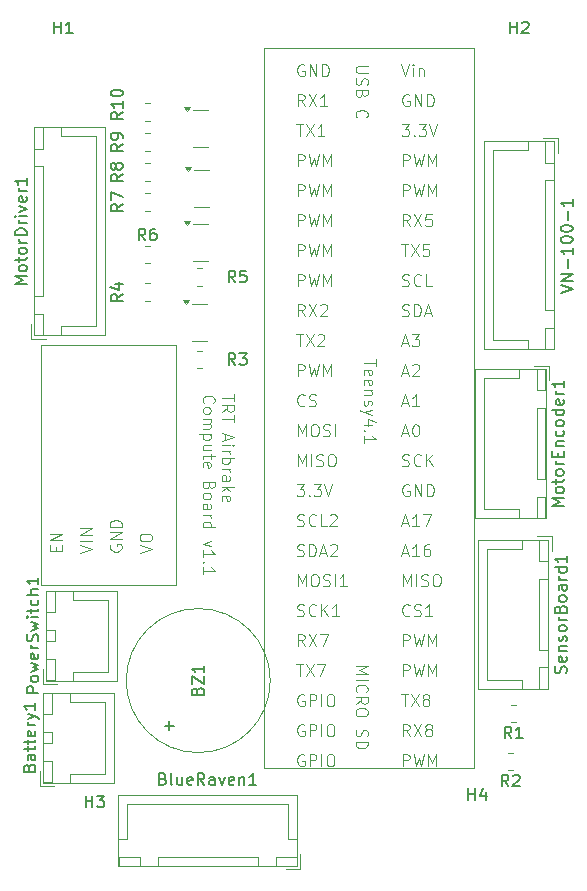
<source format=gbr>
%TF.GenerationSoftware,KiCad,Pcbnew,8.0.2-1*%
%TF.CreationDate,2024-10-23T15:46:43-04:00*%
%TF.ProjectId,Airbrake_ComputeBoard,41697262-7261-46b6-955f-436f6d707574,rev?*%
%TF.SameCoordinates,Original*%
%TF.FileFunction,Legend,Top*%
%TF.FilePolarity,Positive*%
%FSLAX46Y46*%
G04 Gerber Fmt 4.6, Leading zero omitted, Abs format (unit mm)*
G04 Created by KiCad (PCBNEW 8.0.2-1) date 2024-10-23 15:46:43*
%MOMM*%
%LPD*%
G01*
G04 APERTURE LIST*
%ADD10C,0.100000*%
%ADD11C,0.150000*%
%ADD12C,0.120000*%
G04 APERTURE END LIST*
D10*
X153359524Y-94395027D02*
X153359524Y-94966455D01*
X152359524Y-94680741D02*
X153359524Y-94680741D01*
X152359524Y-95871217D02*
X152835715Y-95537884D01*
X152359524Y-95299789D02*
X153359524Y-95299789D01*
X153359524Y-95299789D02*
X153359524Y-95680741D01*
X153359524Y-95680741D02*
X153311905Y-95775979D01*
X153311905Y-95775979D02*
X153264286Y-95823598D01*
X153264286Y-95823598D02*
X153169048Y-95871217D01*
X153169048Y-95871217D02*
X153026191Y-95871217D01*
X153026191Y-95871217D02*
X152930953Y-95823598D01*
X152930953Y-95823598D02*
X152883334Y-95775979D01*
X152883334Y-95775979D02*
X152835715Y-95680741D01*
X152835715Y-95680741D02*
X152835715Y-95299789D01*
X153359524Y-96156932D02*
X153359524Y-96728360D01*
X152359524Y-96442646D02*
X153359524Y-96442646D01*
X152645239Y-97775980D02*
X152645239Y-98252170D01*
X152359524Y-97680742D02*
X153359524Y-98014075D01*
X153359524Y-98014075D02*
X152359524Y-98347408D01*
X152359524Y-98680742D02*
X153026191Y-98680742D01*
X153359524Y-98680742D02*
X153311905Y-98633123D01*
X153311905Y-98633123D02*
X153264286Y-98680742D01*
X153264286Y-98680742D02*
X153311905Y-98728361D01*
X153311905Y-98728361D02*
X153359524Y-98680742D01*
X153359524Y-98680742D02*
X153264286Y-98680742D01*
X152359524Y-99156932D02*
X153026191Y-99156932D01*
X152835715Y-99156932D02*
X152930953Y-99204551D01*
X152930953Y-99204551D02*
X152978572Y-99252170D01*
X152978572Y-99252170D02*
X153026191Y-99347408D01*
X153026191Y-99347408D02*
X153026191Y-99442646D01*
X152359524Y-99775980D02*
X153359524Y-99775980D01*
X152978572Y-99775980D02*
X153026191Y-99871218D01*
X153026191Y-99871218D02*
X153026191Y-100061694D01*
X153026191Y-100061694D02*
X152978572Y-100156932D01*
X152978572Y-100156932D02*
X152930953Y-100204551D01*
X152930953Y-100204551D02*
X152835715Y-100252170D01*
X152835715Y-100252170D02*
X152550001Y-100252170D01*
X152550001Y-100252170D02*
X152454763Y-100204551D01*
X152454763Y-100204551D02*
X152407144Y-100156932D01*
X152407144Y-100156932D02*
X152359524Y-100061694D01*
X152359524Y-100061694D02*
X152359524Y-99871218D01*
X152359524Y-99871218D02*
X152407144Y-99775980D01*
X152359524Y-100680742D02*
X153026191Y-100680742D01*
X152835715Y-100680742D02*
X152930953Y-100728361D01*
X152930953Y-100728361D02*
X152978572Y-100775980D01*
X152978572Y-100775980D02*
X153026191Y-100871218D01*
X153026191Y-100871218D02*
X153026191Y-100966456D01*
X152359524Y-101728361D02*
X152883334Y-101728361D01*
X152883334Y-101728361D02*
X152978572Y-101680742D01*
X152978572Y-101680742D02*
X153026191Y-101585504D01*
X153026191Y-101585504D02*
X153026191Y-101395028D01*
X153026191Y-101395028D02*
X152978572Y-101299790D01*
X152407144Y-101728361D02*
X152359524Y-101633123D01*
X152359524Y-101633123D02*
X152359524Y-101395028D01*
X152359524Y-101395028D02*
X152407144Y-101299790D01*
X152407144Y-101299790D02*
X152502382Y-101252171D01*
X152502382Y-101252171D02*
X152597620Y-101252171D01*
X152597620Y-101252171D02*
X152692858Y-101299790D01*
X152692858Y-101299790D02*
X152740477Y-101395028D01*
X152740477Y-101395028D02*
X152740477Y-101633123D01*
X152740477Y-101633123D02*
X152788096Y-101728361D01*
X152359524Y-102204552D02*
X153359524Y-102204552D01*
X152740477Y-102299790D02*
X152359524Y-102585504D01*
X153026191Y-102585504D02*
X152645239Y-102204552D01*
X152407144Y-103395028D02*
X152359524Y-103299790D01*
X152359524Y-103299790D02*
X152359524Y-103109314D01*
X152359524Y-103109314D02*
X152407144Y-103014076D01*
X152407144Y-103014076D02*
X152502382Y-102966457D01*
X152502382Y-102966457D02*
X152883334Y-102966457D01*
X152883334Y-102966457D02*
X152978572Y-103014076D01*
X152978572Y-103014076D02*
X153026191Y-103109314D01*
X153026191Y-103109314D02*
X153026191Y-103299790D01*
X153026191Y-103299790D02*
X152978572Y-103395028D01*
X152978572Y-103395028D02*
X152883334Y-103442647D01*
X152883334Y-103442647D02*
X152788096Y-103442647D01*
X152788096Y-103442647D02*
X152692858Y-102966457D01*
X150844819Y-95109312D02*
X150797200Y-95061693D01*
X150797200Y-95061693D02*
X150749580Y-94918836D01*
X150749580Y-94918836D02*
X150749580Y-94823598D01*
X150749580Y-94823598D02*
X150797200Y-94680741D01*
X150797200Y-94680741D02*
X150892438Y-94585503D01*
X150892438Y-94585503D02*
X150987676Y-94537884D01*
X150987676Y-94537884D02*
X151178152Y-94490265D01*
X151178152Y-94490265D02*
X151321009Y-94490265D01*
X151321009Y-94490265D02*
X151511485Y-94537884D01*
X151511485Y-94537884D02*
X151606723Y-94585503D01*
X151606723Y-94585503D02*
X151701961Y-94680741D01*
X151701961Y-94680741D02*
X151749580Y-94823598D01*
X151749580Y-94823598D02*
X151749580Y-94918836D01*
X151749580Y-94918836D02*
X151701961Y-95061693D01*
X151701961Y-95061693D02*
X151654342Y-95109312D01*
X150749580Y-95680741D02*
X150797200Y-95585503D01*
X150797200Y-95585503D02*
X150844819Y-95537884D01*
X150844819Y-95537884D02*
X150940057Y-95490265D01*
X150940057Y-95490265D02*
X151225771Y-95490265D01*
X151225771Y-95490265D02*
X151321009Y-95537884D01*
X151321009Y-95537884D02*
X151368628Y-95585503D01*
X151368628Y-95585503D02*
X151416247Y-95680741D01*
X151416247Y-95680741D02*
X151416247Y-95823598D01*
X151416247Y-95823598D02*
X151368628Y-95918836D01*
X151368628Y-95918836D02*
X151321009Y-95966455D01*
X151321009Y-95966455D02*
X151225771Y-96014074D01*
X151225771Y-96014074D02*
X150940057Y-96014074D01*
X150940057Y-96014074D02*
X150844819Y-95966455D01*
X150844819Y-95966455D02*
X150797200Y-95918836D01*
X150797200Y-95918836D02*
X150749580Y-95823598D01*
X150749580Y-95823598D02*
X150749580Y-95680741D01*
X150749580Y-96442646D02*
X151416247Y-96442646D01*
X151321009Y-96442646D02*
X151368628Y-96490265D01*
X151368628Y-96490265D02*
X151416247Y-96585503D01*
X151416247Y-96585503D02*
X151416247Y-96728360D01*
X151416247Y-96728360D02*
X151368628Y-96823598D01*
X151368628Y-96823598D02*
X151273390Y-96871217D01*
X151273390Y-96871217D02*
X150749580Y-96871217D01*
X151273390Y-96871217D02*
X151368628Y-96918836D01*
X151368628Y-96918836D02*
X151416247Y-97014074D01*
X151416247Y-97014074D02*
X151416247Y-97156931D01*
X151416247Y-97156931D02*
X151368628Y-97252170D01*
X151368628Y-97252170D02*
X151273390Y-97299789D01*
X151273390Y-97299789D02*
X150749580Y-97299789D01*
X151416247Y-97775979D02*
X150416247Y-97775979D01*
X151368628Y-97775979D02*
X151416247Y-97871217D01*
X151416247Y-97871217D02*
X151416247Y-98061693D01*
X151416247Y-98061693D02*
X151368628Y-98156931D01*
X151368628Y-98156931D02*
X151321009Y-98204550D01*
X151321009Y-98204550D02*
X151225771Y-98252169D01*
X151225771Y-98252169D02*
X150940057Y-98252169D01*
X150940057Y-98252169D02*
X150844819Y-98204550D01*
X150844819Y-98204550D02*
X150797200Y-98156931D01*
X150797200Y-98156931D02*
X150749580Y-98061693D01*
X150749580Y-98061693D02*
X150749580Y-97871217D01*
X150749580Y-97871217D02*
X150797200Y-97775979D01*
X151416247Y-99109312D02*
X150749580Y-99109312D01*
X151416247Y-98680741D02*
X150892438Y-98680741D01*
X150892438Y-98680741D02*
X150797200Y-98728360D01*
X150797200Y-98728360D02*
X150749580Y-98823598D01*
X150749580Y-98823598D02*
X150749580Y-98966455D01*
X150749580Y-98966455D02*
X150797200Y-99061693D01*
X150797200Y-99061693D02*
X150844819Y-99109312D01*
X151416247Y-99442646D02*
X151416247Y-99823598D01*
X151749580Y-99585503D02*
X150892438Y-99585503D01*
X150892438Y-99585503D02*
X150797200Y-99633122D01*
X150797200Y-99633122D02*
X150749580Y-99728360D01*
X150749580Y-99728360D02*
X150749580Y-99823598D01*
X150797200Y-100537884D02*
X150749580Y-100442646D01*
X150749580Y-100442646D02*
X150749580Y-100252170D01*
X150749580Y-100252170D02*
X150797200Y-100156932D01*
X150797200Y-100156932D02*
X150892438Y-100109313D01*
X150892438Y-100109313D02*
X151273390Y-100109313D01*
X151273390Y-100109313D02*
X151368628Y-100156932D01*
X151368628Y-100156932D02*
X151416247Y-100252170D01*
X151416247Y-100252170D02*
X151416247Y-100442646D01*
X151416247Y-100442646D02*
X151368628Y-100537884D01*
X151368628Y-100537884D02*
X151273390Y-100585503D01*
X151273390Y-100585503D02*
X151178152Y-100585503D01*
X151178152Y-100585503D02*
X151082914Y-100109313D01*
X151273390Y-102109313D02*
X151225771Y-102252170D01*
X151225771Y-102252170D02*
X151178152Y-102299789D01*
X151178152Y-102299789D02*
X151082914Y-102347408D01*
X151082914Y-102347408D02*
X150940057Y-102347408D01*
X150940057Y-102347408D02*
X150844819Y-102299789D01*
X150844819Y-102299789D02*
X150797200Y-102252170D01*
X150797200Y-102252170D02*
X150749580Y-102156932D01*
X150749580Y-102156932D02*
X150749580Y-101775980D01*
X150749580Y-101775980D02*
X151749580Y-101775980D01*
X151749580Y-101775980D02*
X151749580Y-102109313D01*
X151749580Y-102109313D02*
X151701961Y-102204551D01*
X151701961Y-102204551D02*
X151654342Y-102252170D01*
X151654342Y-102252170D02*
X151559104Y-102299789D01*
X151559104Y-102299789D02*
X151463866Y-102299789D01*
X151463866Y-102299789D02*
X151368628Y-102252170D01*
X151368628Y-102252170D02*
X151321009Y-102204551D01*
X151321009Y-102204551D02*
X151273390Y-102109313D01*
X151273390Y-102109313D02*
X151273390Y-101775980D01*
X150749580Y-102918837D02*
X150797200Y-102823599D01*
X150797200Y-102823599D02*
X150844819Y-102775980D01*
X150844819Y-102775980D02*
X150940057Y-102728361D01*
X150940057Y-102728361D02*
X151225771Y-102728361D01*
X151225771Y-102728361D02*
X151321009Y-102775980D01*
X151321009Y-102775980D02*
X151368628Y-102823599D01*
X151368628Y-102823599D02*
X151416247Y-102918837D01*
X151416247Y-102918837D02*
X151416247Y-103061694D01*
X151416247Y-103061694D02*
X151368628Y-103156932D01*
X151368628Y-103156932D02*
X151321009Y-103204551D01*
X151321009Y-103204551D02*
X151225771Y-103252170D01*
X151225771Y-103252170D02*
X150940057Y-103252170D01*
X150940057Y-103252170D02*
X150844819Y-103204551D01*
X150844819Y-103204551D02*
X150797200Y-103156932D01*
X150797200Y-103156932D02*
X150749580Y-103061694D01*
X150749580Y-103061694D02*
X150749580Y-102918837D01*
X150749580Y-104109313D02*
X151273390Y-104109313D01*
X151273390Y-104109313D02*
X151368628Y-104061694D01*
X151368628Y-104061694D02*
X151416247Y-103966456D01*
X151416247Y-103966456D02*
X151416247Y-103775980D01*
X151416247Y-103775980D02*
X151368628Y-103680742D01*
X150797200Y-104109313D02*
X150749580Y-104014075D01*
X150749580Y-104014075D02*
X150749580Y-103775980D01*
X150749580Y-103775980D02*
X150797200Y-103680742D01*
X150797200Y-103680742D02*
X150892438Y-103633123D01*
X150892438Y-103633123D02*
X150987676Y-103633123D01*
X150987676Y-103633123D02*
X151082914Y-103680742D01*
X151082914Y-103680742D02*
X151130533Y-103775980D01*
X151130533Y-103775980D02*
X151130533Y-104014075D01*
X151130533Y-104014075D02*
X151178152Y-104109313D01*
X150749580Y-104585504D02*
X151416247Y-104585504D01*
X151225771Y-104585504D02*
X151321009Y-104633123D01*
X151321009Y-104633123D02*
X151368628Y-104680742D01*
X151368628Y-104680742D02*
X151416247Y-104775980D01*
X151416247Y-104775980D02*
X151416247Y-104871218D01*
X150749580Y-105633123D02*
X151749580Y-105633123D01*
X150797200Y-105633123D02*
X150749580Y-105537885D01*
X150749580Y-105537885D02*
X150749580Y-105347409D01*
X150749580Y-105347409D02*
X150797200Y-105252171D01*
X150797200Y-105252171D02*
X150844819Y-105204552D01*
X150844819Y-105204552D02*
X150940057Y-105156933D01*
X150940057Y-105156933D02*
X151225771Y-105156933D01*
X151225771Y-105156933D02*
X151321009Y-105204552D01*
X151321009Y-105204552D02*
X151368628Y-105252171D01*
X151368628Y-105252171D02*
X151416247Y-105347409D01*
X151416247Y-105347409D02*
X151416247Y-105537885D01*
X151416247Y-105537885D02*
X151368628Y-105633123D01*
X151416247Y-106775981D02*
X150749580Y-107014076D01*
X150749580Y-107014076D02*
X151416247Y-107252171D01*
X150749580Y-108156933D02*
X150749580Y-107585505D01*
X150749580Y-107871219D02*
X151749580Y-107871219D01*
X151749580Y-107871219D02*
X151606723Y-107775981D01*
X151606723Y-107775981D02*
X151511485Y-107680743D01*
X151511485Y-107680743D02*
X151463866Y-107585505D01*
X150844819Y-108585505D02*
X150797200Y-108633124D01*
X150797200Y-108633124D02*
X150749580Y-108585505D01*
X150749580Y-108585505D02*
X150797200Y-108537886D01*
X150797200Y-108537886D02*
X150844819Y-108585505D01*
X150844819Y-108585505D02*
X150749580Y-108585505D01*
X150749580Y-109585504D02*
X150749580Y-109014076D01*
X150749580Y-109299790D02*
X151749580Y-109299790D01*
X151749580Y-109299790D02*
X151606723Y-109204552D01*
X151606723Y-109204552D02*
X151511485Y-109109314D01*
X151511485Y-109109314D02*
X151463866Y-109014076D01*
D11*
X140843095Y-129359819D02*
X140843095Y-128359819D01*
X140843095Y-128836009D02*
X141414523Y-128836009D01*
X141414523Y-129359819D02*
X141414523Y-128359819D01*
X141795476Y-128359819D02*
X142414523Y-128359819D01*
X142414523Y-128359819D02*
X142081190Y-128740771D01*
X142081190Y-128740771D02*
X142224047Y-128740771D01*
X142224047Y-128740771D02*
X142319285Y-128788390D01*
X142319285Y-128788390D02*
X142366904Y-128836009D01*
X142366904Y-128836009D02*
X142414523Y-128931247D01*
X142414523Y-128931247D02*
X142414523Y-129169342D01*
X142414523Y-129169342D02*
X142366904Y-129264580D01*
X142366904Y-129264580D02*
X142319285Y-129312200D01*
X142319285Y-129312200D02*
X142224047Y-129359819D01*
X142224047Y-129359819D02*
X141938333Y-129359819D01*
X141938333Y-129359819D02*
X141843095Y-129312200D01*
X141843095Y-129312200D02*
X141795476Y-129264580D01*
X143964819Y-73191666D02*
X143488628Y-73524999D01*
X143964819Y-73763094D02*
X142964819Y-73763094D01*
X142964819Y-73763094D02*
X142964819Y-73382142D01*
X142964819Y-73382142D02*
X143012438Y-73286904D01*
X143012438Y-73286904D02*
X143060057Y-73239285D01*
X143060057Y-73239285D02*
X143155295Y-73191666D01*
X143155295Y-73191666D02*
X143298152Y-73191666D01*
X143298152Y-73191666D02*
X143393390Y-73239285D01*
X143393390Y-73239285D02*
X143441009Y-73286904D01*
X143441009Y-73286904D02*
X143488628Y-73382142D01*
X143488628Y-73382142D02*
X143488628Y-73763094D01*
X143964819Y-72715475D02*
X143964819Y-72524999D01*
X143964819Y-72524999D02*
X143917200Y-72429761D01*
X143917200Y-72429761D02*
X143869580Y-72382142D01*
X143869580Y-72382142D02*
X143726723Y-72286904D01*
X143726723Y-72286904D02*
X143536247Y-72239285D01*
X143536247Y-72239285D02*
X143155295Y-72239285D01*
X143155295Y-72239285D02*
X143060057Y-72286904D01*
X143060057Y-72286904D02*
X143012438Y-72334523D01*
X143012438Y-72334523D02*
X142964819Y-72429761D01*
X142964819Y-72429761D02*
X142964819Y-72620237D01*
X142964819Y-72620237D02*
X143012438Y-72715475D01*
X143012438Y-72715475D02*
X143060057Y-72763094D01*
X143060057Y-72763094D02*
X143155295Y-72810713D01*
X143155295Y-72810713D02*
X143393390Y-72810713D01*
X143393390Y-72810713D02*
X143488628Y-72763094D01*
X143488628Y-72763094D02*
X143536247Y-72715475D01*
X143536247Y-72715475D02*
X143583866Y-72620237D01*
X143583866Y-72620237D02*
X143583866Y-72429761D01*
X143583866Y-72429761D02*
X143536247Y-72334523D01*
X143536247Y-72334523D02*
X143488628Y-72286904D01*
X143488628Y-72286904D02*
X143393390Y-72239285D01*
X147368094Y-126931009D02*
X147510951Y-126978628D01*
X147510951Y-126978628D02*
X147558570Y-127026247D01*
X147558570Y-127026247D02*
X147606189Y-127121485D01*
X147606189Y-127121485D02*
X147606189Y-127264342D01*
X147606189Y-127264342D02*
X147558570Y-127359580D01*
X147558570Y-127359580D02*
X147510951Y-127407200D01*
X147510951Y-127407200D02*
X147415713Y-127454819D01*
X147415713Y-127454819D02*
X147034761Y-127454819D01*
X147034761Y-127454819D02*
X147034761Y-126454819D01*
X147034761Y-126454819D02*
X147368094Y-126454819D01*
X147368094Y-126454819D02*
X147463332Y-126502438D01*
X147463332Y-126502438D02*
X147510951Y-126550057D01*
X147510951Y-126550057D02*
X147558570Y-126645295D01*
X147558570Y-126645295D02*
X147558570Y-126740533D01*
X147558570Y-126740533D02*
X147510951Y-126835771D01*
X147510951Y-126835771D02*
X147463332Y-126883390D01*
X147463332Y-126883390D02*
X147368094Y-126931009D01*
X147368094Y-126931009D02*
X147034761Y-126931009D01*
X148177618Y-127454819D02*
X148082380Y-127407200D01*
X148082380Y-127407200D02*
X148034761Y-127311961D01*
X148034761Y-127311961D02*
X148034761Y-126454819D01*
X148987142Y-126788152D02*
X148987142Y-127454819D01*
X148558571Y-126788152D02*
X148558571Y-127311961D01*
X148558571Y-127311961D02*
X148606190Y-127407200D01*
X148606190Y-127407200D02*
X148701428Y-127454819D01*
X148701428Y-127454819D02*
X148844285Y-127454819D01*
X148844285Y-127454819D02*
X148939523Y-127407200D01*
X148939523Y-127407200D02*
X148987142Y-127359580D01*
X149844285Y-127407200D02*
X149749047Y-127454819D01*
X149749047Y-127454819D02*
X149558571Y-127454819D01*
X149558571Y-127454819D02*
X149463333Y-127407200D01*
X149463333Y-127407200D02*
X149415714Y-127311961D01*
X149415714Y-127311961D02*
X149415714Y-126931009D01*
X149415714Y-126931009D02*
X149463333Y-126835771D01*
X149463333Y-126835771D02*
X149558571Y-126788152D01*
X149558571Y-126788152D02*
X149749047Y-126788152D01*
X149749047Y-126788152D02*
X149844285Y-126835771D01*
X149844285Y-126835771D02*
X149891904Y-126931009D01*
X149891904Y-126931009D02*
X149891904Y-127026247D01*
X149891904Y-127026247D02*
X149415714Y-127121485D01*
X150891904Y-127454819D02*
X150558571Y-126978628D01*
X150320476Y-127454819D02*
X150320476Y-126454819D01*
X150320476Y-126454819D02*
X150701428Y-126454819D01*
X150701428Y-126454819D02*
X150796666Y-126502438D01*
X150796666Y-126502438D02*
X150844285Y-126550057D01*
X150844285Y-126550057D02*
X150891904Y-126645295D01*
X150891904Y-126645295D02*
X150891904Y-126788152D01*
X150891904Y-126788152D02*
X150844285Y-126883390D01*
X150844285Y-126883390D02*
X150796666Y-126931009D01*
X150796666Y-126931009D02*
X150701428Y-126978628D01*
X150701428Y-126978628D02*
X150320476Y-126978628D01*
X151749047Y-127454819D02*
X151749047Y-126931009D01*
X151749047Y-126931009D02*
X151701428Y-126835771D01*
X151701428Y-126835771D02*
X151606190Y-126788152D01*
X151606190Y-126788152D02*
X151415714Y-126788152D01*
X151415714Y-126788152D02*
X151320476Y-126835771D01*
X151749047Y-127407200D02*
X151653809Y-127454819D01*
X151653809Y-127454819D02*
X151415714Y-127454819D01*
X151415714Y-127454819D02*
X151320476Y-127407200D01*
X151320476Y-127407200D02*
X151272857Y-127311961D01*
X151272857Y-127311961D02*
X151272857Y-127216723D01*
X151272857Y-127216723D02*
X151320476Y-127121485D01*
X151320476Y-127121485D02*
X151415714Y-127073866D01*
X151415714Y-127073866D02*
X151653809Y-127073866D01*
X151653809Y-127073866D02*
X151749047Y-127026247D01*
X152130000Y-126788152D02*
X152368095Y-127454819D01*
X152368095Y-127454819D02*
X152606190Y-126788152D01*
X153368095Y-127407200D02*
X153272857Y-127454819D01*
X153272857Y-127454819D02*
X153082381Y-127454819D01*
X153082381Y-127454819D02*
X152987143Y-127407200D01*
X152987143Y-127407200D02*
X152939524Y-127311961D01*
X152939524Y-127311961D02*
X152939524Y-126931009D01*
X152939524Y-126931009D02*
X152987143Y-126835771D01*
X152987143Y-126835771D02*
X153082381Y-126788152D01*
X153082381Y-126788152D02*
X153272857Y-126788152D01*
X153272857Y-126788152D02*
X153368095Y-126835771D01*
X153368095Y-126835771D02*
X153415714Y-126931009D01*
X153415714Y-126931009D02*
X153415714Y-127026247D01*
X153415714Y-127026247D02*
X152939524Y-127121485D01*
X153844286Y-126788152D02*
X153844286Y-127454819D01*
X153844286Y-126883390D02*
X153891905Y-126835771D01*
X153891905Y-126835771D02*
X153987143Y-126788152D01*
X153987143Y-126788152D02*
X154130000Y-126788152D01*
X154130000Y-126788152D02*
X154225238Y-126835771D01*
X154225238Y-126835771D02*
X154272857Y-126931009D01*
X154272857Y-126931009D02*
X154272857Y-127454819D01*
X155272857Y-127454819D02*
X154701429Y-127454819D01*
X154987143Y-127454819D02*
X154987143Y-126454819D01*
X154987143Y-126454819D02*
X154891905Y-126597676D01*
X154891905Y-126597676D02*
X154796667Y-126692914D01*
X154796667Y-126692914D02*
X154701429Y-126740533D01*
D10*
X165388580Y-91432571D02*
X165388580Y-92003999D01*
X164388580Y-91718285D02*
X165388580Y-91718285D01*
X164436200Y-92718285D02*
X164388580Y-92623047D01*
X164388580Y-92623047D02*
X164388580Y-92432571D01*
X164388580Y-92432571D02*
X164436200Y-92337333D01*
X164436200Y-92337333D02*
X164531438Y-92289714D01*
X164531438Y-92289714D02*
X164912390Y-92289714D01*
X164912390Y-92289714D02*
X165007628Y-92337333D01*
X165007628Y-92337333D02*
X165055247Y-92432571D01*
X165055247Y-92432571D02*
X165055247Y-92623047D01*
X165055247Y-92623047D02*
X165007628Y-92718285D01*
X165007628Y-92718285D02*
X164912390Y-92765904D01*
X164912390Y-92765904D02*
X164817152Y-92765904D01*
X164817152Y-92765904D02*
X164721914Y-92289714D01*
X164436200Y-93575428D02*
X164388580Y-93480190D01*
X164388580Y-93480190D02*
X164388580Y-93289714D01*
X164388580Y-93289714D02*
X164436200Y-93194476D01*
X164436200Y-93194476D02*
X164531438Y-93146857D01*
X164531438Y-93146857D02*
X164912390Y-93146857D01*
X164912390Y-93146857D02*
X165007628Y-93194476D01*
X165007628Y-93194476D02*
X165055247Y-93289714D01*
X165055247Y-93289714D02*
X165055247Y-93480190D01*
X165055247Y-93480190D02*
X165007628Y-93575428D01*
X165007628Y-93575428D02*
X164912390Y-93623047D01*
X164912390Y-93623047D02*
X164817152Y-93623047D01*
X164817152Y-93623047D02*
X164721914Y-93146857D01*
X165055247Y-94051619D02*
X164388580Y-94051619D01*
X164960009Y-94051619D02*
X165007628Y-94099238D01*
X165007628Y-94099238D02*
X165055247Y-94194476D01*
X165055247Y-94194476D02*
X165055247Y-94337333D01*
X165055247Y-94337333D02*
X165007628Y-94432571D01*
X165007628Y-94432571D02*
X164912390Y-94480190D01*
X164912390Y-94480190D02*
X164388580Y-94480190D01*
X164436200Y-94908762D02*
X164388580Y-95004000D01*
X164388580Y-95004000D02*
X164388580Y-95194476D01*
X164388580Y-95194476D02*
X164436200Y-95289714D01*
X164436200Y-95289714D02*
X164531438Y-95337333D01*
X164531438Y-95337333D02*
X164579057Y-95337333D01*
X164579057Y-95337333D02*
X164674295Y-95289714D01*
X164674295Y-95289714D02*
X164721914Y-95194476D01*
X164721914Y-95194476D02*
X164721914Y-95051619D01*
X164721914Y-95051619D02*
X164769533Y-94956381D01*
X164769533Y-94956381D02*
X164864771Y-94908762D01*
X164864771Y-94908762D02*
X164912390Y-94908762D01*
X164912390Y-94908762D02*
X165007628Y-94956381D01*
X165007628Y-94956381D02*
X165055247Y-95051619D01*
X165055247Y-95051619D02*
X165055247Y-95194476D01*
X165055247Y-95194476D02*
X165007628Y-95289714D01*
X165055247Y-95670667D02*
X164388580Y-95908762D01*
X165055247Y-96146857D02*
X164388580Y-95908762D01*
X164388580Y-95908762D02*
X164150485Y-95813524D01*
X164150485Y-95813524D02*
X164102866Y-95765905D01*
X164102866Y-95765905D02*
X164055247Y-95670667D01*
X165055247Y-96956381D02*
X164388580Y-96956381D01*
X165436200Y-96718286D02*
X164721914Y-96480191D01*
X164721914Y-96480191D02*
X164721914Y-97099238D01*
X164483819Y-97480191D02*
X164436200Y-97527810D01*
X164436200Y-97527810D02*
X164388580Y-97480191D01*
X164388580Y-97480191D02*
X164436200Y-97432572D01*
X164436200Y-97432572D02*
X164483819Y-97480191D01*
X164483819Y-97480191D02*
X164388580Y-97480191D01*
X164388580Y-98480190D02*
X164388580Y-97908762D01*
X164388580Y-98194476D02*
X165388580Y-98194476D01*
X165388580Y-98194476D02*
X165245723Y-98099238D01*
X165245723Y-98099238D02*
X165150485Y-98004000D01*
X165150485Y-98004000D02*
X165102866Y-97908762D01*
X158704646Y-101996419D02*
X159323693Y-101996419D01*
X159323693Y-101996419D02*
X158990360Y-102377371D01*
X158990360Y-102377371D02*
X159133217Y-102377371D01*
X159133217Y-102377371D02*
X159228455Y-102424990D01*
X159228455Y-102424990D02*
X159276074Y-102472609D01*
X159276074Y-102472609D02*
X159323693Y-102567847D01*
X159323693Y-102567847D02*
X159323693Y-102805942D01*
X159323693Y-102805942D02*
X159276074Y-102901180D01*
X159276074Y-102901180D02*
X159228455Y-102948800D01*
X159228455Y-102948800D02*
X159133217Y-102996419D01*
X159133217Y-102996419D02*
X158847503Y-102996419D01*
X158847503Y-102996419D02*
X158752265Y-102948800D01*
X158752265Y-102948800D02*
X158704646Y-102901180D01*
X159752265Y-102901180D02*
X159799884Y-102948800D01*
X159799884Y-102948800D02*
X159752265Y-102996419D01*
X159752265Y-102996419D02*
X159704646Y-102948800D01*
X159704646Y-102948800D02*
X159752265Y-102901180D01*
X159752265Y-102901180D02*
X159752265Y-102996419D01*
X160133217Y-101996419D02*
X160752264Y-101996419D01*
X160752264Y-101996419D02*
X160418931Y-102377371D01*
X160418931Y-102377371D02*
X160561788Y-102377371D01*
X160561788Y-102377371D02*
X160657026Y-102424990D01*
X160657026Y-102424990D02*
X160704645Y-102472609D01*
X160704645Y-102472609D02*
X160752264Y-102567847D01*
X160752264Y-102567847D02*
X160752264Y-102805942D01*
X160752264Y-102805942D02*
X160704645Y-102901180D01*
X160704645Y-102901180D02*
X160657026Y-102948800D01*
X160657026Y-102948800D02*
X160561788Y-102996419D01*
X160561788Y-102996419D02*
X160276074Y-102996419D01*
X160276074Y-102996419D02*
X160180836Y-102948800D01*
X160180836Y-102948800D02*
X160133217Y-102901180D01*
X161037979Y-101996419D02*
X161371312Y-102996419D01*
X161371312Y-102996419D02*
X161704645Y-101996419D01*
X167689884Y-77596419D02*
X167689884Y-76596419D01*
X167689884Y-76596419D02*
X168070836Y-76596419D01*
X168070836Y-76596419D02*
X168166074Y-76644038D01*
X168166074Y-76644038D02*
X168213693Y-76691657D01*
X168213693Y-76691657D02*
X168261312Y-76786895D01*
X168261312Y-76786895D02*
X168261312Y-76929752D01*
X168261312Y-76929752D02*
X168213693Y-77024990D01*
X168213693Y-77024990D02*
X168166074Y-77072609D01*
X168166074Y-77072609D02*
X168070836Y-77120228D01*
X168070836Y-77120228D02*
X167689884Y-77120228D01*
X168594646Y-76596419D02*
X168832741Y-77596419D01*
X168832741Y-77596419D02*
X169023217Y-76882133D01*
X169023217Y-76882133D02*
X169213693Y-77596419D01*
X169213693Y-77596419D02*
X169451789Y-76596419D01*
X169832741Y-77596419D02*
X169832741Y-76596419D01*
X169832741Y-76596419D02*
X170166074Y-77310704D01*
X170166074Y-77310704D02*
X170499407Y-76596419D01*
X170499407Y-76596419D02*
X170499407Y-77596419D01*
X158752265Y-113108800D02*
X158895122Y-113156419D01*
X158895122Y-113156419D02*
X159133217Y-113156419D01*
X159133217Y-113156419D02*
X159228455Y-113108800D01*
X159228455Y-113108800D02*
X159276074Y-113061180D01*
X159276074Y-113061180D02*
X159323693Y-112965942D01*
X159323693Y-112965942D02*
X159323693Y-112870704D01*
X159323693Y-112870704D02*
X159276074Y-112775466D01*
X159276074Y-112775466D02*
X159228455Y-112727847D01*
X159228455Y-112727847D02*
X159133217Y-112680228D01*
X159133217Y-112680228D02*
X158942741Y-112632609D01*
X158942741Y-112632609D02*
X158847503Y-112584990D01*
X158847503Y-112584990D02*
X158799884Y-112537371D01*
X158799884Y-112537371D02*
X158752265Y-112442133D01*
X158752265Y-112442133D02*
X158752265Y-112346895D01*
X158752265Y-112346895D02*
X158799884Y-112251657D01*
X158799884Y-112251657D02*
X158847503Y-112204038D01*
X158847503Y-112204038D02*
X158942741Y-112156419D01*
X158942741Y-112156419D02*
X159180836Y-112156419D01*
X159180836Y-112156419D02*
X159323693Y-112204038D01*
X160323693Y-113061180D02*
X160276074Y-113108800D01*
X160276074Y-113108800D02*
X160133217Y-113156419D01*
X160133217Y-113156419D02*
X160037979Y-113156419D01*
X160037979Y-113156419D02*
X159895122Y-113108800D01*
X159895122Y-113108800D02*
X159799884Y-113013561D01*
X159799884Y-113013561D02*
X159752265Y-112918323D01*
X159752265Y-112918323D02*
X159704646Y-112727847D01*
X159704646Y-112727847D02*
X159704646Y-112584990D01*
X159704646Y-112584990D02*
X159752265Y-112394514D01*
X159752265Y-112394514D02*
X159799884Y-112299276D01*
X159799884Y-112299276D02*
X159895122Y-112204038D01*
X159895122Y-112204038D02*
X160037979Y-112156419D01*
X160037979Y-112156419D02*
X160133217Y-112156419D01*
X160133217Y-112156419D02*
X160276074Y-112204038D01*
X160276074Y-112204038D02*
X160323693Y-112251657D01*
X160752265Y-113156419D02*
X160752265Y-112156419D01*
X161323693Y-113156419D02*
X160895122Y-112584990D01*
X161323693Y-112156419D02*
X160752265Y-112727847D01*
X162276074Y-113156419D02*
X161704646Y-113156419D01*
X161990360Y-113156419D02*
X161990360Y-112156419D01*
X161990360Y-112156419D02*
X161895122Y-112299276D01*
X161895122Y-112299276D02*
X161799884Y-112394514D01*
X161799884Y-112394514D02*
X161704646Y-112442133D01*
X167642265Y-87708800D02*
X167785122Y-87756419D01*
X167785122Y-87756419D02*
X168023217Y-87756419D01*
X168023217Y-87756419D02*
X168118455Y-87708800D01*
X168118455Y-87708800D02*
X168166074Y-87661180D01*
X168166074Y-87661180D02*
X168213693Y-87565942D01*
X168213693Y-87565942D02*
X168213693Y-87470704D01*
X168213693Y-87470704D02*
X168166074Y-87375466D01*
X168166074Y-87375466D02*
X168118455Y-87327847D01*
X168118455Y-87327847D02*
X168023217Y-87280228D01*
X168023217Y-87280228D02*
X167832741Y-87232609D01*
X167832741Y-87232609D02*
X167737503Y-87184990D01*
X167737503Y-87184990D02*
X167689884Y-87137371D01*
X167689884Y-87137371D02*
X167642265Y-87042133D01*
X167642265Y-87042133D02*
X167642265Y-86946895D01*
X167642265Y-86946895D02*
X167689884Y-86851657D01*
X167689884Y-86851657D02*
X167737503Y-86804038D01*
X167737503Y-86804038D02*
X167832741Y-86756419D01*
X167832741Y-86756419D02*
X168070836Y-86756419D01*
X168070836Y-86756419D02*
X168213693Y-86804038D01*
X168642265Y-87756419D02*
X168642265Y-86756419D01*
X168642265Y-86756419D02*
X168880360Y-86756419D01*
X168880360Y-86756419D02*
X169023217Y-86804038D01*
X169023217Y-86804038D02*
X169118455Y-86899276D01*
X169118455Y-86899276D02*
X169166074Y-86994514D01*
X169166074Y-86994514D02*
X169213693Y-87184990D01*
X169213693Y-87184990D02*
X169213693Y-87327847D01*
X169213693Y-87327847D02*
X169166074Y-87518323D01*
X169166074Y-87518323D02*
X169118455Y-87613561D01*
X169118455Y-87613561D02*
X169023217Y-87708800D01*
X169023217Y-87708800D02*
X168880360Y-87756419D01*
X168880360Y-87756419D02*
X168642265Y-87756419D01*
X169594646Y-87470704D02*
X170070836Y-87470704D01*
X169499408Y-87756419D02*
X169832741Y-86756419D01*
X169832741Y-86756419D02*
X170166074Y-87756419D01*
X168213693Y-102044038D02*
X168118455Y-101996419D01*
X168118455Y-101996419D02*
X167975598Y-101996419D01*
X167975598Y-101996419D02*
X167832741Y-102044038D01*
X167832741Y-102044038D02*
X167737503Y-102139276D01*
X167737503Y-102139276D02*
X167689884Y-102234514D01*
X167689884Y-102234514D02*
X167642265Y-102424990D01*
X167642265Y-102424990D02*
X167642265Y-102567847D01*
X167642265Y-102567847D02*
X167689884Y-102758323D01*
X167689884Y-102758323D02*
X167737503Y-102853561D01*
X167737503Y-102853561D02*
X167832741Y-102948800D01*
X167832741Y-102948800D02*
X167975598Y-102996419D01*
X167975598Y-102996419D02*
X168070836Y-102996419D01*
X168070836Y-102996419D02*
X168213693Y-102948800D01*
X168213693Y-102948800D02*
X168261312Y-102901180D01*
X168261312Y-102901180D02*
X168261312Y-102567847D01*
X168261312Y-102567847D02*
X168070836Y-102567847D01*
X168689884Y-102996419D02*
X168689884Y-101996419D01*
X168689884Y-101996419D02*
X169261312Y-102996419D01*
X169261312Y-102996419D02*
X169261312Y-101996419D01*
X169737503Y-102996419D02*
X169737503Y-101996419D01*
X169737503Y-101996419D02*
X169975598Y-101996419D01*
X169975598Y-101996419D02*
X170118455Y-102044038D01*
X170118455Y-102044038D02*
X170213693Y-102139276D01*
X170213693Y-102139276D02*
X170261312Y-102234514D01*
X170261312Y-102234514D02*
X170308931Y-102424990D01*
X170308931Y-102424990D02*
X170308931Y-102567847D01*
X170308931Y-102567847D02*
X170261312Y-102758323D01*
X170261312Y-102758323D02*
X170213693Y-102853561D01*
X170213693Y-102853561D02*
X170118455Y-102948800D01*
X170118455Y-102948800D02*
X169975598Y-102996419D01*
X169975598Y-102996419D02*
X169737503Y-102996419D01*
X167689884Y-75056419D02*
X167689884Y-74056419D01*
X167689884Y-74056419D02*
X168070836Y-74056419D01*
X168070836Y-74056419D02*
X168166074Y-74104038D01*
X168166074Y-74104038D02*
X168213693Y-74151657D01*
X168213693Y-74151657D02*
X168261312Y-74246895D01*
X168261312Y-74246895D02*
X168261312Y-74389752D01*
X168261312Y-74389752D02*
X168213693Y-74484990D01*
X168213693Y-74484990D02*
X168166074Y-74532609D01*
X168166074Y-74532609D02*
X168070836Y-74580228D01*
X168070836Y-74580228D02*
X167689884Y-74580228D01*
X168594646Y-74056419D02*
X168832741Y-75056419D01*
X168832741Y-75056419D02*
X169023217Y-74342133D01*
X169023217Y-74342133D02*
X169213693Y-75056419D01*
X169213693Y-75056419D02*
X169451789Y-74056419D01*
X169832741Y-75056419D02*
X169832741Y-74056419D01*
X169832741Y-74056419D02*
X170166074Y-74770704D01*
X170166074Y-74770704D02*
X170499407Y-74056419D01*
X170499407Y-74056419D02*
X170499407Y-75056419D01*
X167689884Y-125856419D02*
X167689884Y-124856419D01*
X167689884Y-124856419D02*
X168070836Y-124856419D01*
X168070836Y-124856419D02*
X168166074Y-124904038D01*
X168166074Y-124904038D02*
X168213693Y-124951657D01*
X168213693Y-124951657D02*
X168261312Y-125046895D01*
X168261312Y-125046895D02*
X168261312Y-125189752D01*
X168261312Y-125189752D02*
X168213693Y-125284990D01*
X168213693Y-125284990D02*
X168166074Y-125332609D01*
X168166074Y-125332609D02*
X168070836Y-125380228D01*
X168070836Y-125380228D02*
X167689884Y-125380228D01*
X168594646Y-124856419D02*
X168832741Y-125856419D01*
X168832741Y-125856419D02*
X169023217Y-125142133D01*
X169023217Y-125142133D02*
X169213693Y-125856419D01*
X169213693Y-125856419D02*
X169451789Y-124856419D01*
X169832741Y-125856419D02*
X169832741Y-124856419D01*
X169832741Y-124856419D02*
X170166074Y-125570704D01*
X170166074Y-125570704D02*
X170499407Y-124856419D01*
X170499407Y-124856419D02*
X170499407Y-125856419D01*
X167547027Y-66436419D02*
X167880360Y-67436419D01*
X167880360Y-67436419D02*
X168213693Y-66436419D01*
X168547027Y-67436419D02*
X168547027Y-66769752D01*
X168547027Y-66436419D02*
X168499408Y-66484038D01*
X168499408Y-66484038D02*
X168547027Y-66531657D01*
X168547027Y-66531657D02*
X168594646Y-66484038D01*
X168594646Y-66484038D02*
X168547027Y-66436419D01*
X168547027Y-66436419D02*
X168547027Y-66531657D01*
X169023217Y-66769752D02*
X169023217Y-67436419D01*
X169023217Y-66864990D02*
X169070836Y-66817371D01*
X169070836Y-66817371D02*
X169166074Y-66769752D01*
X169166074Y-66769752D02*
X169308931Y-66769752D01*
X169308931Y-66769752D02*
X169404169Y-66817371D01*
X169404169Y-66817371D02*
X169451788Y-66912609D01*
X169451788Y-66912609D02*
X169451788Y-67436419D01*
X167547027Y-81676419D02*
X168118455Y-81676419D01*
X167832741Y-82676419D02*
X167832741Y-81676419D01*
X168356551Y-81676419D02*
X169023217Y-82676419D01*
X169023217Y-81676419D02*
X168356551Y-82676419D01*
X169880360Y-81676419D02*
X169404170Y-81676419D01*
X169404170Y-81676419D02*
X169356551Y-82152609D01*
X169356551Y-82152609D02*
X169404170Y-82104990D01*
X169404170Y-82104990D02*
X169499408Y-82057371D01*
X169499408Y-82057371D02*
X169737503Y-82057371D01*
X169737503Y-82057371D02*
X169832741Y-82104990D01*
X169832741Y-82104990D02*
X169880360Y-82152609D01*
X169880360Y-82152609D02*
X169927979Y-82247847D01*
X169927979Y-82247847D02*
X169927979Y-82485942D01*
X169927979Y-82485942D02*
X169880360Y-82581180D01*
X169880360Y-82581180D02*
X169832741Y-82628800D01*
X169832741Y-82628800D02*
X169737503Y-82676419D01*
X169737503Y-82676419D02*
X169499408Y-82676419D01*
X169499408Y-82676419D02*
X169404170Y-82628800D01*
X169404170Y-82628800D02*
X169356551Y-82581180D01*
X158657027Y-71516419D02*
X159228455Y-71516419D01*
X158942741Y-72516419D02*
X158942741Y-71516419D01*
X159466551Y-71516419D02*
X160133217Y-72516419D01*
X160133217Y-71516419D02*
X159466551Y-72516419D01*
X161037979Y-72516419D02*
X160466551Y-72516419D01*
X160752265Y-72516419D02*
X160752265Y-71516419D01*
X160752265Y-71516419D02*
X160657027Y-71659276D01*
X160657027Y-71659276D02*
X160561789Y-71754514D01*
X160561789Y-71754514D02*
X160466551Y-71802133D01*
X167642265Y-107790704D02*
X168118455Y-107790704D01*
X167547027Y-108076419D02*
X167880360Y-107076419D01*
X167880360Y-107076419D02*
X168213693Y-108076419D01*
X169070836Y-108076419D02*
X168499408Y-108076419D01*
X168785122Y-108076419D02*
X168785122Y-107076419D01*
X168785122Y-107076419D02*
X168689884Y-107219276D01*
X168689884Y-107219276D02*
X168594646Y-107314514D01*
X168594646Y-107314514D02*
X168499408Y-107362133D01*
X169927979Y-107076419D02*
X169737503Y-107076419D01*
X169737503Y-107076419D02*
X169642265Y-107124038D01*
X169642265Y-107124038D02*
X169594646Y-107171657D01*
X169594646Y-107171657D02*
X169499408Y-107314514D01*
X169499408Y-107314514D02*
X169451789Y-107504990D01*
X169451789Y-107504990D02*
X169451789Y-107885942D01*
X169451789Y-107885942D02*
X169499408Y-107981180D01*
X169499408Y-107981180D02*
X169547027Y-108028800D01*
X169547027Y-108028800D02*
X169642265Y-108076419D01*
X169642265Y-108076419D02*
X169832741Y-108076419D01*
X169832741Y-108076419D02*
X169927979Y-108028800D01*
X169927979Y-108028800D02*
X169975598Y-107981180D01*
X169975598Y-107981180D02*
X170023217Y-107885942D01*
X170023217Y-107885942D02*
X170023217Y-107647847D01*
X170023217Y-107647847D02*
X169975598Y-107552609D01*
X169975598Y-107552609D02*
X169927979Y-107504990D01*
X169927979Y-107504990D02*
X169832741Y-107457371D01*
X169832741Y-107457371D02*
X169642265Y-107457371D01*
X169642265Y-107457371D02*
X169547027Y-107504990D01*
X169547027Y-107504990D02*
X169499408Y-107552609D01*
X169499408Y-107552609D02*
X169451789Y-107647847D01*
X159371312Y-95281180D02*
X159323693Y-95328800D01*
X159323693Y-95328800D02*
X159180836Y-95376419D01*
X159180836Y-95376419D02*
X159085598Y-95376419D01*
X159085598Y-95376419D02*
X158942741Y-95328800D01*
X158942741Y-95328800D02*
X158847503Y-95233561D01*
X158847503Y-95233561D02*
X158799884Y-95138323D01*
X158799884Y-95138323D02*
X158752265Y-94947847D01*
X158752265Y-94947847D02*
X158752265Y-94804990D01*
X158752265Y-94804990D02*
X158799884Y-94614514D01*
X158799884Y-94614514D02*
X158847503Y-94519276D01*
X158847503Y-94519276D02*
X158942741Y-94424038D01*
X158942741Y-94424038D02*
X159085598Y-94376419D01*
X159085598Y-94376419D02*
X159180836Y-94376419D01*
X159180836Y-94376419D02*
X159323693Y-94424038D01*
X159323693Y-94424038D02*
X159371312Y-94471657D01*
X159752265Y-95328800D02*
X159895122Y-95376419D01*
X159895122Y-95376419D02*
X160133217Y-95376419D01*
X160133217Y-95376419D02*
X160228455Y-95328800D01*
X160228455Y-95328800D02*
X160276074Y-95281180D01*
X160276074Y-95281180D02*
X160323693Y-95185942D01*
X160323693Y-95185942D02*
X160323693Y-95090704D01*
X160323693Y-95090704D02*
X160276074Y-94995466D01*
X160276074Y-94995466D02*
X160228455Y-94947847D01*
X160228455Y-94947847D02*
X160133217Y-94900228D01*
X160133217Y-94900228D02*
X159942741Y-94852609D01*
X159942741Y-94852609D02*
X159847503Y-94804990D01*
X159847503Y-94804990D02*
X159799884Y-94757371D01*
X159799884Y-94757371D02*
X159752265Y-94662133D01*
X159752265Y-94662133D02*
X159752265Y-94566895D01*
X159752265Y-94566895D02*
X159799884Y-94471657D01*
X159799884Y-94471657D02*
X159847503Y-94424038D01*
X159847503Y-94424038D02*
X159942741Y-94376419D01*
X159942741Y-94376419D02*
X160180836Y-94376419D01*
X160180836Y-94376419D02*
X160323693Y-94424038D01*
X159323693Y-122364038D02*
X159228455Y-122316419D01*
X159228455Y-122316419D02*
X159085598Y-122316419D01*
X159085598Y-122316419D02*
X158942741Y-122364038D01*
X158942741Y-122364038D02*
X158847503Y-122459276D01*
X158847503Y-122459276D02*
X158799884Y-122554514D01*
X158799884Y-122554514D02*
X158752265Y-122744990D01*
X158752265Y-122744990D02*
X158752265Y-122887847D01*
X158752265Y-122887847D02*
X158799884Y-123078323D01*
X158799884Y-123078323D02*
X158847503Y-123173561D01*
X158847503Y-123173561D02*
X158942741Y-123268800D01*
X158942741Y-123268800D02*
X159085598Y-123316419D01*
X159085598Y-123316419D02*
X159180836Y-123316419D01*
X159180836Y-123316419D02*
X159323693Y-123268800D01*
X159323693Y-123268800D02*
X159371312Y-123221180D01*
X159371312Y-123221180D02*
X159371312Y-122887847D01*
X159371312Y-122887847D02*
X159180836Y-122887847D01*
X159799884Y-123316419D02*
X159799884Y-122316419D01*
X159799884Y-122316419D02*
X160180836Y-122316419D01*
X160180836Y-122316419D02*
X160276074Y-122364038D01*
X160276074Y-122364038D02*
X160323693Y-122411657D01*
X160323693Y-122411657D02*
X160371312Y-122506895D01*
X160371312Y-122506895D02*
X160371312Y-122649752D01*
X160371312Y-122649752D02*
X160323693Y-122744990D01*
X160323693Y-122744990D02*
X160276074Y-122792609D01*
X160276074Y-122792609D02*
X160180836Y-122840228D01*
X160180836Y-122840228D02*
X159799884Y-122840228D01*
X160799884Y-123316419D02*
X160799884Y-122316419D01*
X161466550Y-122316419D02*
X161657026Y-122316419D01*
X161657026Y-122316419D02*
X161752264Y-122364038D01*
X161752264Y-122364038D02*
X161847502Y-122459276D01*
X161847502Y-122459276D02*
X161895121Y-122649752D01*
X161895121Y-122649752D02*
X161895121Y-122983085D01*
X161895121Y-122983085D02*
X161847502Y-123173561D01*
X161847502Y-123173561D02*
X161752264Y-123268800D01*
X161752264Y-123268800D02*
X161657026Y-123316419D01*
X161657026Y-123316419D02*
X161466550Y-123316419D01*
X161466550Y-123316419D02*
X161371312Y-123268800D01*
X161371312Y-123268800D02*
X161276074Y-123173561D01*
X161276074Y-123173561D02*
X161228455Y-122983085D01*
X161228455Y-122983085D02*
X161228455Y-122649752D01*
X161228455Y-122649752D02*
X161276074Y-122459276D01*
X161276074Y-122459276D02*
X161371312Y-122364038D01*
X161371312Y-122364038D02*
X161466550Y-122316419D01*
X167642265Y-90010704D02*
X168118455Y-90010704D01*
X167547027Y-90296419D02*
X167880360Y-89296419D01*
X167880360Y-89296419D02*
X168213693Y-90296419D01*
X168451789Y-89296419D02*
X169070836Y-89296419D01*
X169070836Y-89296419D02*
X168737503Y-89677371D01*
X168737503Y-89677371D02*
X168880360Y-89677371D01*
X168880360Y-89677371D02*
X168975598Y-89724990D01*
X168975598Y-89724990D02*
X169023217Y-89772609D01*
X169023217Y-89772609D02*
X169070836Y-89867847D01*
X169070836Y-89867847D02*
X169070836Y-90105942D01*
X169070836Y-90105942D02*
X169023217Y-90201180D01*
X169023217Y-90201180D02*
X168975598Y-90248800D01*
X168975598Y-90248800D02*
X168880360Y-90296419D01*
X168880360Y-90296419D02*
X168594646Y-90296419D01*
X168594646Y-90296419D02*
X168499408Y-90248800D01*
X168499408Y-90248800D02*
X168451789Y-90201180D01*
X167594646Y-71516419D02*
X168213693Y-71516419D01*
X168213693Y-71516419D02*
X167880360Y-71897371D01*
X167880360Y-71897371D02*
X168023217Y-71897371D01*
X168023217Y-71897371D02*
X168118455Y-71944990D01*
X168118455Y-71944990D02*
X168166074Y-71992609D01*
X168166074Y-71992609D02*
X168213693Y-72087847D01*
X168213693Y-72087847D02*
X168213693Y-72325942D01*
X168213693Y-72325942D02*
X168166074Y-72421180D01*
X168166074Y-72421180D02*
X168118455Y-72468800D01*
X168118455Y-72468800D02*
X168023217Y-72516419D01*
X168023217Y-72516419D02*
X167737503Y-72516419D01*
X167737503Y-72516419D02*
X167642265Y-72468800D01*
X167642265Y-72468800D02*
X167594646Y-72421180D01*
X168642265Y-72421180D02*
X168689884Y-72468800D01*
X168689884Y-72468800D02*
X168642265Y-72516419D01*
X168642265Y-72516419D02*
X168594646Y-72468800D01*
X168594646Y-72468800D02*
X168642265Y-72421180D01*
X168642265Y-72421180D02*
X168642265Y-72516419D01*
X169023217Y-71516419D02*
X169642264Y-71516419D01*
X169642264Y-71516419D02*
X169308931Y-71897371D01*
X169308931Y-71897371D02*
X169451788Y-71897371D01*
X169451788Y-71897371D02*
X169547026Y-71944990D01*
X169547026Y-71944990D02*
X169594645Y-71992609D01*
X169594645Y-71992609D02*
X169642264Y-72087847D01*
X169642264Y-72087847D02*
X169642264Y-72325942D01*
X169642264Y-72325942D02*
X169594645Y-72421180D01*
X169594645Y-72421180D02*
X169547026Y-72468800D01*
X169547026Y-72468800D02*
X169451788Y-72516419D01*
X169451788Y-72516419D02*
X169166074Y-72516419D01*
X169166074Y-72516419D02*
X169070836Y-72468800D01*
X169070836Y-72468800D02*
X169023217Y-72421180D01*
X169927979Y-71516419D02*
X170261312Y-72516419D01*
X170261312Y-72516419D02*
X170594645Y-71516419D01*
X168261312Y-80136419D02*
X167927979Y-79660228D01*
X167689884Y-80136419D02*
X167689884Y-79136419D01*
X167689884Y-79136419D02*
X168070836Y-79136419D01*
X168070836Y-79136419D02*
X168166074Y-79184038D01*
X168166074Y-79184038D02*
X168213693Y-79231657D01*
X168213693Y-79231657D02*
X168261312Y-79326895D01*
X168261312Y-79326895D02*
X168261312Y-79469752D01*
X168261312Y-79469752D02*
X168213693Y-79564990D01*
X168213693Y-79564990D02*
X168166074Y-79612609D01*
X168166074Y-79612609D02*
X168070836Y-79660228D01*
X168070836Y-79660228D02*
X167689884Y-79660228D01*
X168594646Y-79136419D02*
X169261312Y-80136419D01*
X169261312Y-79136419D02*
X168594646Y-80136419D01*
X170118455Y-79136419D02*
X169642265Y-79136419D01*
X169642265Y-79136419D02*
X169594646Y-79612609D01*
X169594646Y-79612609D02*
X169642265Y-79564990D01*
X169642265Y-79564990D02*
X169737503Y-79517371D01*
X169737503Y-79517371D02*
X169975598Y-79517371D01*
X169975598Y-79517371D02*
X170070836Y-79564990D01*
X170070836Y-79564990D02*
X170118455Y-79612609D01*
X170118455Y-79612609D02*
X170166074Y-79707847D01*
X170166074Y-79707847D02*
X170166074Y-79945942D01*
X170166074Y-79945942D02*
X170118455Y-80041180D01*
X170118455Y-80041180D02*
X170070836Y-80088800D01*
X170070836Y-80088800D02*
X169975598Y-80136419D01*
X169975598Y-80136419D02*
X169737503Y-80136419D01*
X169737503Y-80136419D02*
X169642265Y-80088800D01*
X169642265Y-80088800D02*
X169594646Y-80041180D01*
X167689884Y-115696419D02*
X167689884Y-114696419D01*
X167689884Y-114696419D02*
X168070836Y-114696419D01*
X168070836Y-114696419D02*
X168166074Y-114744038D01*
X168166074Y-114744038D02*
X168213693Y-114791657D01*
X168213693Y-114791657D02*
X168261312Y-114886895D01*
X168261312Y-114886895D02*
X168261312Y-115029752D01*
X168261312Y-115029752D02*
X168213693Y-115124990D01*
X168213693Y-115124990D02*
X168166074Y-115172609D01*
X168166074Y-115172609D02*
X168070836Y-115220228D01*
X168070836Y-115220228D02*
X167689884Y-115220228D01*
X168594646Y-114696419D02*
X168832741Y-115696419D01*
X168832741Y-115696419D02*
X169023217Y-114982133D01*
X169023217Y-114982133D02*
X169213693Y-115696419D01*
X169213693Y-115696419D02*
X169451789Y-114696419D01*
X169832741Y-115696419D02*
X169832741Y-114696419D01*
X169832741Y-114696419D02*
X170166074Y-115410704D01*
X170166074Y-115410704D02*
X170499407Y-114696419D01*
X170499407Y-114696419D02*
X170499407Y-115696419D01*
X168261312Y-123316419D02*
X167927979Y-122840228D01*
X167689884Y-123316419D02*
X167689884Y-122316419D01*
X167689884Y-122316419D02*
X168070836Y-122316419D01*
X168070836Y-122316419D02*
X168166074Y-122364038D01*
X168166074Y-122364038D02*
X168213693Y-122411657D01*
X168213693Y-122411657D02*
X168261312Y-122506895D01*
X168261312Y-122506895D02*
X168261312Y-122649752D01*
X168261312Y-122649752D02*
X168213693Y-122744990D01*
X168213693Y-122744990D02*
X168166074Y-122792609D01*
X168166074Y-122792609D02*
X168070836Y-122840228D01*
X168070836Y-122840228D02*
X167689884Y-122840228D01*
X168594646Y-122316419D02*
X169261312Y-123316419D01*
X169261312Y-122316419D02*
X168594646Y-123316419D01*
X169785122Y-122744990D02*
X169689884Y-122697371D01*
X169689884Y-122697371D02*
X169642265Y-122649752D01*
X169642265Y-122649752D02*
X169594646Y-122554514D01*
X169594646Y-122554514D02*
X169594646Y-122506895D01*
X169594646Y-122506895D02*
X169642265Y-122411657D01*
X169642265Y-122411657D02*
X169689884Y-122364038D01*
X169689884Y-122364038D02*
X169785122Y-122316419D01*
X169785122Y-122316419D02*
X169975598Y-122316419D01*
X169975598Y-122316419D02*
X170070836Y-122364038D01*
X170070836Y-122364038D02*
X170118455Y-122411657D01*
X170118455Y-122411657D02*
X170166074Y-122506895D01*
X170166074Y-122506895D02*
X170166074Y-122554514D01*
X170166074Y-122554514D02*
X170118455Y-122649752D01*
X170118455Y-122649752D02*
X170070836Y-122697371D01*
X170070836Y-122697371D02*
X169975598Y-122744990D01*
X169975598Y-122744990D02*
X169785122Y-122744990D01*
X169785122Y-122744990D02*
X169689884Y-122792609D01*
X169689884Y-122792609D02*
X169642265Y-122840228D01*
X169642265Y-122840228D02*
X169594646Y-122935466D01*
X169594646Y-122935466D02*
X169594646Y-123125942D01*
X169594646Y-123125942D02*
X169642265Y-123221180D01*
X169642265Y-123221180D02*
X169689884Y-123268800D01*
X169689884Y-123268800D02*
X169785122Y-123316419D01*
X169785122Y-123316419D02*
X169975598Y-123316419D01*
X169975598Y-123316419D02*
X170070836Y-123268800D01*
X170070836Y-123268800D02*
X170118455Y-123221180D01*
X170118455Y-123221180D02*
X170166074Y-123125942D01*
X170166074Y-123125942D02*
X170166074Y-122935466D01*
X170166074Y-122935466D02*
X170118455Y-122840228D01*
X170118455Y-122840228D02*
X170070836Y-122792609D01*
X170070836Y-122792609D02*
X169975598Y-122744990D01*
X167689884Y-118236419D02*
X167689884Y-117236419D01*
X167689884Y-117236419D02*
X168070836Y-117236419D01*
X168070836Y-117236419D02*
X168166074Y-117284038D01*
X168166074Y-117284038D02*
X168213693Y-117331657D01*
X168213693Y-117331657D02*
X168261312Y-117426895D01*
X168261312Y-117426895D02*
X168261312Y-117569752D01*
X168261312Y-117569752D02*
X168213693Y-117664990D01*
X168213693Y-117664990D02*
X168166074Y-117712609D01*
X168166074Y-117712609D02*
X168070836Y-117760228D01*
X168070836Y-117760228D02*
X167689884Y-117760228D01*
X168594646Y-117236419D02*
X168832741Y-118236419D01*
X168832741Y-118236419D02*
X169023217Y-117522133D01*
X169023217Y-117522133D02*
X169213693Y-118236419D01*
X169213693Y-118236419D02*
X169451789Y-117236419D01*
X169832741Y-118236419D02*
X169832741Y-117236419D01*
X169832741Y-117236419D02*
X170166074Y-117950704D01*
X170166074Y-117950704D02*
X170499407Y-117236419D01*
X170499407Y-117236419D02*
X170499407Y-118236419D01*
X158799884Y-75056419D02*
X158799884Y-74056419D01*
X158799884Y-74056419D02*
X159180836Y-74056419D01*
X159180836Y-74056419D02*
X159276074Y-74104038D01*
X159276074Y-74104038D02*
X159323693Y-74151657D01*
X159323693Y-74151657D02*
X159371312Y-74246895D01*
X159371312Y-74246895D02*
X159371312Y-74389752D01*
X159371312Y-74389752D02*
X159323693Y-74484990D01*
X159323693Y-74484990D02*
X159276074Y-74532609D01*
X159276074Y-74532609D02*
X159180836Y-74580228D01*
X159180836Y-74580228D02*
X158799884Y-74580228D01*
X159704646Y-74056419D02*
X159942741Y-75056419D01*
X159942741Y-75056419D02*
X160133217Y-74342133D01*
X160133217Y-74342133D02*
X160323693Y-75056419D01*
X160323693Y-75056419D02*
X160561789Y-74056419D01*
X160942741Y-75056419D02*
X160942741Y-74056419D01*
X160942741Y-74056419D02*
X161276074Y-74770704D01*
X161276074Y-74770704D02*
X161609407Y-74056419D01*
X161609407Y-74056419D02*
X161609407Y-75056419D01*
X158752265Y-105488800D02*
X158895122Y-105536419D01*
X158895122Y-105536419D02*
X159133217Y-105536419D01*
X159133217Y-105536419D02*
X159228455Y-105488800D01*
X159228455Y-105488800D02*
X159276074Y-105441180D01*
X159276074Y-105441180D02*
X159323693Y-105345942D01*
X159323693Y-105345942D02*
X159323693Y-105250704D01*
X159323693Y-105250704D02*
X159276074Y-105155466D01*
X159276074Y-105155466D02*
X159228455Y-105107847D01*
X159228455Y-105107847D02*
X159133217Y-105060228D01*
X159133217Y-105060228D02*
X158942741Y-105012609D01*
X158942741Y-105012609D02*
X158847503Y-104964990D01*
X158847503Y-104964990D02*
X158799884Y-104917371D01*
X158799884Y-104917371D02*
X158752265Y-104822133D01*
X158752265Y-104822133D02*
X158752265Y-104726895D01*
X158752265Y-104726895D02*
X158799884Y-104631657D01*
X158799884Y-104631657D02*
X158847503Y-104584038D01*
X158847503Y-104584038D02*
X158942741Y-104536419D01*
X158942741Y-104536419D02*
X159180836Y-104536419D01*
X159180836Y-104536419D02*
X159323693Y-104584038D01*
X160323693Y-105441180D02*
X160276074Y-105488800D01*
X160276074Y-105488800D02*
X160133217Y-105536419D01*
X160133217Y-105536419D02*
X160037979Y-105536419D01*
X160037979Y-105536419D02*
X159895122Y-105488800D01*
X159895122Y-105488800D02*
X159799884Y-105393561D01*
X159799884Y-105393561D02*
X159752265Y-105298323D01*
X159752265Y-105298323D02*
X159704646Y-105107847D01*
X159704646Y-105107847D02*
X159704646Y-104964990D01*
X159704646Y-104964990D02*
X159752265Y-104774514D01*
X159752265Y-104774514D02*
X159799884Y-104679276D01*
X159799884Y-104679276D02*
X159895122Y-104584038D01*
X159895122Y-104584038D02*
X160037979Y-104536419D01*
X160037979Y-104536419D02*
X160133217Y-104536419D01*
X160133217Y-104536419D02*
X160276074Y-104584038D01*
X160276074Y-104584038D02*
X160323693Y-104631657D01*
X161228455Y-105536419D02*
X160752265Y-105536419D01*
X160752265Y-105536419D02*
X160752265Y-104536419D01*
X161514170Y-104631657D02*
X161561789Y-104584038D01*
X161561789Y-104584038D02*
X161657027Y-104536419D01*
X161657027Y-104536419D02*
X161895122Y-104536419D01*
X161895122Y-104536419D02*
X161990360Y-104584038D01*
X161990360Y-104584038D02*
X162037979Y-104631657D01*
X162037979Y-104631657D02*
X162085598Y-104726895D01*
X162085598Y-104726895D02*
X162085598Y-104822133D01*
X162085598Y-104822133D02*
X162037979Y-104964990D01*
X162037979Y-104964990D02*
X161466551Y-105536419D01*
X161466551Y-105536419D02*
X162085598Y-105536419D01*
X168213693Y-69024038D02*
X168118455Y-68976419D01*
X168118455Y-68976419D02*
X167975598Y-68976419D01*
X167975598Y-68976419D02*
X167832741Y-69024038D01*
X167832741Y-69024038D02*
X167737503Y-69119276D01*
X167737503Y-69119276D02*
X167689884Y-69214514D01*
X167689884Y-69214514D02*
X167642265Y-69404990D01*
X167642265Y-69404990D02*
X167642265Y-69547847D01*
X167642265Y-69547847D02*
X167689884Y-69738323D01*
X167689884Y-69738323D02*
X167737503Y-69833561D01*
X167737503Y-69833561D02*
X167832741Y-69928800D01*
X167832741Y-69928800D02*
X167975598Y-69976419D01*
X167975598Y-69976419D02*
X168070836Y-69976419D01*
X168070836Y-69976419D02*
X168213693Y-69928800D01*
X168213693Y-69928800D02*
X168261312Y-69881180D01*
X168261312Y-69881180D02*
X168261312Y-69547847D01*
X168261312Y-69547847D02*
X168070836Y-69547847D01*
X168689884Y-69976419D02*
X168689884Y-68976419D01*
X168689884Y-68976419D02*
X169261312Y-69976419D01*
X169261312Y-69976419D02*
X169261312Y-68976419D01*
X169737503Y-69976419D02*
X169737503Y-68976419D01*
X169737503Y-68976419D02*
X169975598Y-68976419D01*
X169975598Y-68976419D02*
X170118455Y-69024038D01*
X170118455Y-69024038D02*
X170213693Y-69119276D01*
X170213693Y-69119276D02*
X170261312Y-69214514D01*
X170261312Y-69214514D02*
X170308931Y-69404990D01*
X170308931Y-69404990D02*
X170308931Y-69547847D01*
X170308931Y-69547847D02*
X170261312Y-69738323D01*
X170261312Y-69738323D02*
X170213693Y-69833561D01*
X170213693Y-69833561D02*
X170118455Y-69928800D01*
X170118455Y-69928800D02*
X169975598Y-69976419D01*
X169975598Y-69976419D02*
X169737503Y-69976419D01*
X167642265Y-105250704D02*
X168118455Y-105250704D01*
X167547027Y-105536419D02*
X167880360Y-104536419D01*
X167880360Y-104536419D02*
X168213693Y-105536419D01*
X169070836Y-105536419D02*
X168499408Y-105536419D01*
X168785122Y-105536419D02*
X168785122Y-104536419D01*
X168785122Y-104536419D02*
X168689884Y-104679276D01*
X168689884Y-104679276D02*
X168594646Y-104774514D01*
X168594646Y-104774514D02*
X168499408Y-104822133D01*
X169404170Y-104536419D02*
X170070836Y-104536419D01*
X170070836Y-104536419D02*
X169642265Y-105536419D01*
X167642265Y-92550704D02*
X168118455Y-92550704D01*
X167547027Y-92836419D02*
X167880360Y-91836419D01*
X167880360Y-91836419D02*
X168213693Y-92836419D01*
X168499408Y-91931657D02*
X168547027Y-91884038D01*
X168547027Y-91884038D02*
X168642265Y-91836419D01*
X168642265Y-91836419D02*
X168880360Y-91836419D01*
X168880360Y-91836419D02*
X168975598Y-91884038D01*
X168975598Y-91884038D02*
X169023217Y-91931657D01*
X169023217Y-91931657D02*
X169070836Y-92026895D01*
X169070836Y-92026895D02*
X169070836Y-92122133D01*
X169070836Y-92122133D02*
X169023217Y-92264990D01*
X169023217Y-92264990D02*
X168451789Y-92836419D01*
X168451789Y-92836419D02*
X169070836Y-92836419D01*
X159323693Y-66484038D02*
X159228455Y-66436419D01*
X159228455Y-66436419D02*
X159085598Y-66436419D01*
X159085598Y-66436419D02*
X158942741Y-66484038D01*
X158942741Y-66484038D02*
X158847503Y-66579276D01*
X158847503Y-66579276D02*
X158799884Y-66674514D01*
X158799884Y-66674514D02*
X158752265Y-66864990D01*
X158752265Y-66864990D02*
X158752265Y-67007847D01*
X158752265Y-67007847D02*
X158799884Y-67198323D01*
X158799884Y-67198323D02*
X158847503Y-67293561D01*
X158847503Y-67293561D02*
X158942741Y-67388800D01*
X158942741Y-67388800D02*
X159085598Y-67436419D01*
X159085598Y-67436419D02*
X159180836Y-67436419D01*
X159180836Y-67436419D02*
X159323693Y-67388800D01*
X159323693Y-67388800D02*
X159371312Y-67341180D01*
X159371312Y-67341180D02*
X159371312Y-67007847D01*
X159371312Y-67007847D02*
X159180836Y-67007847D01*
X159799884Y-67436419D02*
X159799884Y-66436419D01*
X159799884Y-66436419D02*
X160371312Y-67436419D01*
X160371312Y-67436419D02*
X160371312Y-66436419D01*
X160847503Y-67436419D02*
X160847503Y-66436419D01*
X160847503Y-66436419D02*
X161085598Y-66436419D01*
X161085598Y-66436419D02*
X161228455Y-66484038D01*
X161228455Y-66484038D02*
X161323693Y-66579276D01*
X161323693Y-66579276D02*
X161371312Y-66674514D01*
X161371312Y-66674514D02*
X161418931Y-66864990D01*
X161418931Y-66864990D02*
X161418931Y-67007847D01*
X161418931Y-67007847D02*
X161371312Y-67198323D01*
X161371312Y-67198323D02*
X161323693Y-67293561D01*
X161323693Y-67293561D02*
X161228455Y-67388800D01*
X161228455Y-67388800D02*
X161085598Y-67436419D01*
X161085598Y-67436419D02*
X160847503Y-67436419D01*
X159323693Y-119824038D02*
X159228455Y-119776419D01*
X159228455Y-119776419D02*
X159085598Y-119776419D01*
X159085598Y-119776419D02*
X158942741Y-119824038D01*
X158942741Y-119824038D02*
X158847503Y-119919276D01*
X158847503Y-119919276D02*
X158799884Y-120014514D01*
X158799884Y-120014514D02*
X158752265Y-120204990D01*
X158752265Y-120204990D02*
X158752265Y-120347847D01*
X158752265Y-120347847D02*
X158799884Y-120538323D01*
X158799884Y-120538323D02*
X158847503Y-120633561D01*
X158847503Y-120633561D02*
X158942741Y-120728800D01*
X158942741Y-120728800D02*
X159085598Y-120776419D01*
X159085598Y-120776419D02*
X159180836Y-120776419D01*
X159180836Y-120776419D02*
X159323693Y-120728800D01*
X159323693Y-120728800D02*
X159371312Y-120681180D01*
X159371312Y-120681180D02*
X159371312Y-120347847D01*
X159371312Y-120347847D02*
X159180836Y-120347847D01*
X159799884Y-120776419D02*
X159799884Y-119776419D01*
X159799884Y-119776419D02*
X160180836Y-119776419D01*
X160180836Y-119776419D02*
X160276074Y-119824038D01*
X160276074Y-119824038D02*
X160323693Y-119871657D01*
X160323693Y-119871657D02*
X160371312Y-119966895D01*
X160371312Y-119966895D02*
X160371312Y-120109752D01*
X160371312Y-120109752D02*
X160323693Y-120204990D01*
X160323693Y-120204990D02*
X160276074Y-120252609D01*
X160276074Y-120252609D02*
X160180836Y-120300228D01*
X160180836Y-120300228D02*
X159799884Y-120300228D01*
X160799884Y-120776419D02*
X160799884Y-119776419D01*
X161466550Y-119776419D02*
X161657026Y-119776419D01*
X161657026Y-119776419D02*
X161752264Y-119824038D01*
X161752264Y-119824038D02*
X161847502Y-119919276D01*
X161847502Y-119919276D02*
X161895121Y-120109752D01*
X161895121Y-120109752D02*
X161895121Y-120443085D01*
X161895121Y-120443085D02*
X161847502Y-120633561D01*
X161847502Y-120633561D02*
X161752264Y-120728800D01*
X161752264Y-120728800D02*
X161657026Y-120776419D01*
X161657026Y-120776419D02*
X161466550Y-120776419D01*
X161466550Y-120776419D02*
X161371312Y-120728800D01*
X161371312Y-120728800D02*
X161276074Y-120633561D01*
X161276074Y-120633561D02*
X161228455Y-120443085D01*
X161228455Y-120443085D02*
X161228455Y-120109752D01*
X161228455Y-120109752D02*
X161276074Y-119919276D01*
X161276074Y-119919276D02*
X161371312Y-119824038D01*
X161371312Y-119824038D02*
X161466550Y-119776419D01*
X158752265Y-108028800D02*
X158895122Y-108076419D01*
X158895122Y-108076419D02*
X159133217Y-108076419D01*
X159133217Y-108076419D02*
X159228455Y-108028800D01*
X159228455Y-108028800D02*
X159276074Y-107981180D01*
X159276074Y-107981180D02*
X159323693Y-107885942D01*
X159323693Y-107885942D02*
X159323693Y-107790704D01*
X159323693Y-107790704D02*
X159276074Y-107695466D01*
X159276074Y-107695466D02*
X159228455Y-107647847D01*
X159228455Y-107647847D02*
X159133217Y-107600228D01*
X159133217Y-107600228D02*
X158942741Y-107552609D01*
X158942741Y-107552609D02*
X158847503Y-107504990D01*
X158847503Y-107504990D02*
X158799884Y-107457371D01*
X158799884Y-107457371D02*
X158752265Y-107362133D01*
X158752265Y-107362133D02*
X158752265Y-107266895D01*
X158752265Y-107266895D02*
X158799884Y-107171657D01*
X158799884Y-107171657D02*
X158847503Y-107124038D01*
X158847503Y-107124038D02*
X158942741Y-107076419D01*
X158942741Y-107076419D02*
X159180836Y-107076419D01*
X159180836Y-107076419D02*
X159323693Y-107124038D01*
X159752265Y-108076419D02*
X159752265Y-107076419D01*
X159752265Y-107076419D02*
X159990360Y-107076419D01*
X159990360Y-107076419D02*
X160133217Y-107124038D01*
X160133217Y-107124038D02*
X160228455Y-107219276D01*
X160228455Y-107219276D02*
X160276074Y-107314514D01*
X160276074Y-107314514D02*
X160323693Y-107504990D01*
X160323693Y-107504990D02*
X160323693Y-107647847D01*
X160323693Y-107647847D02*
X160276074Y-107838323D01*
X160276074Y-107838323D02*
X160228455Y-107933561D01*
X160228455Y-107933561D02*
X160133217Y-108028800D01*
X160133217Y-108028800D02*
X159990360Y-108076419D01*
X159990360Y-108076419D02*
X159752265Y-108076419D01*
X160704646Y-107790704D02*
X161180836Y-107790704D01*
X160609408Y-108076419D02*
X160942741Y-107076419D01*
X160942741Y-107076419D02*
X161276074Y-108076419D01*
X161561789Y-107171657D02*
X161609408Y-107124038D01*
X161609408Y-107124038D02*
X161704646Y-107076419D01*
X161704646Y-107076419D02*
X161942741Y-107076419D01*
X161942741Y-107076419D02*
X162037979Y-107124038D01*
X162037979Y-107124038D02*
X162085598Y-107171657D01*
X162085598Y-107171657D02*
X162133217Y-107266895D01*
X162133217Y-107266895D02*
X162133217Y-107362133D01*
X162133217Y-107362133D02*
X162085598Y-107504990D01*
X162085598Y-107504990D02*
X161514170Y-108076419D01*
X161514170Y-108076419D02*
X162133217Y-108076419D01*
X158799884Y-82676419D02*
X158799884Y-81676419D01*
X158799884Y-81676419D02*
X159180836Y-81676419D01*
X159180836Y-81676419D02*
X159276074Y-81724038D01*
X159276074Y-81724038D02*
X159323693Y-81771657D01*
X159323693Y-81771657D02*
X159371312Y-81866895D01*
X159371312Y-81866895D02*
X159371312Y-82009752D01*
X159371312Y-82009752D02*
X159323693Y-82104990D01*
X159323693Y-82104990D02*
X159276074Y-82152609D01*
X159276074Y-82152609D02*
X159180836Y-82200228D01*
X159180836Y-82200228D02*
X158799884Y-82200228D01*
X159704646Y-81676419D02*
X159942741Y-82676419D01*
X159942741Y-82676419D02*
X160133217Y-81962133D01*
X160133217Y-81962133D02*
X160323693Y-82676419D01*
X160323693Y-82676419D02*
X160561789Y-81676419D01*
X160942741Y-82676419D02*
X160942741Y-81676419D01*
X160942741Y-81676419D02*
X161276074Y-82390704D01*
X161276074Y-82390704D02*
X161609407Y-81676419D01*
X161609407Y-81676419D02*
X161609407Y-82676419D01*
X158799884Y-110616419D02*
X158799884Y-109616419D01*
X158799884Y-109616419D02*
X159133217Y-110330704D01*
X159133217Y-110330704D02*
X159466550Y-109616419D01*
X159466550Y-109616419D02*
X159466550Y-110616419D01*
X160133217Y-109616419D02*
X160323693Y-109616419D01*
X160323693Y-109616419D02*
X160418931Y-109664038D01*
X160418931Y-109664038D02*
X160514169Y-109759276D01*
X160514169Y-109759276D02*
X160561788Y-109949752D01*
X160561788Y-109949752D02*
X160561788Y-110283085D01*
X160561788Y-110283085D02*
X160514169Y-110473561D01*
X160514169Y-110473561D02*
X160418931Y-110568800D01*
X160418931Y-110568800D02*
X160323693Y-110616419D01*
X160323693Y-110616419D02*
X160133217Y-110616419D01*
X160133217Y-110616419D02*
X160037979Y-110568800D01*
X160037979Y-110568800D02*
X159942741Y-110473561D01*
X159942741Y-110473561D02*
X159895122Y-110283085D01*
X159895122Y-110283085D02*
X159895122Y-109949752D01*
X159895122Y-109949752D02*
X159942741Y-109759276D01*
X159942741Y-109759276D02*
X160037979Y-109664038D01*
X160037979Y-109664038D02*
X160133217Y-109616419D01*
X160942741Y-110568800D02*
X161085598Y-110616419D01*
X161085598Y-110616419D02*
X161323693Y-110616419D01*
X161323693Y-110616419D02*
X161418931Y-110568800D01*
X161418931Y-110568800D02*
X161466550Y-110521180D01*
X161466550Y-110521180D02*
X161514169Y-110425942D01*
X161514169Y-110425942D02*
X161514169Y-110330704D01*
X161514169Y-110330704D02*
X161466550Y-110235466D01*
X161466550Y-110235466D02*
X161418931Y-110187847D01*
X161418931Y-110187847D02*
X161323693Y-110140228D01*
X161323693Y-110140228D02*
X161133217Y-110092609D01*
X161133217Y-110092609D02*
X161037979Y-110044990D01*
X161037979Y-110044990D02*
X160990360Y-109997371D01*
X160990360Y-109997371D02*
X160942741Y-109902133D01*
X160942741Y-109902133D02*
X160942741Y-109806895D01*
X160942741Y-109806895D02*
X160990360Y-109711657D01*
X160990360Y-109711657D02*
X161037979Y-109664038D01*
X161037979Y-109664038D02*
X161133217Y-109616419D01*
X161133217Y-109616419D02*
X161371312Y-109616419D01*
X161371312Y-109616419D02*
X161514169Y-109664038D01*
X161942741Y-110616419D02*
X161942741Y-109616419D01*
X162942740Y-110616419D02*
X162371312Y-110616419D01*
X162657026Y-110616419D02*
X162657026Y-109616419D01*
X162657026Y-109616419D02*
X162561788Y-109759276D01*
X162561788Y-109759276D02*
X162466550Y-109854514D01*
X162466550Y-109854514D02*
X162371312Y-109902133D01*
X167547027Y-119776419D02*
X168118455Y-119776419D01*
X167832741Y-120776419D02*
X167832741Y-119776419D01*
X168356551Y-119776419D02*
X169023217Y-120776419D01*
X169023217Y-119776419D02*
X168356551Y-120776419D01*
X169547027Y-120204990D02*
X169451789Y-120157371D01*
X169451789Y-120157371D02*
X169404170Y-120109752D01*
X169404170Y-120109752D02*
X169356551Y-120014514D01*
X169356551Y-120014514D02*
X169356551Y-119966895D01*
X169356551Y-119966895D02*
X169404170Y-119871657D01*
X169404170Y-119871657D02*
X169451789Y-119824038D01*
X169451789Y-119824038D02*
X169547027Y-119776419D01*
X169547027Y-119776419D02*
X169737503Y-119776419D01*
X169737503Y-119776419D02*
X169832741Y-119824038D01*
X169832741Y-119824038D02*
X169880360Y-119871657D01*
X169880360Y-119871657D02*
X169927979Y-119966895D01*
X169927979Y-119966895D02*
X169927979Y-120014514D01*
X169927979Y-120014514D02*
X169880360Y-120109752D01*
X169880360Y-120109752D02*
X169832741Y-120157371D01*
X169832741Y-120157371D02*
X169737503Y-120204990D01*
X169737503Y-120204990D02*
X169547027Y-120204990D01*
X169547027Y-120204990D02*
X169451789Y-120252609D01*
X169451789Y-120252609D02*
X169404170Y-120300228D01*
X169404170Y-120300228D02*
X169356551Y-120395466D01*
X169356551Y-120395466D02*
X169356551Y-120585942D01*
X169356551Y-120585942D02*
X169404170Y-120681180D01*
X169404170Y-120681180D02*
X169451789Y-120728800D01*
X169451789Y-120728800D02*
X169547027Y-120776419D01*
X169547027Y-120776419D02*
X169737503Y-120776419D01*
X169737503Y-120776419D02*
X169832741Y-120728800D01*
X169832741Y-120728800D02*
X169880360Y-120681180D01*
X169880360Y-120681180D02*
X169927979Y-120585942D01*
X169927979Y-120585942D02*
X169927979Y-120395466D01*
X169927979Y-120395466D02*
X169880360Y-120300228D01*
X169880360Y-120300228D02*
X169832741Y-120252609D01*
X169832741Y-120252609D02*
X169737503Y-120204990D01*
X167642265Y-95090704D02*
X168118455Y-95090704D01*
X167547027Y-95376419D02*
X167880360Y-94376419D01*
X167880360Y-94376419D02*
X168213693Y-95376419D01*
X169070836Y-95376419D02*
X168499408Y-95376419D01*
X168785122Y-95376419D02*
X168785122Y-94376419D01*
X168785122Y-94376419D02*
X168689884Y-94519276D01*
X168689884Y-94519276D02*
X168594646Y-94614514D01*
X168594646Y-94614514D02*
X168499408Y-94662133D01*
X158799884Y-100456419D02*
X158799884Y-99456419D01*
X158799884Y-99456419D02*
X159133217Y-100170704D01*
X159133217Y-100170704D02*
X159466550Y-99456419D01*
X159466550Y-99456419D02*
X159466550Y-100456419D01*
X159942741Y-100456419D02*
X159942741Y-99456419D01*
X160371312Y-100408800D02*
X160514169Y-100456419D01*
X160514169Y-100456419D02*
X160752264Y-100456419D01*
X160752264Y-100456419D02*
X160847502Y-100408800D01*
X160847502Y-100408800D02*
X160895121Y-100361180D01*
X160895121Y-100361180D02*
X160942740Y-100265942D01*
X160942740Y-100265942D02*
X160942740Y-100170704D01*
X160942740Y-100170704D02*
X160895121Y-100075466D01*
X160895121Y-100075466D02*
X160847502Y-100027847D01*
X160847502Y-100027847D02*
X160752264Y-99980228D01*
X160752264Y-99980228D02*
X160561788Y-99932609D01*
X160561788Y-99932609D02*
X160466550Y-99884990D01*
X160466550Y-99884990D02*
X160418931Y-99837371D01*
X160418931Y-99837371D02*
X160371312Y-99742133D01*
X160371312Y-99742133D02*
X160371312Y-99646895D01*
X160371312Y-99646895D02*
X160418931Y-99551657D01*
X160418931Y-99551657D02*
X160466550Y-99504038D01*
X160466550Y-99504038D02*
X160561788Y-99456419D01*
X160561788Y-99456419D02*
X160799883Y-99456419D01*
X160799883Y-99456419D02*
X160942740Y-99504038D01*
X161561788Y-99456419D02*
X161752264Y-99456419D01*
X161752264Y-99456419D02*
X161847502Y-99504038D01*
X161847502Y-99504038D02*
X161942740Y-99599276D01*
X161942740Y-99599276D02*
X161990359Y-99789752D01*
X161990359Y-99789752D02*
X161990359Y-100123085D01*
X161990359Y-100123085D02*
X161942740Y-100313561D01*
X161942740Y-100313561D02*
X161847502Y-100408800D01*
X161847502Y-100408800D02*
X161752264Y-100456419D01*
X161752264Y-100456419D02*
X161561788Y-100456419D01*
X161561788Y-100456419D02*
X161466550Y-100408800D01*
X161466550Y-100408800D02*
X161371312Y-100313561D01*
X161371312Y-100313561D02*
X161323693Y-100123085D01*
X161323693Y-100123085D02*
X161323693Y-99789752D01*
X161323693Y-99789752D02*
X161371312Y-99599276D01*
X161371312Y-99599276D02*
X161466550Y-99504038D01*
X161466550Y-99504038D02*
X161561788Y-99456419D01*
X158657027Y-117236419D02*
X159228455Y-117236419D01*
X158942741Y-118236419D02*
X158942741Y-117236419D01*
X159466551Y-117236419D02*
X160133217Y-118236419D01*
X160133217Y-117236419D02*
X159466551Y-118236419D01*
X160418932Y-117236419D02*
X161085598Y-117236419D01*
X161085598Y-117236419D02*
X160657027Y-118236419D01*
X167642265Y-85168800D02*
X167785122Y-85216419D01*
X167785122Y-85216419D02*
X168023217Y-85216419D01*
X168023217Y-85216419D02*
X168118455Y-85168800D01*
X168118455Y-85168800D02*
X168166074Y-85121180D01*
X168166074Y-85121180D02*
X168213693Y-85025942D01*
X168213693Y-85025942D02*
X168213693Y-84930704D01*
X168213693Y-84930704D02*
X168166074Y-84835466D01*
X168166074Y-84835466D02*
X168118455Y-84787847D01*
X168118455Y-84787847D02*
X168023217Y-84740228D01*
X168023217Y-84740228D02*
X167832741Y-84692609D01*
X167832741Y-84692609D02*
X167737503Y-84644990D01*
X167737503Y-84644990D02*
X167689884Y-84597371D01*
X167689884Y-84597371D02*
X167642265Y-84502133D01*
X167642265Y-84502133D02*
X167642265Y-84406895D01*
X167642265Y-84406895D02*
X167689884Y-84311657D01*
X167689884Y-84311657D02*
X167737503Y-84264038D01*
X167737503Y-84264038D02*
X167832741Y-84216419D01*
X167832741Y-84216419D02*
X168070836Y-84216419D01*
X168070836Y-84216419D02*
X168213693Y-84264038D01*
X169213693Y-85121180D02*
X169166074Y-85168800D01*
X169166074Y-85168800D02*
X169023217Y-85216419D01*
X169023217Y-85216419D02*
X168927979Y-85216419D01*
X168927979Y-85216419D02*
X168785122Y-85168800D01*
X168785122Y-85168800D02*
X168689884Y-85073561D01*
X168689884Y-85073561D02*
X168642265Y-84978323D01*
X168642265Y-84978323D02*
X168594646Y-84787847D01*
X168594646Y-84787847D02*
X168594646Y-84644990D01*
X168594646Y-84644990D02*
X168642265Y-84454514D01*
X168642265Y-84454514D02*
X168689884Y-84359276D01*
X168689884Y-84359276D02*
X168785122Y-84264038D01*
X168785122Y-84264038D02*
X168927979Y-84216419D01*
X168927979Y-84216419D02*
X169023217Y-84216419D01*
X169023217Y-84216419D02*
X169166074Y-84264038D01*
X169166074Y-84264038D02*
X169213693Y-84311657D01*
X170118455Y-85216419D02*
X169642265Y-85216419D01*
X169642265Y-85216419D02*
X169642265Y-84216419D01*
X159371312Y-87756419D02*
X159037979Y-87280228D01*
X158799884Y-87756419D02*
X158799884Y-86756419D01*
X158799884Y-86756419D02*
X159180836Y-86756419D01*
X159180836Y-86756419D02*
X159276074Y-86804038D01*
X159276074Y-86804038D02*
X159323693Y-86851657D01*
X159323693Y-86851657D02*
X159371312Y-86946895D01*
X159371312Y-86946895D02*
X159371312Y-87089752D01*
X159371312Y-87089752D02*
X159323693Y-87184990D01*
X159323693Y-87184990D02*
X159276074Y-87232609D01*
X159276074Y-87232609D02*
X159180836Y-87280228D01*
X159180836Y-87280228D02*
X158799884Y-87280228D01*
X159704646Y-86756419D02*
X160371312Y-87756419D01*
X160371312Y-86756419D02*
X159704646Y-87756419D01*
X160704646Y-86851657D02*
X160752265Y-86804038D01*
X160752265Y-86804038D02*
X160847503Y-86756419D01*
X160847503Y-86756419D02*
X161085598Y-86756419D01*
X161085598Y-86756419D02*
X161180836Y-86804038D01*
X161180836Y-86804038D02*
X161228455Y-86851657D01*
X161228455Y-86851657D02*
X161276074Y-86946895D01*
X161276074Y-86946895D02*
X161276074Y-87042133D01*
X161276074Y-87042133D02*
X161228455Y-87184990D01*
X161228455Y-87184990D02*
X160657027Y-87756419D01*
X160657027Y-87756419D02*
X161276074Y-87756419D01*
X163703580Y-117397884D02*
X164703580Y-117397884D01*
X164703580Y-117397884D02*
X163989295Y-117731217D01*
X163989295Y-117731217D02*
X164703580Y-118064550D01*
X164703580Y-118064550D02*
X163703580Y-118064550D01*
X163703580Y-118540741D02*
X164703580Y-118540741D01*
X163798819Y-119588359D02*
X163751200Y-119540740D01*
X163751200Y-119540740D02*
X163703580Y-119397883D01*
X163703580Y-119397883D02*
X163703580Y-119302645D01*
X163703580Y-119302645D02*
X163751200Y-119159788D01*
X163751200Y-119159788D02*
X163846438Y-119064550D01*
X163846438Y-119064550D02*
X163941676Y-119016931D01*
X163941676Y-119016931D02*
X164132152Y-118969312D01*
X164132152Y-118969312D02*
X164275009Y-118969312D01*
X164275009Y-118969312D02*
X164465485Y-119016931D01*
X164465485Y-119016931D02*
X164560723Y-119064550D01*
X164560723Y-119064550D02*
X164655961Y-119159788D01*
X164655961Y-119159788D02*
X164703580Y-119302645D01*
X164703580Y-119302645D02*
X164703580Y-119397883D01*
X164703580Y-119397883D02*
X164655961Y-119540740D01*
X164655961Y-119540740D02*
X164608342Y-119588359D01*
X163703580Y-120588359D02*
X164179771Y-120255026D01*
X163703580Y-120016931D02*
X164703580Y-120016931D01*
X164703580Y-120016931D02*
X164703580Y-120397883D01*
X164703580Y-120397883D02*
X164655961Y-120493121D01*
X164655961Y-120493121D02*
X164608342Y-120540740D01*
X164608342Y-120540740D02*
X164513104Y-120588359D01*
X164513104Y-120588359D02*
X164370247Y-120588359D01*
X164370247Y-120588359D02*
X164275009Y-120540740D01*
X164275009Y-120540740D02*
X164227390Y-120493121D01*
X164227390Y-120493121D02*
X164179771Y-120397883D01*
X164179771Y-120397883D02*
X164179771Y-120016931D01*
X164703580Y-121207407D02*
X164703580Y-121397883D01*
X164703580Y-121397883D02*
X164655961Y-121493121D01*
X164655961Y-121493121D02*
X164560723Y-121588359D01*
X164560723Y-121588359D02*
X164370247Y-121635978D01*
X164370247Y-121635978D02*
X164036914Y-121635978D01*
X164036914Y-121635978D02*
X163846438Y-121588359D01*
X163846438Y-121588359D02*
X163751200Y-121493121D01*
X163751200Y-121493121D02*
X163703580Y-121397883D01*
X163703580Y-121397883D02*
X163703580Y-121207407D01*
X163703580Y-121207407D02*
X163751200Y-121112169D01*
X163751200Y-121112169D02*
X163846438Y-121016931D01*
X163846438Y-121016931D02*
X164036914Y-120969312D01*
X164036914Y-120969312D02*
X164370247Y-120969312D01*
X164370247Y-120969312D02*
X164560723Y-121016931D01*
X164560723Y-121016931D02*
X164655961Y-121112169D01*
X164655961Y-121112169D02*
X164703580Y-121207407D01*
X163751200Y-122778836D02*
X163703580Y-122921693D01*
X163703580Y-122921693D02*
X163703580Y-123159788D01*
X163703580Y-123159788D02*
X163751200Y-123255026D01*
X163751200Y-123255026D02*
X163798819Y-123302645D01*
X163798819Y-123302645D02*
X163894057Y-123350264D01*
X163894057Y-123350264D02*
X163989295Y-123350264D01*
X163989295Y-123350264D02*
X164084533Y-123302645D01*
X164084533Y-123302645D02*
X164132152Y-123255026D01*
X164132152Y-123255026D02*
X164179771Y-123159788D01*
X164179771Y-123159788D02*
X164227390Y-122969312D01*
X164227390Y-122969312D02*
X164275009Y-122874074D01*
X164275009Y-122874074D02*
X164322628Y-122826455D01*
X164322628Y-122826455D02*
X164417866Y-122778836D01*
X164417866Y-122778836D02*
X164513104Y-122778836D01*
X164513104Y-122778836D02*
X164608342Y-122826455D01*
X164608342Y-122826455D02*
X164655961Y-122874074D01*
X164655961Y-122874074D02*
X164703580Y-122969312D01*
X164703580Y-122969312D02*
X164703580Y-123207407D01*
X164703580Y-123207407D02*
X164655961Y-123350264D01*
X163703580Y-123778836D02*
X164703580Y-123778836D01*
X164703580Y-123778836D02*
X164703580Y-124016931D01*
X164703580Y-124016931D02*
X164655961Y-124159788D01*
X164655961Y-124159788D02*
X164560723Y-124255026D01*
X164560723Y-124255026D02*
X164465485Y-124302645D01*
X164465485Y-124302645D02*
X164275009Y-124350264D01*
X164275009Y-124350264D02*
X164132152Y-124350264D01*
X164132152Y-124350264D02*
X163941676Y-124302645D01*
X163941676Y-124302645D02*
X163846438Y-124255026D01*
X163846438Y-124255026D02*
X163751200Y-124159788D01*
X163751200Y-124159788D02*
X163703580Y-124016931D01*
X163703580Y-124016931D02*
X163703580Y-123778836D01*
X167642265Y-100408800D02*
X167785122Y-100456419D01*
X167785122Y-100456419D02*
X168023217Y-100456419D01*
X168023217Y-100456419D02*
X168118455Y-100408800D01*
X168118455Y-100408800D02*
X168166074Y-100361180D01*
X168166074Y-100361180D02*
X168213693Y-100265942D01*
X168213693Y-100265942D02*
X168213693Y-100170704D01*
X168213693Y-100170704D02*
X168166074Y-100075466D01*
X168166074Y-100075466D02*
X168118455Y-100027847D01*
X168118455Y-100027847D02*
X168023217Y-99980228D01*
X168023217Y-99980228D02*
X167832741Y-99932609D01*
X167832741Y-99932609D02*
X167737503Y-99884990D01*
X167737503Y-99884990D02*
X167689884Y-99837371D01*
X167689884Y-99837371D02*
X167642265Y-99742133D01*
X167642265Y-99742133D02*
X167642265Y-99646895D01*
X167642265Y-99646895D02*
X167689884Y-99551657D01*
X167689884Y-99551657D02*
X167737503Y-99504038D01*
X167737503Y-99504038D02*
X167832741Y-99456419D01*
X167832741Y-99456419D02*
X168070836Y-99456419D01*
X168070836Y-99456419D02*
X168213693Y-99504038D01*
X169213693Y-100361180D02*
X169166074Y-100408800D01*
X169166074Y-100408800D02*
X169023217Y-100456419D01*
X169023217Y-100456419D02*
X168927979Y-100456419D01*
X168927979Y-100456419D02*
X168785122Y-100408800D01*
X168785122Y-100408800D02*
X168689884Y-100313561D01*
X168689884Y-100313561D02*
X168642265Y-100218323D01*
X168642265Y-100218323D02*
X168594646Y-100027847D01*
X168594646Y-100027847D02*
X168594646Y-99884990D01*
X168594646Y-99884990D02*
X168642265Y-99694514D01*
X168642265Y-99694514D02*
X168689884Y-99599276D01*
X168689884Y-99599276D02*
X168785122Y-99504038D01*
X168785122Y-99504038D02*
X168927979Y-99456419D01*
X168927979Y-99456419D02*
X169023217Y-99456419D01*
X169023217Y-99456419D02*
X169166074Y-99504038D01*
X169166074Y-99504038D02*
X169213693Y-99551657D01*
X169642265Y-100456419D02*
X169642265Y-99456419D01*
X170213693Y-100456419D02*
X169785122Y-99884990D01*
X170213693Y-99456419D02*
X169642265Y-100027847D01*
X159371312Y-69976419D02*
X159037979Y-69500228D01*
X158799884Y-69976419D02*
X158799884Y-68976419D01*
X158799884Y-68976419D02*
X159180836Y-68976419D01*
X159180836Y-68976419D02*
X159276074Y-69024038D01*
X159276074Y-69024038D02*
X159323693Y-69071657D01*
X159323693Y-69071657D02*
X159371312Y-69166895D01*
X159371312Y-69166895D02*
X159371312Y-69309752D01*
X159371312Y-69309752D02*
X159323693Y-69404990D01*
X159323693Y-69404990D02*
X159276074Y-69452609D01*
X159276074Y-69452609D02*
X159180836Y-69500228D01*
X159180836Y-69500228D02*
X158799884Y-69500228D01*
X159704646Y-68976419D02*
X160371312Y-69976419D01*
X160371312Y-68976419D02*
X159704646Y-69976419D01*
X161276074Y-69976419D02*
X160704646Y-69976419D01*
X160990360Y-69976419D02*
X160990360Y-68976419D01*
X160990360Y-68976419D02*
X160895122Y-69119276D01*
X160895122Y-69119276D02*
X160799884Y-69214514D01*
X160799884Y-69214514D02*
X160704646Y-69262133D01*
X159323693Y-124904038D02*
X159228455Y-124856419D01*
X159228455Y-124856419D02*
X159085598Y-124856419D01*
X159085598Y-124856419D02*
X158942741Y-124904038D01*
X158942741Y-124904038D02*
X158847503Y-124999276D01*
X158847503Y-124999276D02*
X158799884Y-125094514D01*
X158799884Y-125094514D02*
X158752265Y-125284990D01*
X158752265Y-125284990D02*
X158752265Y-125427847D01*
X158752265Y-125427847D02*
X158799884Y-125618323D01*
X158799884Y-125618323D02*
X158847503Y-125713561D01*
X158847503Y-125713561D02*
X158942741Y-125808800D01*
X158942741Y-125808800D02*
X159085598Y-125856419D01*
X159085598Y-125856419D02*
X159180836Y-125856419D01*
X159180836Y-125856419D02*
X159323693Y-125808800D01*
X159323693Y-125808800D02*
X159371312Y-125761180D01*
X159371312Y-125761180D02*
X159371312Y-125427847D01*
X159371312Y-125427847D02*
X159180836Y-125427847D01*
X159799884Y-125856419D02*
X159799884Y-124856419D01*
X159799884Y-124856419D02*
X160180836Y-124856419D01*
X160180836Y-124856419D02*
X160276074Y-124904038D01*
X160276074Y-124904038D02*
X160323693Y-124951657D01*
X160323693Y-124951657D02*
X160371312Y-125046895D01*
X160371312Y-125046895D02*
X160371312Y-125189752D01*
X160371312Y-125189752D02*
X160323693Y-125284990D01*
X160323693Y-125284990D02*
X160276074Y-125332609D01*
X160276074Y-125332609D02*
X160180836Y-125380228D01*
X160180836Y-125380228D02*
X159799884Y-125380228D01*
X160799884Y-125856419D02*
X160799884Y-124856419D01*
X161466550Y-124856419D02*
X161657026Y-124856419D01*
X161657026Y-124856419D02*
X161752264Y-124904038D01*
X161752264Y-124904038D02*
X161847502Y-124999276D01*
X161847502Y-124999276D02*
X161895121Y-125189752D01*
X161895121Y-125189752D02*
X161895121Y-125523085D01*
X161895121Y-125523085D02*
X161847502Y-125713561D01*
X161847502Y-125713561D02*
X161752264Y-125808800D01*
X161752264Y-125808800D02*
X161657026Y-125856419D01*
X161657026Y-125856419D02*
X161466550Y-125856419D01*
X161466550Y-125856419D02*
X161371312Y-125808800D01*
X161371312Y-125808800D02*
X161276074Y-125713561D01*
X161276074Y-125713561D02*
X161228455Y-125523085D01*
X161228455Y-125523085D02*
X161228455Y-125189752D01*
X161228455Y-125189752D02*
X161276074Y-124999276D01*
X161276074Y-124999276D02*
X161371312Y-124904038D01*
X161371312Y-124904038D02*
X161466550Y-124856419D01*
X167642265Y-97630704D02*
X168118455Y-97630704D01*
X167547027Y-97916419D02*
X167880360Y-96916419D01*
X167880360Y-96916419D02*
X168213693Y-97916419D01*
X168737503Y-96916419D02*
X168832741Y-96916419D01*
X168832741Y-96916419D02*
X168927979Y-96964038D01*
X168927979Y-96964038D02*
X168975598Y-97011657D01*
X168975598Y-97011657D02*
X169023217Y-97106895D01*
X169023217Y-97106895D02*
X169070836Y-97297371D01*
X169070836Y-97297371D02*
X169070836Y-97535466D01*
X169070836Y-97535466D02*
X169023217Y-97725942D01*
X169023217Y-97725942D02*
X168975598Y-97821180D01*
X168975598Y-97821180D02*
X168927979Y-97868800D01*
X168927979Y-97868800D02*
X168832741Y-97916419D01*
X168832741Y-97916419D02*
X168737503Y-97916419D01*
X168737503Y-97916419D02*
X168642265Y-97868800D01*
X168642265Y-97868800D02*
X168594646Y-97821180D01*
X168594646Y-97821180D02*
X168547027Y-97725942D01*
X168547027Y-97725942D02*
X168499408Y-97535466D01*
X168499408Y-97535466D02*
X168499408Y-97297371D01*
X168499408Y-97297371D02*
X168547027Y-97106895D01*
X168547027Y-97106895D02*
X168594646Y-97011657D01*
X168594646Y-97011657D02*
X168642265Y-96964038D01*
X168642265Y-96964038D02*
X168737503Y-96916419D01*
X158799884Y-97916419D02*
X158799884Y-96916419D01*
X158799884Y-96916419D02*
X159133217Y-97630704D01*
X159133217Y-97630704D02*
X159466550Y-96916419D01*
X159466550Y-96916419D02*
X159466550Y-97916419D01*
X160133217Y-96916419D02*
X160323693Y-96916419D01*
X160323693Y-96916419D02*
X160418931Y-96964038D01*
X160418931Y-96964038D02*
X160514169Y-97059276D01*
X160514169Y-97059276D02*
X160561788Y-97249752D01*
X160561788Y-97249752D02*
X160561788Y-97583085D01*
X160561788Y-97583085D02*
X160514169Y-97773561D01*
X160514169Y-97773561D02*
X160418931Y-97868800D01*
X160418931Y-97868800D02*
X160323693Y-97916419D01*
X160323693Y-97916419D02*
X160133217Y-97916419D01*
X160133217Y-97916419D02*
X160037979Y-97868800D01*
X160037979Y-97868800D02*
X159942741Y-97773561D01*
X159942741Y-97773561D02*
X159895122Y-97583085D01*
X159895122Y-97583085D02*
X159895122Y-97249752D01*
X159895122Y-97249752D02*
X159942741Y-97059276D01*
X159942741Y-97059276D02*
X160037979Y-96964038D01*
X160037979Y-96964038D02*
X160133217Y-96916419D01*
X160942741Y-97868800D02*
X161085598Y-97916419D01*
X161085598Y-97916419D02*
X161323693Y-97916419D01*
X161323693Y-97916419D02*
X161418931Y-97868800D01*
X161418931Y-97868800D02*
X161466550Y-97821180D01*
X161466550Y-97821180D02*
X161514169Y-97725942D01*
X161514169Y-97725942D02*
X161514169Y-97630704D01*
X161514169Y-97630704D02*
X161466550Y-97535466D01*
X161466550Y-97535466D02*
X161418931Y-97487847D01*
X161418931Y-97487847D02*
X161323693Y-97440228D01*
X161323693Y-97440228D02*
X161133217Y-97392609D01*
X161133217Y-97392609D02*
X161037979Y-97344990D01*
X161037979Y-97344990D02*
X160990360Y-97297371D01*
X160990360Y-97297371D02*
X160942741Y-97202133D01*
X160942741Y-97202133D02*
X160942741Y-97106895D01*
X160942741Y-97106895D02*
X160990360Y-97011657D01*
X160990360Y-97011657D02*
X161037979Y-96964038D01*
X161037979Y-96964038D02*
X161133217Y-96916419D01*
X161133217Y-96916419D02*
X161371312Y-96916419D01*
X161371312Y-96916419D02*
X161514169Y-96964038D01*
X161942741Y-97916419D02*
X161942741Y-96916419D01*
X159371312Y-115696419D02*
X159037979Y-115220228D01*
X158799884Y-115696419D02*
X158799884Y-114696419D01*
X158799884Y-114696419D02*
X159180836Y-114696419D01*
X159180836Y-114696419D02*
X159276074Y-114744038D01*
X159276074Y-114744038D02*
X159323693Y-114791657D01*
X159323693Y-114791657D02*
X159371312Y-114886895D01*
X159371312Y-114886895D02*
X159371312Y-115029752D01*
X159371312Y-115029752D02*
X159323693Y-115124990D01*
X159323693Y-115124990D02*
X159276074Y-115172609D01*
X159276074Y-115172609D02*
X159180836Y-115220228D01*
X159180836Y-115220228D02*
X158799884Y-115220228D01*
X159704646Y-114696419D02*
X160371312Y-115696419D01*
X160371312Y-114696419D02*
X159704646Y-115696419D01*
X160657027Y-114696419D02*
X161323693Y-114696419D01*
X161323693Y-114696419D02*
X160895122Y-115696419D01*
X158657027Y-89296419D02*
X159228455Y-89296419D01*
X158942741Y-90296419D02*
X158942741Y-89296419D01*
X159466551Y-89296419D02*
X160133217Y-90296419D01*
X160133217Y-89296419D02*
X159466551Y-90296419D01*
X160466551Y-89391657D02*
X160514170Y-89344038D01*
X160514170Y-89344038D02*
X160609408Y-89296419D01*
X160609408Y-89296419D02*
X160847503Y-89296419D01*
X160847503Y-89296419D02*
X160942741Y-89344038D01*
X160942741Y-89344038D02*
X160990360Y-89391657D01*
X160990360Y-89391657D02*
X161037979Y-89486895D01*
X161037979Y-89486895D02*
X161037979Y-89582133D01*
X161037979Y-89582133D02*
X160990360Y-89724990D01*
X160990360Y-89724990D02*
X160418932Y-90296419D01*
X160418932Y-90296419D02*
X161037979Y-90296419D01*
X168261312Y-113061180D02*
X168213693Y-113108800D01*
X168213693Y-113108800D02*
X168070836Y-113156419D01*
X168070836Y-113156419D02*
X167975598Y-113156419D01*
X167975598Y-113156419D02*
X167832741Y-113108800D01*
X167832741Y-113108800D02*
X167737503Y-113013561D01*
X167737503Y-113013561D02*
X167689884Y-112918323D01*
X167689884Y-112918323D02*
X167642265Y-112727847D01*
X167642265Y-112727847D02*
X167642265Y-112584990D01*
X167642265Y-112584990D02*
X167689884Y-112394514D01*
X167689884Y-112394514D02*
X167737503Y-112299276D01*
X167737503Y-112299276D02*
X167832741Y-112204038D01*
X167832741Y-112204038D02*
X167975598Y-112156419D01*
X167975598Y-112156419D02*
X168070836Y-112156419D01*
X168070836Y-112156419D02*
X168213693Y-112204038D01*
X168213693Y-112204038D02*
X168261312Y-112251657D01*
X168642265Y-113108800D02*
X168785122Y-113156419D01*
X168785122Y-113156419D02*
X169023217Y-113156419D01*
X169023217Y-113156419D02*
X169118455Y-113108800D01*
X169118455Y-113108800D02*
X169166074Y-113061180D01*
X169166074Y-113061180D02*
X169213693Y-112965942D01*
X169213693Y-112965942D02*
X169213693Y-112870704D01*
X169213693Y-112870704D02*
X169166074Y-112775466D01*
X169166074Y-112775466D02*
X169118455Y-112727847D01*
X169118455Y-112727847D02*
X169023217Y-112680228D01*
X169023217Y-112680228D02*
X168832741Y-112632609D01*
X168832741Y-112632609D02*
X168737503Y-112584990D01*
X168737503Y-112584990D02*
X168689884Y-112537371D01*
X168689884Y-112537371D02*
X168642265Y-112442133D01*
X168642265Y-112442133D02*
X168642265Y-112346895D01*
X168642265Y-112346895D02*
X168689884Y-112251657D01*
X168689884Y-112251657D02*
X168737503Y-112204038D01*
X168737503Y-112204038D02*
X168832741Y-112156419D01*
X168832741Y-112156419D02*
X169070836Y-112156419D01*
X169070836Y-112156419D02*
X169213693Y-112204038D01*
X170166074Y-113156419D02*
X169594646Y-113156419D01*
X169880360Y-113156419D02*
X169880360Y-112156419D01*
X169880360Y-112156419D02*
X169785122Y-112299276D01*
X169785122Y-112299276D02*
X169689884Y-112394514D01*
X169689884Y-112394514D02*
X169594646Y-112442133D01*
X167689884Y-110616419D02*
X167689884Y-109616419D01*
X167689884Y-109616419D02*
X168023217Y-110330704D01*
X168023217Y-110330704D02*
X168356550Y-109616419D01*
X168356550Y-109616419D02*
X168356550Y-110616419D01*
X168832741Y-110616419D02*
X168832741Y-109616419D01*
X169261312Y-110568800D02*
X169404169Y-110616419D01*
X169404169Y-110616419D02*
X169642264Y-110616419D01*
X169642264Y-110616419D02*
X169737502Y-110568800D01*
X169737502Y-110568800D02*
X169785121Y-110521180D01*
X169785121Y-110521180D02*
X169832740Y-110425942D01*
X169832740Y-110425942D02*
X169832740Y-110330704D01*
X169832740Y-110330704D02*
X169785121Y-110235466D01*
X169785121Y-110235466D02*
X169737502Y-110187847D01*
X169737502Y-110187847D02*
X169642264Y-110140228D01*
X169642264Y-110140228D02*
X169451788Y-110092609D01*
X169451788Y-110092609D02*
X169356550Y-110044990D01*
X169356550Y-110044990D02*
X169308931Y-109997371D01*
X169308931Y-109997371D02*
X169261312Y-109902133D01*
X169261312Y-109902133D02*
X169261312Y-109806895D01*
X169261312Y-109806895D02*
X169308931Y-109711657D01*
X169308931Y-109711657D02*
X169356550Y-109664038D01*
X169356550Y-109664038D02*
X169451788Y-109616419D01*
X169451788Y-109616419D02*
X169689883Y-109616419D01*
X169689883Y-109616419D02*
X169832740Y-109664038D01*
X170451788Y-109616419D02*
X170642264Y-109616419D01*
X170642264Y-109616419D02*
X170737502Y-109664038D01*
X170737502Y-109664038D02*
X170832740Y-109759276D01*
X170832740Y-109759276D02*
X170880359Y-109949752D01*
X170880359Y-109949752D02*
X170880359Y-110283085D01*
X170880359Y-110283085D02*
X170832740Y-110473561D01*
X170832740Y-110473561D02*
X170737502Y-110568800D01*
X170737502Y-110568800D02*
X170642264Y-110616419D01*
X170642264Y-110616419D02*
X170451788Y-110616419D01*
X170451788Y-110616419D02*
X170356550Y-110568800D01*
X170356550Y-110568800D02*
X170261312Y-110473561D01*
X170261312Y-110473561D02*
X170213693Y-110283085D01*
X170213693Y-110283085D02*
X170213693Y-109949752D01*
X170213693Y-109949752D02*
X170261312Y-109759276D01*
X170261312Y-109759276D02*
X170356550Y-109664038D01*
X170356550Y-109664038D02*
X170451788Y-109616419D01*
X158799884Y-77596419D02*
X158799884Y-76596419D01*
X158799884Y-76596419D02*
X159180836Y-76596419D01*
X159180836Y-76596419D02*
X159276074Y-76644038D01*
X159276074Y-76644038D02*
X159323693Y-76691657D01*
X159323693Y-76691657D02*
X159371312Y-76786895D01*
X159371312Y-76786895D02*
X159371312Y-76929752D01*
X159371312Y-76929752D02*
X159323693Y-77024990D01*
X159323693Y-77024990D02*
X159276074Y-77072609D01*
X159276074Y-77072609D02*
X159180836Y-77120228D01*
X159180836Y-77120228D02*
X158799884Y-77120228D01*
X159704646Y-76596419D02*
X159942741Y-77596419D01*
X159942741Y-77596419D02*
X160133217Y-76882133D01*
X160133217Y-76882133D02*
X160323693Y-77596419D01*
X160323693Y-77596419D02*
X160561789Y-76596419D01*
X160942741Y-77596419D02*
X160942741Y-76596419D01*
X160942741Y-76596419D02*
X161276074Y-77310704D01*
X161276074Y-77310704D02*
X161609407Y-76596419D01*
X161609407Y-76596419D02*
X161609407Y-77596419D01*
X158799884Y-85216419D02*
X158799884Y-84216419D01*
X158799884Y-84216419D02*
X159180836Y-84216419D01*
X159180836Y-84216419D02*
X159276074Y-84264038D01*
X159276074Y-84264038D02*
X159323693Y-84311657D01*
X159323693Y-84311657D02*
X159371312Y-84406895D01*
X159371312Y-84406895D02*
X159371312Y-84549752D01*
X159371312Y-84549752D02*
X159323693Y-84644990D01*
X159323693Y-84644990D02*
X159276074Y-84692609D01*
X159276074Y-84692609D02*
X159180836Y-84740228D01*
X159180836Y-84740228D02*
X158799884Y-84740228D01*
X159704646Y-84216419D02*
X159942741Y-85216419D01*
X159942741Y-85216419D02*
X160133217Y-84502133D01*
X160133217Y-84502133D02*
X160323693Y-85216419D01*
X160323693Y-85216419D02*
X160561789Y-84216419D01*
X160942741Y-85216419D02*
X160942741Y-84216419D01*
X160942741Y-84216419D02*
X161276074Y-84930704D01*
X161276074Y-84930704D02*
X161609407Y-84216419D01*
X161609407Y-84216419D02*
X161609407Y-85216419D01*
X164703580Y-66597884D02*
X163894057Y-66597884D01*
X163894057Y-66597884D02*
X163798819Y-66645503D01*
X163798819Y-66645503D02*
X163751200Y-66693122D01*
X163751200Y-66693122D02*
X163703580Y-66788360D01*
X163703580Y-66788360D02*
X163703580Y-66978836D01*
X163703580Y-66978836D02*
X163751200Y-67074074D01*
X163751200Y-67074074D02*
X163798819Y-67121693D01*
X163798819Y-67121693D02*
X163894057Y-67169312D01*
X163894057Y-67169312D02*
X164703580Y-67169312D01*
X163751200Y-67597884D02*
X163703580Y-67740741D01*
X163703580Y-67740741D02*
X163703580Y-67978836D01*
X163703580Y-67978836D02*
X163751200Y-68074074D01*
X163751200Y-68074074D02*
X163798819Y-68121693D01*
X163798819Y-68121693D02*
X163894057Y-68169312D01*
X163894057Y-68169312D02*
X163989295Y-68169312D01*
X163989295Y-68169312D02*
X164084533Y-68121693D01*
X164084533Y-68121693D02*
X164132152Y-68074074D01*
X164132152Y-68074074D02*
X164179771Y-67978836D01*
X164179771Y-67978836D02*
X164227390Y-67788360D01*
X164227390Y-67788360D02*
X164275009Y-67693122D01*
X164275009Y-67693122D02*
X164322628Y-67645503D01*
X164322628Y-67645503D02*
X164417866Y-67597884D01*
X164417866Y-67597884D02*
X164513104Y-67597884D01*
X164513104Y-67597884D02*
X164608342Y-67645503D01*
X164608342Y-67645503D02*
X164655961Y-67693122D01*
X164655961Y-67693122D02*
X164703580Y-67788360D01*
X164703580Y-67788360D02*
X164703580Y-68026455D01*
X164703580Y-68026455D02*
X164655961Y-68169312D01*
X164227390Y-68931217D02*
X164179771Y-69074074D01*
X164179771Y-69074074D02*
X164132152Y-69121693D01*
X164132152Y-69121693D02*
X164036914Y-69169312D01*
X164036914Y-69169312D02*
X163894057Y-69169312D01*
X163894057Y-69169312D02*
X163798819Y-69121693D01*
X163798819Y-69121693D02*
X163751200Y-69074074D01*
X163751200Y-69074074D02*
X163703580Y-68978836D01*
X163703580Y-68978836D02*
X163703580Y-68597884D01*
X163703580Y-68597884D02*
X164703580Y-68597884D01*
X164703580Y-68597884D02*
X164703580Y-68931217D01*
X164703580Y-68931217D02*
X164655961Y-69026455D01*
X164655961Y-69026455D02*
X164608342Y-69074074D01*
X164608342Y-69074074D02*
X164513104Y-69121693D01*
X164513104Y-69121693D02*
X164417866Y-69121693D01*
X164417866Y-69121693D02*
X164322628Y-69074074D01*
X164322628Y-69074074D02*
X164275009Y-69026455D01*
X164275009Y-69026455D02*
X164227390Y-68931217D01*
X164227390Y-68931217D02*
X164227390Y-68597884D01*
X163798819Y-70931217D02*
X163751200Y-70883598D01*
X163751200Y-70883598D02*
X163703580Y-70740741D01*
X163703580Y-70740741D02*
X163703580Y-70645503D01*
X163703580Y-70645503D02*
X163751200Y-70502646D01*
X163751200Y-70502646D02*
X163846438Y-70407408D01*
X163846438Y-70407408D02*
X163941676Y-70359789D01*
X163941676Y-70359789D02*
X164132152Y-70312170D01*
X164132152Y-70312170D02*
X164275009Y-70312170D01*
X164275009Y-70312170D02*
X164465485Y-70359789D01*
X164465485Y-70359789D02*
X164560723Y-70407408D01*
X164560723Y-70407408D02*
X164655961Y-70502646D01*
X164655961Y-70502646D02*
X164703580Y-70645503D01*
X164703580Y-70645503D02*
X164703580Y-70740741D01*
X164703580Y-70740741D02*
X164655961Y-70883598D01*
X164655961Y-70883598D02*
X164608342Y-70931217D01*
X158799884Y-80136419D02*
X158799884Y-79136419D01*
X158799884Y-79136419D02*
X159180836Y-79136419D01*
X159180836Y-79136419D02*
X159276074Y-79184038D01*
X159276074Y-79184038D02*
X159323693Y-79231657D01*
X159323693Y-79231657D02*
X159371312Y-79326895D01*
X159371312Y-79326895D02*
X159371312Y-79469752D01*
X159371312Y-79469752D02*
X159323693Y-79564990D01*
X159323693Y-79564990D02*
X159276074Y-79612609D01*
X159276074Y-79612609D02*
X159180836Y-79660228D01*
X159180836Y-79660228D02*
X158799884Y-79660228D01*
X159704646Y-79136419D02*
X159942741Y-80136419D01*
X159942741Y-80136419D02*
X160133217Y-79422133D01*
X160133217Y-79422133D02*
X160323693Y-80136419D01*
X160323693Y-80136419D02*
X160561789Y-79136419D01*
X160942741Y-80136419D02*
X160942741Y-79136419D01*
X160942741Y-79136419D02*
X161276074Y-79850704D01*
X161276074Y-79850704D02*
X161609407Y-79136419D01*
X161609407Y-79136419D02*
X161609407Y-80136419D01*
X158799884Y-92836419D02*
X158799884Y-91836419D01*
X158799884Y-91836419D02*
X159180836Y-91836419D01*
X159180836Y-91836419D02*
X159276074Y-91884038D01*
X159276074Y-91884038D02*
X159323693Y-91931657D01*
X159323693Y-91931657D02*
X159371312Y-92026895D01*
X159371312Y-92026895D02*
X159371312Y-92169752D01*
X159371312Y-92169752D02*
X159323693Y-92264990D01*
X159323693Y-92264990D02*
X159276074Y-92312609D01*
X159276074Y-92312609D02*
X159180836Y-92360228D01*
X159180836Y-92360228D02*
X158799884Y-92360228D01*
X159704646Y-91836419D02*
X159942741Y-92836419D01*
X159942741Y-92836419D02*
X160133217Y-92122133D01*
X160133217Y-92122133D02*
X160323693Y-92836419D01*
X160323693Y-92836419D02*
X160561789Y-91836419D01*
X160942741Y-92836419D02*
X160942741Y-91836419D01*
X160942741Y-91836419D02*
X161276074Y-92550704D01*
X161276074Y-92550704D02*
X161609407Y-91836419D01*
X161609407Y-91836419D02*
X161609407Y-92836419D01*
D11*
X150299009Y-119498952D02*
X150346628Y-119356095D01*
X150346628Y-119356095D02*
X150394247Y-119308476D01*
X150394247Y-119308476D02*
X150489485Y-119260857D01*
X150489485Y-119260857D02*
X150632342Y-119260857D01*
X150632342Y-119260857D02*
X150727580Y-119308476D01*
X150727580Y-119308476D02*
X150775200Y-119356095D01*
X150775200Y-119356095D02*
X150822819Y-119451333D01*
X150822819Y-119451333D02*
X150822819Y-119832285D01*
X150822819Y-119832285D02*
X149822819Y-119832285D01*
X149822819Y-119832285D02*
X149822819Y-119498952D01*
X149822819Y-119498952D02*
X149870438Y-119403714D01*
X149870438Y-119403714D02*
X149918057Y-119356095D01*
X149918057Y-119356095D02*
X150013295Y-119308476D01*
X150013295Y-119308476D02*
X150108533Y-119308476D01*
X150108533Y-119308476D02*
X150203771Y-119356095D01*
X150203771Y-119356095D02*
X150251390Y-119403714D01*
X150251390Y-119403714D02*
X150299009Y-119498952D01*
X150299009Y-119498952D02*
X150299009Y-119832285D01*
X149822819Y-118927523D02*
X149822819Y-118260857D01*
X149822819Y-118260857D02*
X150822819Y-118927523D01*
X150822819Y-118927523D02*
X150822819Y-118260857D01*
X150822819Y-117356095D02*
X150822819Y-117927523D01*
X150822819Y-117641809D02*
X149822819Y-117641809D01*
X149822819Y-117641809D02*
X149965676Y-117737047D01*
X149965676Y-117737047D02*
X150060914Y-117832285D01*
X150060914Y-117832285D02*
X150108533Y-117927523D01*
X147901866Y-122808951D02*
X147901866Y-122047047D01*
X148282819Y-122427999D02*
X147520914Y-122427999D01*
X176633333Y-127580819D02*
X176300000Y-127104628D01*
X176061905Y-127580819D02*
X176061905Y-126580819D01*
X176061905Y-126580819D02*
X176442857Y-126580819D01*
X176442857Y-126580819D02*
X176538095Y-126628438D01*
X176538095Y-126628438D02*
X176585714Y-126676057D01*
X176585714Y-126676057D02*
X176633333Y-126771295D01*
X176633333Y-126771295D02*
X176633333Y-126914152D01*
X176633333Y-126914152D02*
X176585714Y-127009390D01*
X176585714Y-127009390D02*
X176538095Y-127057009D01*
X176538095Y-127057009D02*
X176442857Y-127104628D01*
X176442857Y-127104628D02*
X176061905Y-127104628D01*
X177014286Y-126676057D02*
X177061905Y-126628438D01*
X177061905Y-126628438D02*
X177157143Y-126580819D01*
X177157143Y-126580819D02*
X177395238Y-126580819D01*
X177395238Y-126580819D02*
X177490476Y-126628438D01*
X177490476Y-126628438D02*
X177538095Y-126676057D01*
X177538095Y-126676057D02*
X177585714Y-126771295D01*
X177585714Y-126771295D02*
X177585714Y-126866533D01*
X177585714Y-126866533D02*
X177538095Y-127009390D01*
X177538095Y-127009390D02*
X176966667Y-127580819D01*
X176966667Y-127580819D02*
X177585714Y-127580819D01*
X143964819Y-70492857D02*
X143488628Y-70826190D01*
X143964819Y-71064285D02*
X142964819Y-71064285D01*
X142964819Y-71064285D02*
X142964819Y-70683333D01*
X142964819Y-70683333D02*
X143012438Y-70588095D01*
X143012438Y-70588095D02*
X143060057Y-70540476D01*
X143060057Y-70540476D02*
X143155295Y-70492857D01*
X143155295Y-70492857D02*
X143298152Y-70492857D01*
X143298152Y-70492857D02*
X143393390Y-70540476D01*
X143393390Y-70540476D02*
X143441009Y-70588095D01*
X143441009Y-70588095D02*
X143488628Y-70683333D01*
X143488628Y-70683333D02*
X143488628Y-71064285D01*
X143964819Y-69540476D02*
X143964819Y-70111904D01*
X143964819Y-69826190D02*
X142964819Y-69826190D01*
X142964819Y-69826190D02*
X143107676Y-69921428D01*
X143107676Y-69921428D02*
X143202914Y-70016666D01*
X143202914Y-70016666D02*
X143250533Y-70111904D01*
X142964819Y-68921428D02*
X142964819Y-68826190D01*
X142964819Y-68826190D02*
X143012438Y-68730952D01*
X143012438Y-68730952D02*
X143060057Y-68683333D01*
X143060057Y-68683333D02*
X143155295Y-68635714D01*
X143155295Y-68635714D02*
X143345771Y-68588095D01*
X143345771Y-68588095D02*
X143583866Y-68588095D01*
X143583866Y-68588095D02*
X143774342Y-68635714D01*
X143774342Y-68635714D02*
X143869580Y-68683333D01*
X143869580Y-68683333D02*
X143917200Y-68730952D01*
X143917200Y-68730952D02*
X143964819Y-68826190D01*
X143964819Y-68826190D02*
X143964819Y-68921428D01*
X143964819Y-68921428D02*
X143917200Y-69016666D01*
X143917200Y-69016666D02*
X143869580Y-69064285D01*
X143869580Y-69064285D02*
X143774342Y-69111904D01*
X143774342Y-69111904D02*
X143583866Y-69159523D01*
X143583866Y-69159523D02*
X143345771Y-69159523D01*
X143345771Y-69159523D02*
X143155295Y-69111904D01*
X143155295Y-69111904D02*
X143060057Y-69064285D01*
X143060057Y-69064285D02*
X143012438Y-69016666D01*
X143012438Y-69016666D02*
X142964819Y-68921428D01*
X143964819Y-78271666D02*
X143488628Y-78604999D01*
X143964819Y-78843094D02*
X142964819Y-78843094D01*
X142964819Y-78843094D02*
X142964819Y-78462142D01*
X142964819Y-78462142D02*
X143012438Y-78366904D01*
X143012438Y-78366904D02*
X143060057Y-78319285D01*
X143060057Y-78319285D02*
X143155295Y-78271666D01*
X143155295Y-78271666D02*
X143298152Y-78271666D01*
X143298152Y-78271666D02*
X143393390Y-78319285D01*
X143393390Y-78319285D02*
X143441009Y-78366904D01*
X143441009Y-78366904D02*
X143488628Y-78462142D01*
X143488628Y-78462142D02*
X143488628Y-78843094D01*
X142964819Y-77938332D02*
X142964819Y-77271666D01*
X142964819Y-77271666D02*
X143964819Y-77700237D01*
D10*
X142938038Y-107122306D02*
X142890419Y-107217544D01*
X142890419Y-107217544D02*
X142890419Y-107360401D01*
X142890419Y-107360401D02*
X142938038Y-107503258D01*
X142938038Y-107503258D02*
X143033276Y-107598496D01*
X143033276Y-107598496D02*
X143128514Y-107646115D01*
X143128514Y-107646115D02*
X143318990Y-107693734D01*
X143318990Y-107693734D02*
X143461847Y-107693734D01*
X143461847Y-107693734D02*
X143652323Y-107646115D01*
X143652323Y-107646115D02*
X143747561Y-107598496D01*
X143747561Y-107598496D02*
X143842800Y-107503258D01*
X143842800Y-107503258D02*
X143890419Y-107360401D01*
X143890419Y-107360401D02*
X143890419Y-107265163D01*
X143890419Y-107265163D02*
X143842800Y-107122306D01*
X143842800Y-107122306D02*
X143795180Y-107074687D01*
X143795180Y-107074687D02*
X143461847Y-107074687D01*
X143461847Y-107074687D02*
X143461847Y-107265163D01*
X143890419Y-106646115D02*
X142890419Y-106646115D01*
X142890419Y-106646115D02*
X143890419Y-106074687D01*
X143890419Y-106074687D02*
X142890419Y-106074687D01*
X143890419Y-105598496D02*
X142890419Y-105598496D01*
X142890419Y-105598496D02*
X142890419Y-105360401D01*
X142890419Y-105360401D02*
X142938038Y-105217544D01*
X142938038Y-105217544D02*
X143033276Y-105122306D01*
X143033276Y-105122306D02*
X143128514Y-105074687D01*
X143128514Y-105074687D02*
X143318990Y-105027068D01*
X143318990Y-105027068D02*
X143461847Y-105027068D01*
X143461847Y-105027068D02*
X143652323Y-105074687D01*
X143652323Y-105074687D02*
X143747561Y-105122306D01*
X143747561Y-105122306D02*
X143842800Y-105217544D01*
X143842800Y-105217544D02*
X143890419Y-105360401D01*
X143890419Y-105360401D02*
X143890419Y-105598496D01*
X138286609Y-107646115D02*
X138286609Y-107312782D01*
X138810419Y-107169925D02*
X138810419Y-107646115D01*
X138810419Y-107646115D02*
X137810419Y-107646115D01*
X137810419Y-107646115D02*
X137810419Y-107169925D01*
X138810419Y-106741353D02*
X137810419Y-106741353D01*
X137810419Y-106741353D02*
X138810419Y-106169925D01*
X138810419Y-106169925D02*
X137810419Y-106169925D01*
X140350419Y-107788972D02*
X141350419Y-107455639D01*
X141350419Y-107455639D02*
X140350419Y-107122306D01*
X141350419Y-106788972D02*
X140350419Y-106788972D01*
X141350419Y-106312782D02*
X140350419Y-106312782D01*
X140350419Y-106312782D02*
X141350419Y-105741354D01*
X141350419Y-105741354D02*
X140350419Y-105741354D01*
X145430419Y-107788972D02*
X146430419Y-107455639D01*
X146430419Y-107455639D02*
X145430419Y-107122306D01*
X145430419Y-106598496D02*
X145430419Y-106408020D01*
X145430419Y-106408020D02*
X145478038Y-106312782D01*
X145478038Y-106312782D02*
X145573276Y-106217544D01*
X145573276Y-106217544D02*
X145763752Y-106169925D01*
X145763752Y-106169925D02*
X146097085Y-106169925D01*
X146097085Y-106169925D02*
X146287561Y-106217544D01*
X146287561Y-106217544D02*
X146382800Y-106312782D01*
X146382800Y-106312782D02*
X146430419Y-106408020D01*
X146430419Y-106408020D02*
X146430419Y-106598496D01*
X146430419Y-106598496D02*
X146382800Y-106693734D01*
X146382800Y-106693734D02*
X146287561Y-106788972D01*
X146287561Y-106788972D02*
X146097085Y-106836591D01*
X146097085Y-106836591D02*
X145763752Y-106836591D01*
X145763752Y-106836591D02*
X145573276Y-106788972D01*
X145573276Y-106788972D02*
X145478038Y-106693734D01*
X145478038Y-106693734D02*
X145430419Y-106598496D01*
D11*
X181058819Y-85767999D02*
X182058819Y-85434666D01*
X182058819Y-85434666D02*
X181058819Y-85101333D01*
X182058819Y-84767999D02*
X181058819Y-84767999D01*
X181058819Y-84767999D02*
X182058819Y-84196571D01*
X182058819Y-84196571D02*
X181058819Y-84196571D01*
X181677866Y-83720380D02*
X181677866Y-82958476D01*
X182058819Y-81958476D02*
X182058819Y-82529904D01*
X182058819Y-82244190D02*
X181058819Y-82244190D01*
X181058819Y-82244190D02*
X181201676Y-82339428D01*
X181201676Y-82339428D02*
X181296914Y-82434666D01*
X181296914Y-82434666D02*
X181344533Y-82529904D01*
X181058819Y-81339428D02*
X181058819Y-81244190D01*
X181058819Y-81244190D02*
X181106438Y-81148952D01*
X181106438Y-81148952D02*
X181154057Y-81101333D01*
X181154057Y-81101333D02*
X181249295Y-81053714D01*
X181249295Y-81053714D02*
X181439771Y-81006095D01*
X181439771Y-81006095D02*
X181677866Y-81006095D01*
X181677866Y-81006095D02*
X181868342Y-81053714D01*
X181868342Y-81053714D02*
X181963580Y-81101333D01*
X181963580Y-81101333D02*
X182011200Y-81148952D01*
X182011200Y-81148952D02*
X182058819Y-81244190D01*
X182058819Y-81244190D02*
X182058819Y-81339428D01*
X182058819Y-81339428D02*
X182011200Y-81434666D01*
X182011200Y-81434666D02*
X181963580Y-81482285D01*
X181963580Y-81482285D02*
X181868342Y-81529904D01*
X181868342Y-81529904D02*
X181677866Y-81577523D01*
X181677866Y-81577523D02*
X181439771Y-81577523D01*
X181439771Y-81577523D02*
X181249295Y-81529904D01*
X181249295Y-81529904D02*
X181154057Y-81482285D01*
X181154057Y-81482285D02*
X181106438Y-81434666D01*
X181106438Y-81434666D02*
X181058819Y-81339428D01*
X181058819Y-80387047D02*
X181058819Y-80291809D01*
X181058819Y-80291809D02*
X181106438Y-80196571D01*
X181106438Y-80196571D02*
X181154057Y-80148952D01*
X181154057Y-80148952D02*
X181249295Y-80101333D01*
X181249295Y-80101333D02*
X181439771Y-80053714D01*
X181439771Y-80053714D02*
X181677866Y-80053714D01*
X181677866Y-80053714D02*
X181868342Y-80101333D01*
X181868342Y-80101333D02*
X181963580Y-80148952D01*
X181963580Y-80148952D02*
X182011200Y-80196571D01*
X182011200Y-80196571D02*
X182058819Y-80291809D01*
X182058819Y-80291809D02*
X182058819Y-80387047D01*
X182058819Y-80387047D02*
X182011200Y-80482285D01*
X182011200Y-80482285D02*
X181963580Y-80529904D01*
X181963580Y-80529904D02*
X181868342Y-80577523D01*
X181868342Y-80577523D02*
X181677866Y-80625142D01*
X181677866Y-80625142D02*
X181439771Y-80625142D01*
X181439771Y-80625142D02*
X181249295Y-80577523D01*
X181249295Y-80577523D02*
X181154057Y-80529904D01*
X181154057Y-80529904D02*
X181106438Y-80482285D01*
X181106438Y-80482285D02*
X181058819Y-80387047D01*
X181677866Y-79625142D02*
X181677866Y-78863238D01*
X182058819Y-77863238D02*
X182058819Y-78434666D01*
X182058819Y-78148952D02*
X181058819Y-78148952D01*
X181058819Y-78148952D02*
X181201676Y-78244190D01*
X181201676Y-78244190D02*
X181296914Y-78339428D01*
X181296914Y-78339428D02*
X181344533Y-78434666D01*
X136841819Y-119665142D02*
X135841819Y-119665142D01*
X135841819Y-119665142D02*
X135841819Y-119284190D01*
X135841819Y-119284190D02*
X135889438Y-119188952D01*
X135889438Y-119188952D02*
X135937057Y-119141333D01*
X135937057Y-119141333D02*
X136032295Y-119093714D01*
X136032295Y-119093714D02*
X136175152Y-119093714D01*
X136175152Y-119093714D02*
X136270390Y-119141333D01*
X136270390Y-119141333D02*
X136318009Y-119188952D01*
X136318009Y-119188952D02*
X136365628Y-119284190D01*
X136365628Y-119284190D02*
X136365628Y-119665142D01*
X136841819Y-118522285D02*
X136794200Y-118617523D01*
X136794200Y-118617523D02*
X136746580Y-118665142D01*
X136746580Y-118665142D02*
X136651342Y-118712761D01*
X136651342Y-118712761D02*
X136365628Y-118712761D01*
X136365628Y-118712761D02*
X136270390Y-118665142D01*
X136270390Y-118665142D02*
X136222771Y-118617523D01*
X136222771Y-118617523D02*
X136175152Y-118522285D01*
X136175152Y-118522285D02*
X136175152Y-118379428D01*
X136175152Y-118379428D02*
X136222771Y-118284190D01*
X136222771Y-118284190D02*
X136270390Y-118236571D01*
X136270390Y-118236571D02*
X136365628Y-118188952D01*
X136365628Y-118188952D02*
X136651342Y-118188952D01*
X136651342Y-118188952D02*
X136746580Y-118236571D01*
X136746580Y-118236571D02*
X136794200Y-118284190D01*
X136794200Y-118284190D02*
X136841819Y-118379428D01*
X136841819Y-118379428D02*
X136841819Y-118522285D01*
X136175152Y-117855618D02*
X136841819Y-117665142D01*
X136841819Y-117665142D02*
X136365628Y-117474666D01*
X136365628Y-117474666D02*
X136841819Y-117284190D01*
X136841819Y-117284190D02*
X136175152Y-117093714D01*
X136794200Y-116331809D02*
X136841819Y-116427047D01*
X136841819Y-116427047D02*
X136841819Y-116617523D01*
X136841819Y-116617523D02*
X136794200Y-116712761D01*
X136794200Y-116712761D02*
X136698961Y-116760380D01*
X136698961Y-116760380D02*
X136318009Y-116760380D01*
X136318009Y-116760380D02*
X136222771Y-116712761D01*
X136222771Y-116712761D02*
X136175152Y-116617523D01*
X136175152Y-116617523D02*
X136175152Y-116427047D01*
X136175152Y-116427047D02*
X136222771Y-116331809D01*
X136222771Y-116331809D02*
X136318009Y-116284190D01*
X136318009Y-116284190D02*
X136413247Y-116284190D01*
X136413247Y-116284190D02*
X136508485Y-116760380D01*
X136841819Y-115855618D02*
X136175152Y-115855618D01*
X136365628Y-115855618D02*
X136270390Y-115807999D01*
X136270390Y-115807999D02*
X136222771Y-115760380D01*
X136222771Y-115760380D02*
X136175152Y-115665142D01*
X136175152Y-115665142D02*
X136175152Y-115569904D01*
X136794200Y-115284189D02*
X136841819Y-115141332D01*
X136841819Y-115141332D02*
X136841819Y-114903237D01*
X136841819Y-114903237D02*
X136794200Y-114807999D01*
X136794200Y-114807999D02*
X136746580Y-114760380D01*
X136746580Y-114760380D02*
X136651342Y-114712761D01*
X136651342Y-114712761D02*
X136556104Y-114712761D01*
X136556104Y-114712761D02*
X136460866Y-114760380D01*
X136460866Y-114760380D02*
X136413247Y-114807999D01*
X136413247Y-114807999D02*
X136365628Y-114903237D01*
X136365628Y-114903237D02*
X136318009Y-115093713D01*
X136318009Y-115093713D02*
X136270390Y-115188951D01*
X136270390Y-115188951D02*
X136222771Y-115236570D01*
X136222771Y-115236570D02*
X136127533Y-115284189D01*
X136127533Y-115284189D02*
X136032295Y-115284189D01*
X136032295Y-115284189D02*
X135937057Y-115236570D01*
X135937057Y-115236570D02*
X135889438Y-115188951D01*
X135889438Y-115188951D02*
X135841819Y-115093713D01*
X135841819Y-115093713D02*
X135841819Y-114855618D01*
X135841819Y-114855618D02*
X135889438Y-114712761D01*
X136175152Y-114379427D02*
X136841819Y-114188951D01*
X136841819Y-114188951D02*
X136365628Y-113998475D01*
X136365628Y-113998475D02*
X136841819Y-113807999D01*
X136841819Y-113807999D02*
X136175152Y-113617523D01*
X136841819Y-113236570D02*
X136175152Y-113236570D01*
X135841819Y-113236570D02*
X135889438Y-113284189D01*
X135889438Y-113284189D02*
X135937057Y-113236570D01*
X135937057Y-113236570D02*
X135889438Y-113188951D01*
X135889438Y-113188951D02*
X135841819Y-113236570D01*
X135841819Y-113236570D02*
X135937057Y-113236570D01*
X136175152Y-112903237D02*
X136175152Y-112522285D01*
X135841819Y-112760380D02*
X136698961Y-112760380D01*
X136698961Y-112760380D02*
X136794200Y-112712761D01*
X136794200Y-112712761D02*
X136841819Y-112617523D01*
X136841819Y-112617523D02*
X136841819Y-112522285D01*
X136794200Y-111760380D02*
X136841819Y-111855618D01*
X136841819Y-111855618D02*
X136841819Y-112046094D01*
X136841819Y-112046094D02*
X136794200Y-112141332D01*
X136794200Y-112141332D02*
X136746580Y-112188951D01*
X136746580Y-112188951D02*
X136651342Y-112236570D01*
X136651342Y-112236570D02*
X136365628Y-112236570D01*
X136365628Y-112236570D02*
X136270390Y-112188951D01*
X136270390Y-112188951D02*
X136222771Y-112141332D01*
X136222771Y-112141332D02*
X136175152Y-112046094D01*
X136175152Y-112046094D02*
X136175152Y-111855618D01*
X136175152Y-111855618D02*
X136222771Y-111760380D01*
X136841819Y-111331808D02*
X135841819Y-111331808D01*
X136841819Y-110903237D02*
X136318009Y-110903237D01*
X136318009Y-110903237D02*
X136222771Y-110950856D01*
X136222771Y-110950856D02*
X136175152Y-111046094D01*
X136175152Y-111046094D02*
X136175152Y-111188951D01*
X136175152Y-111188951D02*
X136222771Y-111284189D01*
X136222771Y-111284189D02*
X136270390Y-111331808D01*
X136841819Y-109903237D02*
X136841819Y-110474665D01*
X136841819Y-110188951D02*
X135841819Y-110188951D01*
X135841819Y-110188951D02*
X135984676Y-110284189D01*
X135984676Y-110284189D02*
X136079914Y-110379427D01*
X136079914Y-110379427D02*
X136127533Y-110474665D01*
X181503200Y-117986190D02*
X181550819Y-117843333D01*
X181550819Y-117843333D02*
X181550819Y-117605238D01*
X181550819Y-117605238D02*
X181503200Y-117510000D01*
X181503200Y-117510000D02*
X181455580Y-117462381D01*
X181455580Y-117462381D02*
X181360342Y-117414762D01*
X181360342Y-117414762D02*
X181265104Y-117414762D01*
X181265104Y-117414762D02*
X181169866Y-117462381D01*
X181169866Y-117462381D02*
X181122247Y-117510000D01*
X181122247Y-117510000D02*
X181074628Y-117605238D01*
X181074628Y-117605238D02*
X181027009Y-117795714D01*
X181027009Y-117795714D02*
X180979390Y-117890952D01*
X180979390Y-117890952D02*
X180931771Y-117938571D01*
X180931771Y-117938571D02*
X180836533Y-117986190D01*
X180836533Y-117986190D02*
X180741295Y-117986190D01*
X180741295Y-117986190D02*
X180646057Y-117938571D01*
X180646057Y-117938571D02*
X180598438Y-117890952D01*
X180598438Y-117890952D02*
X180550819Y-117795714D01*
X180550819Y-117795714D02*
X180550819Y-117557619D01*
X180550819Y-117557619D02*
X180598438Y-117414762D01*
X181503200Y-116605238D02*
X181550819Y-116700476D01*
X181550819Y-116700476D02*
X181550819Y-116890952D01*
X181550819Y-116890952D02*
X181503200Y-116986190D01*
X181503200Y-116986190D02*
X181407961Y-117033809D01*
X181407961Y-117033809D02*
X181027009Y-117033809D01*
X181027009Y-117033809D02*
X180931771Y-116986190D01*
X180931771Y-116986190D02*
X180884152Y-116890952D01*
X180884152Y-116890952D02*
X180884152Y-116700476D01*
X180884152Y-116700476D02*
X180931771Y-116605238D01*
X180931771Y-116605238D02*
X181027009Y-116557619D01*
X181027009Y-116557619D02*
X181122247Y-116557619D01*
X181122247Y-116557619D02*
X181217485Y-117033809D01*
X180884152Y-116129047D02*
X181550819Y-116129047D01*
X180979390Y-116129047D02*
X180931771Y-116081428D01*
X180931771Y-116081428D02*
X180884152Y-115986190D01*
X180884152Y-115986190D02*
X180884152Y-115843333D01*
X180884152Y-115843333D02*
X180931771Y-115748095D01*
X180931771Y-115748095D02*
X181027009Y-115700476D01*
X181027009Y-115700476D02*
X181550819Y-115700476D01*
X181503200Y-115271904D02*
X181550819Y-115176666D01*
X181550819Y-115176666D02*
X181550819Y-114986190D01*
X181550819Y-114986190D02*
X181503200Y-114890952D01*
X181503200Y-114890952D02*
X181407961Y-114843333D01*
X181407961Y-114843333D02*
X181360342Y-114843333D01*
X181360342Y-114843333D02*
X181265104Y-114890952D01*
X181265104Y-114890952D02*
X181217485Y-114986190D01*
X181217485Y-114986190D02*
X181217485Y-115129047D01*
X181217485Y-115129047D02*
X181169866Y-115224285D01*
X181169866Y-115224285D02*
X181074628Y-115271904D01*
X181074628Y-115271904D02*
X181027009Y-115271904D01*
X181027009Y-115271904D02*
X180931771Y-115224285D01*
X180931771Y-115224285D02*
X180884152Y-115129047D01*
X180884152Y-115129047D02*
X180884152Y-114986190D01*
X180884152Y-114986190D02*
X180931771Y-114890952D01*
X181550819Y-114271904D02*
X181503200Y-114367142D01*
X181503200Y-114367142D02*
X181455580Y-114414761D01*
X181455580Y-114414761D02*
X181360342Y-114462380D01*
X181360342Y-114462380D02*
X181074628Y-114462380D01*
X181074628Y-114462380D02*
X180979390Y-114414761D01*
X180979390Y-114414761D02*
X180931771Y-114367142D01*
X180931771Y-114367142D02*
X180884152Y-114271904D01*
X180884152Y-114271904D02*
X180884152Y-114129047D01*
X180884152Y-114129047D02*
X180931771Y-114033809D01*
X180931771Y-114033809D02*
X180979390Y-113986190D01*
X180979390Y-113986190D02*
X181074628Y-113938571D01*
X181074628Y-113938571D02*
X181360342Y-113938571D01*
X181360342Y-113938571D02*
X181455580Y-113986190D01*
X181455580Y-113986190D02*
X181503200Y-114033809D01*
X181503200Y-114033809D02*
X181550819Y-114129047D01*
X181550819Y-114129047D02*
X181550819Y-114271904D01*
X181550819Y-113509999D02*
X180884152Y-113509999D01*
X181074628Y-113509999D02*
X180979390Y-113462380D01*
X180979390Y-113462380D02*
X180931771Y-113414761D01*
X180931771Y-113414761D02*
X180884152Y-113319523D01*
X180884152Y-113319523D02*
X180884152Y-113224285D01*
X181027009Y-112557618D02*
X181074628Y-112414761D01*
X181074628Y-112414761D02*
X181122247Y-112367142D01*
X181122247Y-112367142D02*
X181217485Y-112319523D01*
X181217485Y-112319523D02*
X181360342Y-112319523D01*
X181360342Y-112319523D02*
X181455580Y-112367142D01*
X181455580Y-112367142D02*
X181503200Y-112414761D01*
X181503200Y-112414761D02*
X181550819Y-112509999D01*
X181550819Y-112509999D02*
X181550819Y-112890951D01*
X181550819Y-112890951D02*
X180550819Y-112890951D01*
X180550819Y-112890951D02*
X180550819Y-112557618D01*
X180550819Y-112557618D02*
X180598438Y-112462380D01*
X180598438Y-112462380D02*
X180646057Y-112414761D01*
X180646057Y-112414761D02*
X180741295Y-112367142D01*
X180741295Y-112367142D02*
X180836533Y-112367142D01*
X180836533Y-112367142D02*
X180931771Y-112414761D01*
X180931771Y-112414761D02*
X180979390Y-112462380D01*
X180979390Y-112462380D02*
X181027009Y-112557618D01*
X181027009Y-112557618D02*
X181027009Y-112890951D01*
X181550819Y-111748094D02*
X181503200Y-111843332D01*
X181503200Y-111843332D02*
X181455580Y-111890951D01*
X181455580Y-111890951D02*
X181360342Y-111938570D01*
X181360342Y-111938570D02*
X181074628Y-111938570D01*
X181074628Y-111938570D02*
X180979390Y-111890951D01*
X180979390Y-111890951D02*
X180931771Y-111843332D01*
X180931771Y-111843332D02*
X180884152Y-111748094D01*
X180884152Y-111748094D02*
X180884152Y-111605237D01*
X180884152Y-111605237D02*
X180931771Y-111509999D01*
X180931771Y-111509999D02*
X180979390Y-111462380D01*
X180979390Y-111462380D02*
X181074628Y-111414761D01*
X181074628Y-111414761D02*
X181360342Y-111414761D01*
X181360342Y-111414761D02*
X181455580Y-111462380D01*
X181455580Y-111462380D02*
X181503200Y-111509999D01*
X181503200Y-111509999D02*
X181550819Y-111605237D01*
X181550819Y-111605237D02*
X181550819Y-111748094D01*
X181550819Y-110557618D02*
X181027009Y-110557618D01*
X181027009Y-110557618D02*
X180931771Y-110605237D01*
X180931771Y-110605237D02*
X180884152Y-110700475D01*
X180884152Y-110700475D02*
X180884152Y-110890951D01*
X180884152Y-110890951D02*
X180931771Y-110986189D01*
X181503200Y-110557618D02*
X181550819Y-110652856D01*
X181550819Y-110652856D02*
X181550819Y-110890951D01*
X181550819Y-110890951D02*
X181503200Y-110986189D01*
X181503200Y-110986189D02*
X181407961Y-111033808D01*
X181407961Y-111033808D02*
X181312723Y-111033808D01*
X181312723Y-111033808D02*
X181217485Y-110986189D01*
X181217485Y-110986189D02*
X181169866Y-110890951D01*
X181169866Y-110890951D02*
X181169866Y-110652856D01*
X181169866Y-110652856D02*
X181122247Y-110557618D01*
X181550819Y-110081427D02*
X180884152Y-110081427D01*
X181074628Y-110081427D02*
X180979390Y-110033808D01*
X180979390Y-110033808D02*
X180931771Y-109986189D01*
X180931771Y-109986189D02*
X180884152Y-109890951D01*
X180884152Y-109890951D02*
X180884152Y-109795713D01*
X181550819Y-109033808D02*
X180550819Y-109033808D01*
X181503200Y-109033808D02*
X181550819Y-109129046D01*
X181550819Y-109129046D02*
X181550819Y-109319522D01*
X181550819Y-109319522D02*
X181503200Y-109414760D01*
X181503200Y-109414760D02*
X181455580Y-109462379D01*
X181455580Y-109462379D02*
X181360342Y-109509998D01*
X181360342Y-109509998D02*
X181074628Y-109509998D01*
X181074628Y-109509998D02*
X180979390Y-109462379D01*
X180979390Y-109462379D02*
X180931771Y-109414760D01*
X180931771Y-109414760D02*
X180884152Y-109319522D01*
X180884152Y-109319522D02*
X180884152Y-109129046D01*
X180884152Y-109129046D02*
X180931771Y-109033808D01*
X181550819Y-108033808D02*
X181550819Y-108605236D01*
X181550819Y-108319522D02*
X180550819Y-108319522D01*
X180550819Y-108319522D02*
X180693676Y-108414760D01*
X180693676Y-108414760D02*
X180788914Y-108509998D01*
X180788914Y-108509998D02*
X180836533Y-108605236D01*
X138176095Y-63818819D02*
X138176095Y-62818819D01*
X138176095Y-63295009D02*
X138747523Y-63295009D01*
X138747523Y-63818819D02*
X138747523Y-62818819D01*
X139747523Y-63818819D02*
X139176095Y-63818819D01*
X139461809Y-63818819D02*
X139461809Y-62818819D01*
X139461809Y-62818819D02*
X139366571Y-62961676D01*
X139366571Y-62961676D02*
X139271333Y-63056914D01*
X139271333Y-63056914D02*
X139176095Y-63104533D01*
X173228095Y-128724819D02*
X173228095Y-127724819D01*
X173228095Y-128201009D02*
X173799523Y-128201009D01*
X173799523Y-128724819D02*
X173799523Y-127724819D01*
X174704285Y-128058152D02*
X174704285Y-128724819D01*
X174466190Y-127677200D02*
X174228095Y-128391485D01*
X174228095Y-128391485D02*
X174847142Y-128391485D01*
X135842819Y-85054190D02*
X134842819Y-85054190D01*
X134842819Y-85054190D02*
X135557104Y-84720857D01*
X135557104Y-84720857D02*
X134842819Y-84387524D01*
X134842819Y-84387524D02*
X135842819Y-84387524D01*
X135842819Y-83768476D02*
X135795200Y-83863714D01*
X135795200Y-83863714D02*
X135747580Y-83911333D01*
X135747580Y-83911333D02*
X135652342Y-83958952D01*
X135652342Y-83958952D02*
X135366628Y-83958952D01*
X135366628Y-83958952D02*
X135271390Y-83911333D01*
X135271390Y-83911333D02*
X135223771Y-83863714D01*
X135223771Y-83863714D02*
X135176152Y-83768476D01*
X135176152Y-83768476D02*
X135176152Y-83625619D01*
X135176152Y-83625619D02*
X135223771Y-83530381D01*
X135223771Y-83530381D02*
X135271390Y-83482762D01*
X135271390Y-83482762D02*
X135366628Y-83435143D01*
X135366628Y-83435143D02*
X135652342Y-83435143D01*
X135652342Y-83435143D02*
X135747580Y-83482762D01*
X135747580Y-83482762D02*
X135795200Y-83530381D01*
X135795200Y-83530381D02*
X135842819Y-83625619D01*
X135842819Y-83625619D02*
X135842819Y-83768476D01*
X135176152Y-83149428D02*
X135176152Y-82768476D01*
X134842819Y-83006571D02*
X135699961Y-83006571D01*
X135699961Y-83006571D02*
X135795200Y-82958952D01*
X135795200Y-82958952D02*
X135842819Y-82863714D01*
X135842819Y-82863714D02*
X135842819Y-82768476D01*
X135842819Y-82292285D02*
X135795200Y-82387523D01*
X135795200Y-82387523D02*
X135747580Y-82435142D01*
X135747580Y-82435142D02*
X135652342Y-82482761D01*
X135652342Y-82482761D02*
X135366628Y-82482761D01*
X135366628Y-82482761D02*
X135271390Y-82435142D01*
X135271390Y-82435142D02*
X135223771Y-82387523D01*
X135223771Y-82387523D02*
X135176152Y-82292285D01*
X135176152Y-82292285D02*
X135176152Y-82149428D01*
X135176152Y-82149428D02*
X135223771Y-82054190D01*
X135223771Y-82054190D02*
X135271390Y-82006571D01*
X135271390Y-82006571D02*
X135366628Y-81958952D01*
X135366628Y-81958952D02*
X135652342Y-81958952D01*
X135652342Y-81958952D02*
X135747580Y-82006571D01*
X135747580Y-82006571D02*
X135795200Y-82054190D01*
X135795200Y-82054190D02*
X135842819Y-82149428D01*
X135842819Y-82149428D02*
X135842819Y-82292285D01*
X135842819Y-81530380D02*
X135176152Y-81530380D01*
X135366628Y-81530380D02*
X135271390Y-81482761D01*
X135271390Y-81482761D02*
X135223771Y-81435142D01*
X135223771Y-81435142D02*
X135176152Y-81339904D01*
X135176152Y-81339904D02*
X135176152Y-81244666D01*
X135842819Y-80911332D02*
X134842819Y-80911332D01*
X134842819Y-80911332D02*
X134842819Y-80673237D01*
X134842819Y-80673237D02*
X134890438Y-80530380D01*
X134890438Y-80530380D02*
X134985676Y-80435142D01*
X134985676Y-80435142D02*
X135080914Y-80387523D01*
X135080914Y-80387523D02*
X135271390Y-80339904D01*
X135271390Y-80339904D02*
X135414247Y-80339904D01*
X135414247Y-80339904D02*
X135604723Y-80387523D01*
X135604723Y-80387523D02*
X135699961Y-80435142D01*
X135699961Y-80435142D02*
X135795200Y-80530380D01*
X135795200Y-80530380D02*
X135842819Y-80673237D01*
X135842819Y-80673237D02*
X135842819Y-80911332D01*
X135842819Y-79911332D02*
X135176152Y-79911332D01*
X135366628Y-79911332D02*
X135271390Y-79863713D01*
X135271390Y-79863713D02*
X135223771Y-79816094D01*
X135223771Y-79816094D02*
X135176152Y-79720856D01*
X135176152Y-79720856D02*
X135176152Y-79625618D01*
X135842819Y-79292284D02*
X135176152Y-79292284D01*
X134842819Y-79292284D02*
X134890438Y-79339903D01*
X134890438Y-79339903D02*
X134938057Y-79292284D01*
X134938057Y-79292284D02*
X134890438Y-79244665D01*
X134890438Y-79244665D02*
X134842819Y-79292284D01*
X134842819Y-79292284D02*
X134938057Y-79292284D01*
X135176152Y-78911332D02*
X135842819Y-78673237D01*
X135842819Y-78673237D02*
X135176152Y-78435142D01*
X135795200Y-77673237D02*
X135842819Y-77768475D01*
X135842819Y-77768475D02*
X135842819Y-77958951D01*
X135842819Y-77958951D02*
X135795200Y-78054189D01*
X135795200Y-78054189D02*
X135699961Y-78101808D01*
X135699961Y-78101808D02*
X135319009Y-78101808D01*
X135319009Y-78101808D02*
X135223771Y-78054189D01*
X135223771Y-78054189D02*
X135176152Y-77958951D01*
X135176152Y-77958951D02*
X135176152Y-77768475D01*
X135176152Y-77768475D02*
X135223771Y-77673237D01*
X135223771Y-77673237D02*
X135319009Y-77625618D01*
X135319009Y-77625618D02*
X135414247Y-77625618D01*
X135414247Y-77625618D02*
X135509485Y-78101808D01*
X135842819Y-77197046D02*
X135176152Y-77197046D01*
X135366628Y-77197046D02*
X135271390Y-77149427D01*
X135271390Y-77149427D02*
X135223771Y-77101808D01*
X135223771Y-77101808D02*
X135176152Y-77006570D01*
X135176152Y-77006570D02*
X135176152Y-76911332D01*
X135842819Y-76054189D02*
X135842819Y-76625617D01*
X135842819Y-76339903D02*
X134842819Y-76339903D01*
X134842819Y-76339903D02*
X134985676Y-76435141D01*
X134985676Y-76435141D02*
X135080914Y-76530379D01*
X135080914Y-76530379D02*
X135128533Y-76625617D01*
X143964819Y-75731666D02*
X143488628Y-76064999D01*
X143964819Y-76303094D02*
X142964819Y-76303094D01*
X142964819Y-76303094D02*
X142964819Y-75922142D01*
X142964819Y-75922142D02*
X143012438Y-75826904D01*
X143012438Y-75826904D02*
X143060057Y-75779285D01*
X143060057Y-75779285D02*
X143155295Y-75731666D01*
X143155295Y-75731666D02*
X143298152Y-75731666D01*
X143298152Y-75731666D02*
X143393390Y-75779285D01*
X143393390Y-75779285D02*
X143441009Y-75826904D01*
X143441009Y-75826904D02*
X143488628Y-75922142D01*
X143488628Y-75922142D02*
X143488628Y-76303094D01*
X143393390Y-75160237D02*
X143345771Y-75255475D01*
X143345771Y-75255475D02*
X143298152Y-75303094D01*
X143298152Y-75303094D02*
X143202914Y-75350713D01*
X143202914Y-75350713D02*
X143155295Y-75350713D01*
X143155295Y-75350713D02*
X143060057Y-75303094D01*
X143060057Y-75303094D02*
X143012438Y-75255475D01*
X143012438Y-75255475D02*
X142964819Y-75160237D01*
X142964819Y-75160237D02*
X142964819Y-74969761D01*
X142964819Y-74969761D02*
X143012438Y-74874523D01*
X143012438Y-74874523D02*
X143060057Y-74826904D01*
X143060057Y-74826904D02*
X143155295Y-74779285D01*
X143155295Y-74779285D02*
X143202914Y-74779285D01*
X143202914Y-74779285D02*
X143298152Y-74826904D01*
X143298152Y-74826904D02*
X143345771Y-74874523D01*
X143345771Y-74874523D02*
X143393390Y-74969761D01*
X143393390Y-74969761D02*
X143393390Y-75160237D01*
X143393390Y-75160237D02*
X143441009Y-75255475D01*
X143441009Y-75255475D02*
X143488628Y-75303094D01*
X143488628Y-75303094D02*
X143583866Y-75350713D01*
X143583866Y-75350713D02*
X143774342Y-75350713D01*
X143774342Y-75350713D02*
X143869580Y-75303094D01*
X143869580Y-75303094D02*
X143917200Y-75255475D01*
X143917200Y-75255475D02*
X143964819Y-75160237D01*
X143964819Y-75160237D02*
X143964819Y-74969761D01*
X143964819Y-74969761D02*
X143917200Y-74874523D01*
X143917200Y-74874523D02*
X143869580Y-74826904D01*
X143869580Y-74826904D02*
X143774342Y-74779285D01*
X143774342Y-74779285D02*
X143583866Y-74779285D01*
X143583866Y-74779285D02*
X143488628Y-74826904D01*
X143488628Y-74826904D02*
X143441009Y-74874523D01*
X143441009Y-74874523D02*
X143393390Y-74969761D01*
X181313819Y-103837714D02*
X180313819Y-103837714D01*
X180313819Y-103837714D02*
X181028104Y-103504381D01*
X181028104Y-103504381D02*
X180313819Y-103171048D01*
X180313819Y-103171048D02*
X181313819Y-103171048D01*
X181313819Y-102552000D02*
X181266200Y-102647238D01*
X181266200Y-102647238D02*
X181218580Y-102694857D01*
X181218580Y-102694857D02*
X181123342Y-102742476D01*
X181123342Y-102742476D02*
X180837628Y-102742476D01*
X180837628Y-102742476D02*
X180742390Y-102694857D01*
X180742390Y-102694857D02*
X180694771Y-102647238D01*
X180694771Y-102647238D02*
X180647152Y-102552000D01*
X180647152Y-102552000D02*
X180647152Y-102409143D01*
X180647152Y-102409143D02*
X180694771Y-102313905D01*
X180694771Y-102313905D02*
X180742390Y-102266286D01*
X180742390Y-102266286D02*
X180837628Y-102218667D01*
X180837628Y-102218667D02*
X181123342Y-102218667D01*
X181123342Y-102218667D02*
X181218580Y-102266286D01*
X181218580Y-102266286D02*
X181266200Y-102313905D01*
X181266200Y-102313905D02*
X181313819Y-102409143D01*
X181313819Y-102409143D02*
X181313819Y-102552000D01*
X180647152Y-101932952D02*
X180647152Y-101552000D01*
X180313819Y-101790095D02*
X181170961Y-101790095D01*
X181170961Y-101790095D02*
X181266200Y-101742476D01*
X181266200Y-101742476D02*
X181313819Y-101647238D01*
X181313819Y-101647238D02*
X181313819Y-101552000D01*
X181313819Y-101075809D02*
X181266200Y-101171047D01*
X181266200Y-101171047D02*
X181218580Y-101218666D01*
X181218580Y-101218666D02*
X181123342Y-101266285D01*
X181123342Y-101266285D02*
X180837628Y-101266285D01*
X180837628Y-101266285D02*
X180742390Y-101218666D01*
X180742390Y-101218666D02*
X180694771Y-101171047D01*
X180694771Y-101171047D02*
X180647152Y-101075809D01*
X180647152Y-101075809D02*
X180647152Y-100932952D01*
X180647152Y-100932952D02*
X180694771Y-100837714D01*
X180694771Y-100837714D02*
X180742390Y-100790095D01*
X180742390Y-100790095D02*
X180837628Y-100742476D01*
X180837628Y-100742476D02*
X181123342Y-100742476D01*
X181123342Y-100742476D02*
X181218580Y-100790095D01*
X181218580Y-100790095D02*
X181266200Y-100837714D01*
X181266200Y-100837714D02*
X181313819Y-100932952D01*
X181313819Y-100932952D02*
X181313819Y-101075809D01*
X181313819Y-100313904D02*
X180647152Y-100313904D01*
X180837628Y-100313904D02*
X180742390Y-100266285D01*
X180742390Y-100266285D02*
X180694771Y-100218666D01*
X180694771Y-100218666D02*
X180647152Y-100123428D01*
X180647152Y-100123428D02*
X180647152Y-100028190D01*
X180790009Y-99694856D02*
X180790009Y-99361523D01*
X181313819Y-99218666D02*
X181313819Y-99694856D01*
X181313819Y-99694856D02*
X180313819Y-99694856D01*
X180313819Y-99694856D02*
X180313819Y-99218666D01*
X180647152Y-98790094D02*
X181313819Y-98790094D01*
X180742390Y-98790094D02*
X180694771Y-98742475D01*
X180694771Y-98742475D02*
X180647152Y-98647237D01*
X180647152Y-98647237D02*
X180647152Y-98504380D01*
X180647152Y-98504380D02*
X180694771Y-98409142D01*
X180694771Y-98409142D02*
X180790009Y-98361523D01*
X180790009Y-98361523D02*
X181313819Y-98361523D01*
X181266200Y-97456761D02*
X181313819Y-97551999D01*
X181313819Y-97551999D02*
X181313819Y-97742475D01*
X181313819Y-97742475D02*
X181266200Y-97837713D01*
X181266200Y-97837713D02*
X181218580Y-97885332D01*
X181218580Y-97885332D02*
X181123342Y-97932951D01*
X181123342Y-97932951D02*
X180837628Y-97932951D01*
X180837628Y-97932951D02*
X180742390Y-97885332D01*
X180742390Y-97885332D02*
X180694771Y-97837713D01*
X180694771Y-97837713D02*
X180647152Y-97742475D01*
X180647152Y-97742475D02*
X180647152Y-97551999D01*
X180647152Y-97551999D02*
X180694771Y-97456761D01*
X181313819Y-96885332D02*
X181266200Y-96980570D01*
X181266200Y-96980570D02*
X181218580Y-97028189D01*
X181218580Y-97028189D02*
X181123342Y-97075808D01*
X181123342Y-97075808D02*
X180837628Y-97075808D01*
X180837628Y-97075808D02*
X180742390Y-97028189D01*
X180742390Y-97028189D02*
X180694771Y-96980570D01*
X180694771Y-96980570D02*
X180647152Y-96885332D01*
X180647152Y-96885332D02*
X180647152Y-96742475D01*
X180647152Y-96742475D02*
X180694771Y-96647237D01*
X180694771Y-96647237D02*
X180742390Y-96599618D01*
X180742390Y-96599618D02*
X180837628Y-96551999D01*
X180837628Y-96551999D02*
X181123342Y-96551999D01*
X181123342Y-96551999D02*
X181218580Y-96599618D01*
X181218580Y-96599618D02*
X181266200Y-96647237D01*
X181266200Y-96647237D02*
X181313819Y-96742475D01*
X181313819Y-96742475D02*
X181313819Y-96885332D01*
X181313819Y-95694856D02*
X180313819Y-95694856D01*
X181266200Y-95694856D02*
X181313819Y-95790094D01*
X181313819Y-95790094D02*
X181313819Y-95980570D01*
X181313819Y-95980570D02*
X181266200Y-96075808D01*
X181266200Y-96075808D02*
X181218580Y-96123427D01*
X181218580Y-96123427D02*
X181123342Y-96171046D01*
X181123342Y-96171046D02*
X180837628Y-96171046D01*
X180837628Y-96171046D02*
X180742390Y-96123427D01*
X180742390Y-96123427D02*
X180694771Y-96075808D01*
X180694771Y-96075808D02*
X180647152Y-95980570D01*
X180647152Y-95980570D02*
X180647152Y-95790094D01*
X180647152Y-95790094D02*
X180694771Y-95694856D01*
X181266200Y-94837713D02*
X181313819Y-94932951D01*
X181313819Y-94932951D02*
X181313819Y-95123427D01*
X181313819Y-95123427D02*
X181266200Y-95218665D01*
X181266200Y-95218665D02*
X181170961Y-95266284D01*
X181170961Y-95266284D02*
X180790009Y-95266284D01*
X180790009Y-95266284D02*
X180694771Y-95218665D01*
X180694771Y-95218665D02*
X180647152Y-95123427D01*
X180647152Y-95123427D02*
X180647152Y-94932951D01*
X180647152Y-94932951D02*
X180694771Y-94837713D01*
X180694771Y-94837713D02*
X180790009Y-94790094D01*
X180790009Y-94790094D02*
X180885247Y-94790094D01*
X180885247Y-94790094D02*
X180980485Y-95266284D01*
X181313819Y-94361522D02*
X180647152Y-94361522D01*
X180837628Y-94361522D02*
X180742390Y-94313903D01*
X180742390Y-94313903D02*
X180694771Y-94266284D01*
X180694771Y-94266284D02*
X180647152Y-94171046D01*
X180647152Y-94171046D02*
X180647152Y-94075808D01*
X181313819Y-93218665D02*
X181313819Y-93790093D01*
X181313819Y-93504379D02*
X180313819Y-93504379D01*
X180313819Y-93504379D02*
X180456676Y-93599617D01*
X180456676Y-93599617D02*
X180551914Y-93694855D01*
X180551914Y-93694855D02*
X180599533Y-93790093D01*
X176887333Y-123516819D02*
X176554000Y-123040628D01*
X176315905Y-123516819D02*
X176315905Y-122516819D01*
X176315905Y-122516819D02*
X176696857Y-122516819D01*
X176696857Y-122516819D02*
X176792095Y-122564438D01*
X176792095Y-122564438D02*
X176839714Y-122612057D01*
X176839714Y-122612057D02*
X176887333Y-122707295D01*
X176887333Y-122707295D02*
X176887333Y-122850152D01*
X176887333Y-122850152D02*
X176839714Y-122945390D01*
X176839714Y-122945390D02*
X176792095Y-122993009D01*
X176792095Y-122993009D02*
X176696857Y-123040628D01*
X176696857Y-123040628D02*
X176315905Y-123040628D01*
X177839714Y-123516819D02*
X177268286Y-123516819D01*
X177554000Y-123516819D02*
X177554000Y-122516819D01*
X177554000Y-122516819D02*
X177458762Y-122659676D01*
X177458762Y-122659676D02*
X177363524Y-122754914D01*
X177363524Y-122754914D02*
X177268286Y-122802533D01*
X145883333Y-81354819D02*
X145550000Y-80878628D01*
X145311905Y-81354819D02*
X145311905Y-80354819D01*
X145311905Y-80354819D02*
X145692857Y-80354819D01*
X145692857Y-80354819D02*
X145788095Y-80402438D01*
X145788095Y-80402438D02*
X145835714Y-80450057D01*
X145835714Y-80450057D02*
X145883333Y-80545295D01*
X145883333Y-80545295D02*
X145883333Y-80688152D01*
X145883333Y-80688152D02*
X145835714Y-80783390D01*
X145835714Y-80783390D02*
X145788095Y-80831009D01*
X145788095Y-80831009D02*
X145692857Y-80878628D01*
X145692857Y-80878628D02*
X145311905Y-80878628D01*
X146740476Y-80354819D02*
X146550000Y-80354819D01*
X146550000Y-80354819D02*
X146454762Y-80402438D01*
X146454762Y-80402438D02*
X146407143Y-80450057D01*
X146407143Y-80450057D02*
X146311905Y-80592914D01*
X146311905Y-80592914D02*
X146264286Y-80783390D01*
X146264286Y-80783390D02*
X146264286Y-81164342D01*
X146264286Y-81164342D02*
X146311905Y-81259580D01*
X146311905Y-81259580D02*
X146359524Y-81307200D01*
X146359524Y-81307200D02*
X146454762Y-81354819D01*
X146454762Y-81354819D02*
X146645238Y-81354819D01*
X146645238Y-81354819D02*
X146740476Y-81307200D01*
X146740476Y-81307200D02*
X146788095Y-81259580D01*
X146788095Y-81259580D02*
X146835714Y-81164342D01*
X146835714Y-81164342D02*
X146835714Y-80926247D01*
X146835714Y-80926247D02*
X146788095Y-80831009D01*
X146788095Y-80831009D02*
X146740476Y-80783390D01*
X146740476Y-80783390D02*
X146645238Y-80735771D01*
X146645238Y-80735771D02*
X146454762Y-80735771D01*
X146454762Y-80735771D02*
X146359524Y-80783390D01*
X146359524Y-80783390D02*
X146311905Y-80831009D01*
X146311905Y-80831009D02*
X146264286Y-80926247D01*
X143964819Y-85891666D02*
X143488628Y-86224999D01*
X143964819Y-86463094D02*
X142964819Y-86463094D01*
X142964819Y-86463094D02*
X142964819Y-86082142D01*
X142964819Y-86082142D02*
X143012438Y-85986904D01*
X143012438Y-85986904D02*
X143060057Y-85939285D01*
X143060057Y-85939285D02*
X143155295Y-85891666D01*
X143155295Y-85891666D02*
X143298152Y-85891666D01*
X143298152Y-85891666D02*
X143393390Y-85939285D01*
X143393390Y-85939285D02*
X143441009Y-85986904D01*
X143441009Y-85986904D02*
X143488628Y-86082142D01*
X143488628Y-86082142D02*
X143488628Y-86463094D01*
X143298152Y-85034523D02*
X143964819Y-85034523D01*
X142917200Y-85272618D02*
X143631485Y-85510713D01*
X143631485Y-85510713D02*
X143631485Y-84891666D01*
X153503333Y-91894819D02*
X153170000Y-91418628D01*
X152931905Y-91894819D02*
X152931905Y-90894819D01*
X152931905Y-90894819D02*
X153312857Y-90894819D01*
X153312857Y-90894819D02*
X153408095Y-90942438D01*
X153408095Y-90942438D02*
X153455714Y-90990057D01*
X153455714Y-90990057D02*
X153503333Y-91085295D01*
X153503333Y-91085295D02*
X153503333Y-91228152D01*
X153503333Y-91228152D02*
X153455714Y-91323390D01*
X153455714Y-91323390D02*
X153408095Y-91371009D01*
X153408095Y-91371009D02*
X153312857Y-91418628D01*
X153312857Y-91418628D02*
X152931905Y-91418628D01*
X153836667Y-90894819D02*
X154455714Y-90894819D01*
X154455714Y-90894819D02*
X154122381Y-91275771D01*
X154122381Y-91275771D02*
X154265238Y-91275771D01*
X154265238Y-91275771D02*
X154360476Y-91323390D01*
X154360476Y-91323390D02*
X154408095Y-91371009D01*
X154408095Y-91371009D02*
X154455714Y-91466247D01*
X154455714Y-91466247D02*
X154455714Y-91704342D01*
X154455714Y-91704342D02*
X154408095Y-91799580D01*
X154408095Y-91799580D02*
X154360476Y-91847200D01*
X154360476Y-91847200D02*
X154265238Y-91894819D01*
X154265238Y-91894819D02*
X153979524Y-91894819D01*
X153979524Y-91894819D02*
X153884286Y-91847200D01*
X153884286Y-91847200D02*
X153836667Y-91799580D01*
X136064009Y-125991619D02*
X136111628Y-125848762D01*
X136111628Y-125848762D02*
X136159247Y-125801143D01*
X136159247Y-125801143D02*
X136254485Y-125753524D01*
X136254485Y-125753524D02*
X136397342Y-125753524D01*
X136397342Y-125753524D02*
X136492580Y-125801143D01*
X136492580Y-125801143D02*
X136540200Y-125848762D01*
X136540200Y-125848762D02*
X136587819Y-125944000D01*
X136587819Y-125944000D02*
X136587819Y-126324952D01*
X136587819Y-126324952D02*
X135587819Y-126324952D01*
X135587819Y-126324952D02*
X135587819Y-125991619D01*
X135587819Y-125991619D02*
X135635438Y-125896381D01*
X135635438Y-125896381D02*
X135683057Y-125848762D01*
X135683057Y-125848762D02*
X135778295Y-125801143D01*
X135778295Y-125801143D02*
X135873533Y-125801143D01*
X135873533Y-125801143D02*
X135968771Y-125848762D01*
X135968771Y-125848762D02*
X136016390Y-125896381D01*
X136016390Y-125896381D02*
X136064009Y-125991619D01*
X136064009Y-125991619D02*
X136064009Y-126324952D01*
X136587819Y-124896381D02*
X136064009Y-124896381D01*
X136064009Y-124896381D02*
X135968771Y-124944000D01*
X135968771Y-124944000D02*
X135921152Y-125039238D01*
X135921152Y-125039238D02*
X135921152Y-125229714D01*
X135921152Y-125229714D02*
X135968771Y-125324952D01*
X136540200Y-124896381D02*
X136587819Y-124991619D01*
X136587819Y-124991619D02*
X136587819Y-125229714D01*
X136587819Y-125229714D02*
X136540200Y-125324952D01*
X136540200Y-125324952D02*
X136444961Y-125372571D01*
X136444961Y-125372571D02*
X136349723Y-125372571D01*
X136349723Y-125372571D02*
X136254485Y-125324952D01*
X136254485Y-125324952D02*
X136206866Y-125229714D01*
X136206866Y-125229714D02*
X136206866Y-124991619D01*
X136206866Y-124991619D02*
X136159247Y-124896381D01*
X135921152Y-124563047D02*
X135921152Y-124182095D01*
X135587819Y-124420190D02*
X136444961Y-124420190D01*
X136444961Y-124420190D02*
X136540200Y-124372571D01*
X136540200Y-124372571D02*
X136587819Y-124277333D01*
X136587819Y-124277333D02*
X136587819Y-124182095D01*
X135921152Y-123991618D02*
X135921152Y-123610666D01*
X135587819Y-123848761D02*
X136444961Y-123848761D01*
X136444961Y-123848761D02*
X136540200Y-123801142D01*
X136540200Y-123801142D02*
X136587819Y-123705904D01*
X136587819Y-123705904D02*
X136587819Y-123610666D01*
X136540200Y-122896380D02*
X136587819Y-122991618D01*
X136587819Y-122991618D02*
X136587819Y-123182094D01*
X136587819Y-123182094D02*
X136540200Y-123277332D01*
X136540200Y-123277332D02*
X136444961Y-123324951D01*
X136444961Y-123324951D02*
X136064009Y-123324951D01*
X136064009Y-123324951D02*
X135968771Y-123277332D01*
X135968771Y-123277332D02*
X135921152Y-123182094D01*
X135921152Y-123182094D02*
X135921152Y-122991618D01*
X135921152Y-122991618D02*
X135968771Y-122896380D01*
X135968771Y-122896380D02*
X136064009Y-122848761D01*
X136064009Y-122848761D02*
X136159247Y-122848761D01*
X136159247Y-122848761D02*
X136254485Y-123324951D01*
X136587819Y-122420189D02*
X135921152Y-122420189D01*
X136111628Y-122420189D02*
X136016390Y-122372570D01*
X136016390Y-122372570D02*
X135968771Y-122324951D01*
X135968771Y-122324951D02*
X135921152Y-122229713D01*
X135921152Y-122229713D02*
X135921152Y-122134475D01*
X135921152Y-121896379D02*
X136587819Y-121658284D01*
X135921152Y-121420189D02*
X136587819Y-121658284D01*
X136587819Y-121658284D02*
X136825914Y-121753522D01*
X136825914Y-121753522D02*
X136873533Y-121801141D01*
X136873533Y-121801141D02*
X136921152Y-121896379D01*
X136587819Y-120515427D02*
X136587819Y-121086855D01*
X136587819Y-120801141D02*
X135587819Y-120801141D01*
X135587819Y-120801141D02*
X135730676Y-120896379D01*
X135730676Y-120896379D02*
X135825914Y-120991617D01*
X135825914Y-120991617D02*
X135873533Y-121086855D01*
X153503333Y-84909819D02*
X153170000Y-84433628D01*
X152931905Y-84909819D02*
X152931905Y-83909819D01*
X152931905Y-83909819D02*
X153312857Y-83909819D01*
X153312857Y-83909819D02*
X153408095Y-83957438D01*
X153408095Y-83957438D02*
X153455714Y-84005057D01*
X153455714Y-84005057D02*
X153503333Y-84100295D01*
X153503333Y-84100295D02*
X153503333Y-84243152D01*
X153503333Y-84243152D02*
X153455714Y-84338390D01*
X153455714Y-84338390D02*
X153408095Y-84386009D01*
X153408095Y-84386009D02*
X153312857Y-84433628D01*
X153312857Y-84433628D02*
X152931905Y-84433628D01*
X154408095Y-83909819D02*
X153931905Y-83909819D01*
X153931905Y-83909819D02*
X153884286Y-84386009D01*
X153884286Y-84386009D02*
X153931905Y-84338390D01*
X153931905Y-84338390D02*
X154027143Y-84290771D01*
X154027143Y-84290771D02*
X154265238Y-84290771D01*
X154265238Y-84290771D02*
X154360476Y-84338390D01*
X154360476Y-84338390D02*
X154408095Y-84386009D01*
X154408095Y-84386009D02*
X154455714Y-84481247D01*
X154455714Y-84481247D02*
X154455714Y-84719342D01*
X154455714Y-84719342D02*
X154408095Y-84814580D01*
X154408095Y-84814580D02*
X154360476Y-84862200D01*
X154360476Y-84862200D02*
X154265238Y-84909819D01*
X154265238Y-84909819D02*
X154027143Y-84909819D01*
X154027143Y-84909819D02*
X153931905Y-84862200D01*
X153931905Y-84862200D02*
X153884286Y-84814580D01*
X176784095Y-63818819D02*
X176784095Y-62818819D01*
X176784095Y-63295009D02*
X177355523Y-63295009D01*
X177355523Y-63818819D02*
X177355523Y-62818819D01*
X177784095Y-62914057D02*
X177831714Y-62866438D01*
X177831714Y-62866438D02*
X177926952Y-62818819D01*
X177926952Y-62818819D02*
X178165047Y-62818819D01*
X178165047Y-62818819D02*
X178260285Y-62866438D01*
X178260285Y-62866438D02*
X178307904Y-62914057D01*
X178307904Y-62914057D02*
X178355523Y-63009295D01*
X178355523Y-63009295D02*
X178355523Y-63104533D01*
X178355523Y-63104533D02*
X178307904Y-63247390D01*
X178307904Y-63247390D02*
X177736476Y-63818819D01*
X177736476Y-63818819D02*
X178355523Y-63818819D01*
D12*
%TO.C,R9*%
X145822936Y-72290000D02*
X146277064Y-72290000D01*
X145822936Y-73760000D02*
X146277064Y-73760000D01*
%TO.C,BlueRaven1*%
X143610000Y-128316000D02*
X143610000Y-134286000D01*
X143610000Y-134286000D02*
X158730000Y-134286000D01*
X143620000Y-132026000D02*
X144370000Y-132026000D01*
X143620000Y-133526000D02*
X143620000Y-134276000D01*
X143620000Y-134276000D02*
X145420000Y-134276000D01*
X144370000Y-129076000D02*
X151170000Y-129076000D01*
X144370000Y-132026000D02*
X144370000Y-129076000D01*
X145420000Y-133526000D02*
X143620000Y-133526000D01*
X145420000Y-134276000D02*
X145420000Y-133526000D01*
X146920000Y-133526000D02*
X146920000Y-134276000D01*
X146920000Y-134276000D02*
X155420000Y-134276000D01*
X155420000Y-133526000D02*
X146920000Y-133526000D01*
X155420000Y-134276000D02*
X155420000Y-133526000D01*
X156920000Y-133526000D02*
X156920000Y-134276000D01*
X156920000Y-134276000D02*
X158720000Y-134276000D01*
X157770000Y-134576000D02*
X159020000Y-134576000D01*
X157970000Y-129076000D02*
X151170000Y-129076000D01*
X157970000Y-132026000D02*
X157970000Y-129076000D01*
X158720000Y-132026000D02*
X157970000Y-132026000D01*
X158720000Y-133526000D02*
X156920000Y-133526000D01*
X158720000Y-134276000D02*
X158720000Y-133526000D01*
X158730000Y-128316000D02*
X143610000Y-128316000D01*
X158730000Y-134286000D02*
X158730000Y-128316000D01*
X159020000Y-134576000D02*
X159020000Y-133326000D01*
D10*
%TO.C,Teensy4.1*%
X155956000Y-94234000D02*
X155956000Y-65024000D01*
X155956000Y-94234000D02*
X155956000Y-95504000D01*
X155956000Y-95504000D02*
X155956000Y-125984000D01*
X155956000Y-125984000D02*
X173736000Y-125984000D01*
X173736000Y-65024000D02*
X155956000Y-65024000D01*
X173736000Y-65024000D02*
X173736000Y-92964000D01*
X173736000Y-125984000D02*
X173736000Y-92964000D01*
D12*
%TO.C,BZ1*%
X156468000Y-118618000D02*
G75*
G02*
X144268000Y-118618000I-6100000J0D01*
G01*
X144268000Y-118618000D02*
G75*
G02*
X156468000Y-118618000I6100000J0D01*
G01*
%TO.C,R2*%
X177027064Y-124741000D02*
X176572936Y-124741000D01*
X177027064Y-126211000D02*
X176572936Y-126211000D01*
%TO.C,R10*%
X145822936Y-69750000D02*
X146277064Y-69750000D01*
X145822936Y-71220000D02*
X146277064Y-71220000D01*
%TO.C,R7*%
X145822936Y-77370000D02*
X146277064Y-77370000D01*
X145822936Y-78840000D02*
X146277064Y-78840000D01*
%TO.C,Buck_Converter1*%
D10*
X137033000Y-90170000D02*
X148463000Y-90170000D01*
X148463000Y-110490000D01*
X137033000Y-110490000D01*
X137033000Y-90170000D01*
D12*
%TO.C,VN-100-1*%
X174544000Y-72958000D02*
X174544000Y-90578000D01*
X174544000Y-90578000D02*
X180514000Y-90578000D01*
X175304000Y-73718000D02*
X175304000Y-81768000D01*
X175304000Y-89818000D02*
X175304000Y-81768000D01*
X178254000Y-72968000D02*
X178254000Y-73718000D01*
X178254000Y-73718000D02*
X175304000Y-73718000D01*
X178254000Y-89818000D02*
X175304000Y-89818000D01*
X178254000Y-90568000D02*
X178254000Y-89818000D01*
X179754000Y-72968000D02*
X179754000Y-74768000D01*
X179754000Y-74768000D02*
X180504000Y-74768000D01*
X179754000Y-76268000D02*
X179754000Y-87268000D01*
X179754000Y-87268000D02*
X180504000Y-87268000D01*
X179754000Y-88768000D02*
X179754000Y-90568000D01*
X179754000Y-90568000D02*
X180504000Y-90568000D01*
X180504000Y-72968000D02*
X179754000Y-72968000D01*
X180504000Y-74768000D02*
X180504000Y-72968000D01*
X180504000Y-76268000D02*
X179754000Y-76268000D01*
X180504000Y-87268000D02*
X180504000Y-76268000D01*
X180504000Y-88768000D02*
X179754000Y-88768000D01*
X180504000Y-90568000D02*
X180504000Y-88768000D01*
X180514000Y-72958000D02*
X174544000Y-72958000D01*
X180514000Y-90578000D02*
X180514000Y-72958000D01*
X180804000Y-72668000D02*
X179554000Y-72668000D01*
X180804000Y-73918000D02*
X180804000Y-72668000D01*
%TO.C,PowerSwitch1*%
X137187000Y-117658000D02*
X137187000Y-118908000D01*
X137187000Y-118908000D02*
X138437000Y-118908000D01*
X137477000Y-110998000D02*
X137477000Y-118618000D01*
X137477000Y-118618000D02*
X143447000Y-118618000D01*
X137487000Y-111008000D02*
X137487000Y-112808000D01*
X137487000Y-112808000D02*
X138237000Y-112808000D01*
X137487000Y-114308000D02*
X137487000Y-115308000D01*
X137487000Y-115308000D02*
X138237000Y-115308000D01*
X137487000Y-116808000D02*
X137487000Y-118608000D01*
X137487000Y-118608000D02*
X138237000Y-118608000D01*
X138237000Y-111008000D02*
X137487000Y-111008000D01*
X138237000Y-112808000D02*
X138237000Y-111008000D01*
X138237000Y-114308000D02*
X137487000Y-114308000D01*
X138237000Y-115308000D02*
X138237000Y-114308000D01*
X138237000Y-116808000D02*
X137487000Y-116808000D01*
X138237000Y-118608000D02*
X138237000Y-116808000D01*
X139737000Y-111008000D02*
X139737000Y-111758000D01*
X139737000Y-111758000D02*
X142687000Y-111758000D01*
X139737000Y-117858000D02*
X142687000Y-117858000D01*
X139737000Y-118608000D02*
X139737000Y-117858000D01*
X142687000Y-111758000D02*
X142687000Y-114808000D01*
X142687000Y-117858000D02*
X142687000Y-114808000D01*
X143447000Y-110998000D02*
X137477000Y-110998000D01*
X143447000Y-118618000D02*
X143447000Y-110998000D01*
%TO.C,SensorBoard1*%
X174036000Y-106700000D02*
X174036000Y-119320000D01*
X174036000Y-119320000D02*
X180006000Y-119320000D01*
X174796000Y-107460000D02*
X174796000Y-113010000D01*
X174796000Y-118560000D02*
X174796000Y-113010000D01*
X177746000Y-106710000D02*
X177746000Y-107460000D01*
X177746000Y-107460000D02*
X174796000Y-107460000D01*
X177746000Y-118560000D02*
X174796000Y-118560000D01*
X177746000Y-119310000D02*
X177746000Y-118560000D01*
X179246000Y-106710000D02*
X179246000Y-108510000D01*
X179246000Y-108510000D02*
X179996000Y-108510000D01*
X179246000Y-110010000D02*
X179246000Y-116010000D01*
X179246000Y-116010000D02*
X179996000Y-116010000D01*
X179246000Y-117510000D02*
X179246000Y-119310000D01*
X179246000Y-119310000D02*
X179996000Y-119310000D01*
X179996000Y-106710000D02*
X179246000Y-106710000D01*
X179996000Y-108510000D02*
X179996000Y-106710000D01*
X179996000Y-110010000D02*
X179246000Y-110010000D01*
X179996000Y-116010000D02*
X179996000Y-110010000D01*
X179996000Y-117510000D02*
X179246000Y-117510000D01*
X179996000Y-119310000D02*
X179996000Y-117510000D01*
X180006000Y-106700000D02*
X174036000Y-106700000D01*
X180006000Y-119320000D02*
X180006000Y-106700000D01*
X180296000Y-106410000D02*
X179046000Y-106410000D01*
X180296000Y-107660000D02*
X180296000Y-106410000D01*
%TO.C,Q4*%
X150573500Y-70322000D02*
X149923500Y-70322000D01*
X150573500Y-70322000D02*
X151223500Y-70322000D01*
X150573500Y-73442000D02*
X149923500Y-73442000D01*
X150573500Y-73442000D02*
X151223500Y-73442000D01*
X149411000Y-70372000D02*
X149171000Y-70042000D01*
X149651000Y-70042000D01*
X149411000Y-70372000D01*
G36*
X149411000Y-70372000D02*
G01*
X149171000Y-70042000D01*
X149651000Y-70042000D01*
X149411000Y-70372000D01*
G37*
%TO.C,MotorDriver1*%
X136188000Y-88428000D02*
X136188000Y-89678000D01*
X136188000Y-89678000D02*
X137438000Y-89678000D01*
X136478000Y-71768000D02*
X136478000Y-89388000D01*
X136478000Y-89388000D02*
X142448000Y-89388000D01*
X136488000Y-71778000D02*
X136488000Y-73578000D01*
X136488000Y-73578000D02*
X137238000Y-73578000D01*
X136488000Y-75078000D02*
X136488000Y-86078000D01*
X136488000Y-86078000D02*
X137238000Y-86078000D01*
X136488000Y-87578000D02*
X136488000Y-89378000D01*
X136488000Y-89378000D02*
X137238000Y-89378000D01*
X137238000Y-71778000D02*
X136488000Y-71778000D01*
X137238000Y-73578000D02*
X137238000Y-71778000D01*
X137238000Y-75078000D02*
X136488000Y-75078000D01*
X137238000Y-86078000D02*
X137238000Y-75078000D01*
X137238000Y-87578000D02*
X136488000Y-87578000D01*
X137238000Y-89378000D02*
X137238000Y-87578000D01*
X138738000Y-71778000D02*
X138738000Y-72528000D01*
X138738000Y-72528000D02*
X141688000Y-72528000D01*
X138738000Y-88628000D02*
X141688000Y-88628000D01*
X138738000Y-89378000D02*
X138738000Y-88628000D01*
X141688000Y-72528000D02*
X141688000Y-80578000D01*
X141688000Y-88628000D02*
X141688000Y-80578000D01*
X142448000Y-71768000D02*
X136478000Y-71768000D01*
X142448000Y-89388000D02*
X142448000Y-71768000D01*
%TO.C,R8*%
X145822936Y-74830000D02*
X146277064Y-74830000D01*
X145822936Y-76300000D02*
X146277064Y-76300000D01*
%TO.C,MotorEncoder1*%
X173799000Y-92242000D02*
X173799000Y-104862000D01*
X173799000Y-104862000D02*
X179769000Y-104862000D01*
X174559000Y-93002000D02*
X174559000Y-98552000D01*
X174559000Y-104102000D02*
X174559000Y-98552000D01*
X177509000Y-92252000D02*
X177509000Y-93002000D01*
X177509000Y-93002000D02*
X174559000Y-93002000D01*
X177509000Y-104102000D02*
X174559000Y-104102000D01*
X177509000Y-104852000D02*
X177509000Y-104102000D01*
X179009000Y-92252000D02*
X179009000Y-94052000D01*
X179009000Y-94052000D02*
X179759000Y-94052000D01*
X179009000Y-95552000D02*
X179009000Y-101552000D01*
X179009000Y-101552000D02*
X179759000Y-101552000D01*
X179009000Y-103052000D02*
X179009000Y-104852000D01*
X179009000Y-104852000D02*
X179759000Y-104852000D01*
X179759000Y-92252000D02*
X179009000Y-92252000D01*
X179759000Y-94052000D02*
X179759000Y-92252000D01*
X179759000Y-95552000D02*
X179009000Y-95552000D01*
X179759000Y-101552000D02*
X179759000Y-95552000D01*
X179759000Y-103052000D02*
X179009000Y-103052000D01*
X179759000Y-104852000D02*
X179759000Y-103052000D01*
X179769000Y-92242000D02*
X173799000Y-92242000D01*
X179769000Y-104862000D02*
X179769000Y-92242000D01*
X180059000Y-91952000D02*
X178809000Y-91952000D01*
X180059000Y-93202000D02*
X180059000Y-91952000D01*
%TO.C,Q3*%
X150652000Y-75402000D02*
X150002000Y-75402000D01*
X150652000Y-75402000D02*
X151302000Y-75402000D01*
X150652000Y-78522000D02*
X150002000Y-78522000D01*
X150652000Y-78522000D02*
X151302000Y-78522000D01*
X149489500Y-75452000D02*
X149249500Y-75122000D01*
X149729500Y-75122000D01*
X149489500Y-75452000D01*
G36*
X149489500Y-75452000D02*
G01*
X149249500Y-75122000D01*
X149729500Y-75122000D01*
X149489500Y-75452000D01*
G37*
%TO.C,R1*%
X177281064Y-120677000D02*
X176826936Y-120677000D01*
X177281064Y-122147000D02*
X176826936Y-122147000D01*
%TO.C,Q1*%
X150495000Y-86705000D02*
X149845000Y-86705000D01*
X150495000Y-86705000D02*
X151145000Y-86705000D01*
X150495000Y-89825000D02*
X149845000Y-89825000D01*
X150495000Y-89825000D02*
X151145000Y-89825000D01*
X149332500Y-86755000D02*
X149092500Y-86425000D01*
X149572500Y-86425000D01*
X149332500Y-86755000D01*
G36*
X149332500Y-86755000D02*
G01*
X149092500Y-86425000D01*
X149572500Y-86425000D01*
X149332500Y-86755000D01*
G37*
%TO.C,R6*%
X145822936Y-81815000D02*
X146277064Y-81815000D01*
X145822936Y-83285000D02*
X146277064Y-83285000D01*
%TO.C,R4*%
X145822936Y-84990000D02*
X146277064Y-84990000D01*
X145822936Y-86460000D02*
X146277064Y-86460000D01*
%TO.C,R3*%
X150722064Y-90705000D02*
X150267936Y-90705000D01*
X150722064Y-92175000D02*
X150267936Y-92175000D01*
%TO.C,Battery1*%
X136933000Y-126294000D02*
X136933000Y-127544000D01*
X136933000Y-127544000D02*
X138183000Y-127544000D01*
X137223000Y-119634000D02*
X137223000Y-127254000D01*
X137223000Y-127254000D02*
X143193000Y-127254000D01*
X137233000Y-119644000D02*
X137233000Y-121444000D01*
X137233000Y-121444000D02*
X137983000Y-121444000D01*
X137233000Y-122944000D02*
X137233000Y-123944000D01*
X137233000Y-123944000D02*
X137983000Y-123944000D01*
X137233000Y-125444000D02*
X137233000Y-127244000D01*
X137233000Y-127244000D02*
X137983000Y-127244000D01*
X137983000Y-119644000D02*
X137233000Y-119644000D01*
X137983000Y-121444000D02*
X137983000Y-119644000D01*
X137983000Y-122944000D02*
X137233000Y-122944000D01*
X137983000Y-123944000D02*
X137983000Y-122944000D01*
X137983000Y-125444000D02*
X137233000Y-125444000D01*
X137983000Y-127244000D02*
X137983000Y-125444000D01*
X139483000Y-119644000D02*
X139483000Y-120394000D01*
X139483000Y-120394000D02*
X142433000Y-120394000D01*
X139483000Y-126494000D02*
X142433000Y-126494000D01*
X139483000Y-127244000D02*
X139483000Y-126494000D01*
X142433000Y-120394000D02*
X142433000Y-123444000D01*
X142433000Y-126494000D02*
X142433000Y-123444000D01*
X143193000Y-119634000D02*
X137223000Y-119634000D01*
X143193000Y-127254000D02*
X143193000Y-119634000D01*
%TO.C,R5*%
X150722064Y-83720000D02*
X150267936Y-83720000D01*
X150722064Y-85190000D02*
X150267936Y-85190000D01*
%TO.C,Q2*%
X150573500Y-79974000D02*
X149923500Y-79974000D01*
X150573500Y-79974000D02*
X151223500Y-79974000D01*
X150573500Y-83094000D02*
X149923500Y-83094000D01*
X150573500Y-83094000D02*
X151223500Y-83094000D01*
X149411000Y-80024000D02*
X149171000Y-79694000D01*
X149651000Y-79694000D01*
X149411000Y-80024000D01*
G36*
X149411000Y-80024000D02*
G01*
X149171000Y-79694000D01*
X149651000Y-79694000D01*
X149411000Y-80024000D01*
G37*
%TD*%
M02*

</source>
